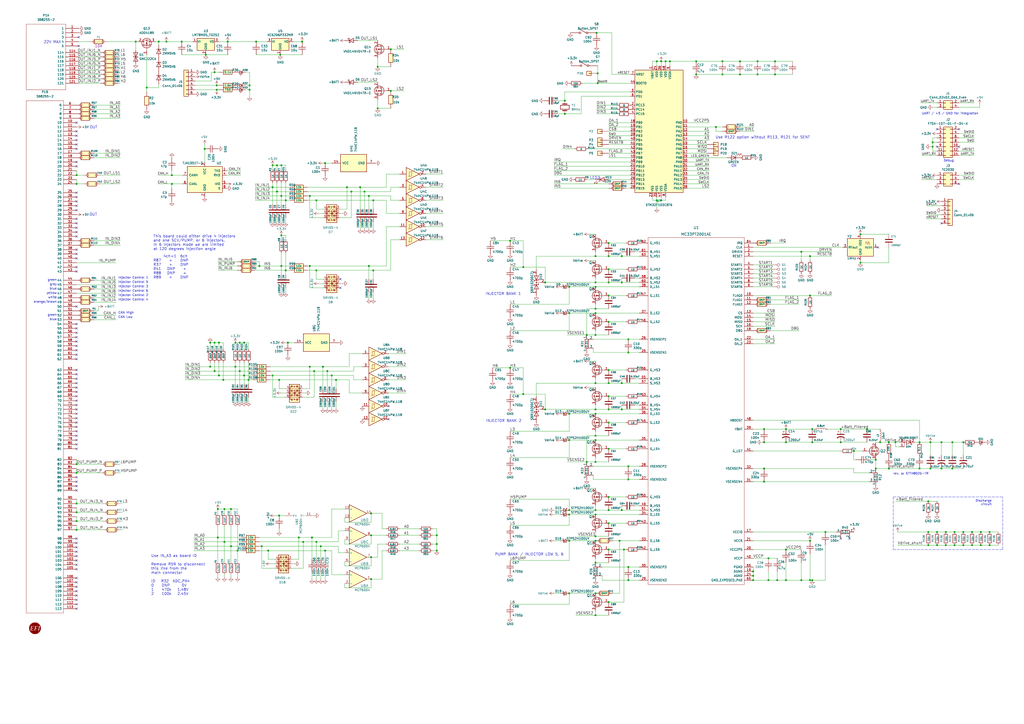
<source format=kicad_sch>
(kicad_sch (version 20230121) (generator eeschema)
  (paper "A2")
  (title_block (title "GDI 4ch") (date "2023-05-14") (rev "rev. d") (company "gerefi.com"))
  (junction (at 353.06 295.91))
  (junction (at 495.3 261.62))
  (junction (at 361.95 318.77))
  (junction (at 194.945 220.345))
  (junction (at 364.49 270.51))
  (junction (at 226.695 28.575))
  (junction (at 455.93 318.77))
  (junction (at 538.48 290.83))
  (junction (at 364.49 196.85))
  (junction (at 383.54 116.205))
  (junction (at 121.92 212.725))
  (junction (at 353.06 140.97))
  (junction (at 543.56 316.23))
  (junction (at 330.2 298.45))
  (junction (at 119.38 31.75))
  (junction (at 203.835 111.125))
  (junction (at 92.075 24.13))
  (junction (at 165.735 156.845))
  (junction (at 44.45 269.24))
  (junction (at 187.325 212.725))
  (junction (at 345.44 252.73))
  (junction (at 445.77 323.85))
  (junction (at 150.495 154.305))
  (junction (at 443.23 271.78))
  (junction (at 353.06 303.53))
  (junction (at 44.45 302.26))
  (junction (at 364.49 336.55))
  (junction (at 539.75 256.54))
  (junction (at 478.79 308.61))
  (junction (at 165.735 116.205))
  (junction (at 226.695 52.705))
  (junction (at 345.44 181.61))
  (junction (at 360.68 163.83))
  (junction (at 330.2 166.37))
  (junction (at 126.365 311.785))
  (junction (at 144.78 52.07))
  (junction (at 429.26 35.56))
  (junction (at 208.915 108.585))
  (junction (at 353.06 245.11))
  (junction (at 151.765 316.865))
  (junction (at 353.06 288.29))
  (junction (at 99.695 106.68))
  (junction (at 345.44 194.31))
  (junction (at 330.2 295.91))
  (junction (at 160.655 95.885))
  (junction (at 469.9 313.69))
  (junction (at 558.8 308.61))
  (junction (at 327.66 66.04))
  (junction (at 161.925 220.345))
  (junction (at 436.88 334.01))
  (junction (at 148.59 24.13))
  (junction (at 553.72 316.23))
  (junction (at 105.41 24.13))
  (junction (at 345.44 163.83))
  (junction (at 162.56 31.75))
  (junction (at 137.795 319.405))
  (junction (at 215.265 310.515))
  (junction (at 346.71 42.545))
  (junction (at 173.355 311.785))
  (junction (at 216.535 116.205))
  (junction (at 487.68 256.54))
  (junction (at 78.74 24.13))
  (junction (at 519.43 256.54))
  (junction (at 295.91 213.36))
  (junction (at 125.73 49.53))
  (junction (at 127 198.755))
  (junction (at 508 271.78))
  (junction (at 345.44 148.59))
  (junction (at 186.055 316.865))
  (junction (at 215.265 335.915))
  (junction (at 443.23 256.54))
  (junction (at 183.515 116.205))
  (junction (at 124.46 215.265))
  (junction (at 213.995 154.305))
  (junction (at 353.06 318.77))
  (junction (at 188.595 94.615))
  (junction (at 175.895 314.325))
  (junction (at 330.2 344.17))
  (junction (at 538.48 316.23))
  (junction (at 345.44 311.15))
  (junction (at 345.44 166.37))
  (junction (at 353.06 171.45))
  (junction (at 543.56 308.61))
  (junction (at 330.2 313.69))
  (junction (at 345.44 255.27))
  (junction (at 345.44 240.03))
  (junction (at 546.1 256.54))
  (junction (at 330.2 255.27))
  (junction (at 499.11 135.89))
  (junction (at 403.86 43.18))
  (junction (at 464.82 336.55))
  (junction (at 345.44 344.17))
  (junction (at 353.06 186.69))
  (junction (at 330.2 181.61))
  (junction (at 443.23 279.4))
  (junction (at 353.06 237.49))
  (junction (at 141.605 217.805))
  (junction (at 445.77 336.55))
  (junction (at 364.49 204.47))
  (junction (at 381 116.205))
  (junction (at 502.92 248.92))
  (junction (at 415.29 73.66))
  (junction (at 183.515 156.845))
  (junction (at 360.68 237.49))
  (junction (at 183.515 314.325))
  (junction (at 44.45 101.6))
  (junction (at 182.245 215.265))
  (junction (at 192.405 217.805))
  (junction (at 471.17 248.92))
  (junction (at 353.06 260.35))
  (junction (at 455.93 248.92))
  (junction (at 541.02 85.09))
  (junction (at 353.06 148.59))
  (junction (at 139.065 215.265))
  (junction (at 439.42 43.18))
  (junction (at 136.525 212.725))
  (junction (at 99.695 101.6))
  (junction (at 510.54 256.54))
  (junction (at 124.46 41.91))
  (junction (at 558.8 316.23))
  (junction (at 295.91 139.7))
  (junction (at 316.23 237.49))
  (junction (at 515.62 256.54))
  (junction (at 133.985 316.865))
  (junction (at 85.09 50.8))
  (junction (at 158.115 95.885))
  (junction (at 155.575 319.405))
  (junction (at 215.265 323.215))
  (junction (at 471.17 336.55))
  (junction (at 303.53 228.6))
  (junction (at 558.8 256.54))
  (junction (at 136.525 198.755))
  (junction (at 219.075 38.735))
  (junction (at 353.06 214.63))
  (junction (at 548.64 316.23))
  (junction (at 533.4 256.54))
  (junction (at 213.995 113.665))
  (junction (at 487.68 248.92))
  (junction (at 346.075 19.05))
  (junction (at 455.93 336.55))
  (junction (at 552.45 256.54))
  (junction (at 539.75 271.78))
  (junction (at 211.455 111.125))
  (junction (at 386.08 35.56))
  (junction (at 553.72 308.61))
  (junction (at 167.005 198.755))
  (junction (at 419.1 35.56))
  (junction (at 163.195 154.305))
  (junction (at 345.44 267.97))
  (junction (at 548.64 308.61))
  (junction (at 443.23 248.92))
  (junction (at 429.26 43.18))
  (junction (at 383.54 35.56))
  (junction (at 360.68 295.91))
  (junction (at 345.44 179.07))
  (junction (at 346.71 48.26))
  (junction (at 316.23 163.83))
  (junction (at 541.02 82.55))
  (junction (at 133.985 295.275))
  (junction (at 552.45 271.78))
  (junction (at 563.88 308.61))
  (junction (at 449.58 35.56))
  (junction (at 253.365 319.405))
  (junction (at 125.73 52.07))
  (junction (at 253.365 310.515))
  (junction (at 345.44 326.39))
  (junction (at 124.46 198.755))
  (junction (at 381 35.56))
  (junction (at 188.595 319.405))
  (junction (at 515.62 271.78))
  (junction (at 455.93 256.54))
  (junction (at 345.44 295.91))
  (junction (at 439.42 35.56))
  (junction (at 340.36 267.97))
  (junction (at 127 217.805))
  (junction (at 499.11 152.4))
  (junction (at 469.9 148.59))
  (junction (at 163.195 113.665))
  (junction (at 403.86 35.56))
  (junction (at 450.85 336.55))
  (junction (at 180.975 311.785))
  (junction (at 364.49 328.93))
  (junction (at 568.96 316.23))
  (junction (at 216.535 156.845))
  (junction (at 96.52 24.13))
  (junction (at 359.41 313.69))
  (junction (at 345.44 222.25))
  (junction (at 175.26 24.13))
  (junction (at 345.44 298.45))
  (junction (at 179.705 212.725))
  (junction (at 126.365 295.275))
  (junction (at 533.4 271.78))
  (junction (at 330.2 240.03))
  (junction (at 469.9 171.45))
  (junction (at 163.195 136.525))
  (junction (at 161.925 299.085))
  (junction (at 132.08 24.13))
  (junction (at 189.865 215.265))
  (junction (at 219.075 62.865))
  (junction (at 353.06 229.87))
  (junction (at 436.88 331.47))
  (junction (at 471.17 256.54))
  (junction (at 130.175 314.325))
  (junction (at 388.62 35.56))
  (junction (at 464.82 146.05))
  (junction (at 568.96 308.61))
  (junction (at 141.605 198.755))
  (junction (at 118.745 86.36))
  (junction (at 364.49 278.13))
  (junction (at 340.36 194.31))
  (junction (at 303.53 154.94))
  (junction (at 360.68 222.25))
  (junction (at 353.06 222.25))
  (junction (at 353.06 163.83))
  (junction (at 129.54 220.345))
  (junction (at 546.1 271.78))
  (junction (at 360.68 148.59))
  (junction (at 44.45 274.32))
  (junction (at 436.88 336.55))
  (junction (at 44.45 106.68))
  (junction (at 139.065 198.755))
  (junction (at 160.655 111.125))
  (junction (at 327.66 58.42))
  (junction (at 163.195 95.885))
  (junction (at 345.44 237.49))
  (junction (at 158.115 108.585))
  (junction (at 353.06 349.25))
  (junction (at 44.45 292.1))
  (junction (at 345.44 356.87))
  (junction (at 449.58 43.18))
  (junction (at 144.145 220.345))
  (junction (at 574.04 308.61))
  (junction (at 215.265 297.815))
  (junction (at 179.705 113.665))
  (junction (at 158.115 217.805))
  (junction (at 345.44 313.69))
  (junction (at 419.1 43.18))
  (junction (at 563.88 316.23))
  (junction (at 179.705 154.305))
  (junction (at 44.45 307.34))
  (junction (at 538.48 308.61))
  (junction (at 353.06 156.21))
  (junction (at 469.9 336.55))
  (junction (at 121.92 198.755))
  (junction (at 574.04 316.23))
  (junction (at 44.45 297.18))
  (junction (at 144.78 49.53))
  (junction (at 130.175 295.275))
  (junction (at 508 266.7))
  (junction (at 201.295 108.585))
  (junction (at 253.365 315.595))
  (no_connect (at 44.45 177.8))
  (no_connect (at 543.56 85.09))
  (no_connect (at 44.45 157.48))
  (no_connect (at 44.45 149.86))
  (no_connect (at 543.56 74.93))
  (no_connect (at 44.45 284.48))
  (no_connect (at 556.26 74.93))
  (no_connect (at 197.485 167.005))
  (no_connect (at 197.485 161.925))
  (no_connect (at 44.45 76.2))
  (no_connect (at 44.45 78.74))
  (no_connect (at 44.45 81.28))
  (no_connect (at 44.45 83.82))
  (no_connect (at 556.26 85.09))
  (no_connect (at 44.45 190.5))
  (no_connect (at 44.45 193.04))
  (no_connect (at 44.45 195.58))
  (no_connect (at 44.45 198.12))
  (no_connect (at 44.45 200.66))
  (no_connect (at 44.45 203.2))
  (no_connect (at 44.45 205.74))
  (no_connect (at 44.45 208.28))
  (no_connect (at 44.45 214.63))
  (no_connect (at 44.45 217.17))
  (no_connect (at 44.45 219.71))
  (no_connect (at 44.45 222.25))
  (no_connect (at 44.45 224.79))
  (no_connect (at 44.45 227.33))
  (no_connect (at 44.45 229.87))
  (no_connect (at 44.45 232.41))
  (no_connect (at 44.45 234.95))
  (no_connect (at 44.45 237.49))
  (no_connect (at 44.45 240.03))
  (no_connect (at 44.45 242.57))
  (no_connect (at 44.45 245.11))
  (no_connect (at 44.45 247.65))
  (no_connect (at 44.45 250.19))
  (no_connect (at 44.45 252.73))
  (no_connect (at 44.45 255.27))
  (no_connect (at 44.45 257.81))
  (no_connect (at 44.45 260.35))
  (no_connect (at 44.45 276.86))
  (no_connect (at 44.45 279.4))
  (no_connect (at 44.45 281.94))
  (no_connect (at 44.45 187.96))
  (no_connect (at 492.76 312.42))
  (no_connect (at 487.68 312.42))
  (no_connect (at 546.1 129.54))
  (no_connect (at 556.26 106.68))
  (no_connect (at 509.27 143.51))
  (no_connect (at 225.425 243.205))
  (no_connect (at 225.425 235.585))
  (no_connect (at 44.45 314.96))
  (no_connect (at 44.45 317.5))
  (no_connect (at 44.45 320.04))
  (no_connect (at 44.45 322.58))
  (no_connect (at 44.45 325.12))
  (no_connect (at 44.45 327.66))
  (no_connect (at 44.45 330.2))
  (no_connect (at 44.45 335.28))
  (no_connect (at 44.45 337.82))
  (no_connect (at 44.45 340.36))
  (no_connect (at 44.45 342.9))
  (no_connect (at 44.45 345.44))
  (no_connect (at 44.45 347.98))
  (no_connect (at 44.45 350.52))
  (no_connect (at 44.45 353.06))
  (no_connect (at 44.45 312.42))
  (no_connect (at 44.45 71.12))
  (no_connect (at 44.45 114.3))
  (no_connect (at 44.45 116.84))
  (no_connect (at 44.45 119.38))
  (no_connect (at 44.45 121.92))
  (no_connect (at 44.45 127))
  (no_connect (at 44.45 129.54))
  (no_connect (at 44.45 132.08))
  (no_connect (at 44.45 134.62))
  (no_connect (at 44.45 137.16))
  (no_connect (at 44.45 144.78))
  (no_connect (at 44.45 147.32))
  (no_connect (at 44.45 86.36))
  (no_connect (at 44.45 93.98))
  (no_connect (at 44.45 96.52))
  (no_connect (at 44.45 111.76))
  (no_connect (at 44.45 154.94))
  (no_connect (at 45.72 21.59))
  (no_connect (at 45.72 26.67))
  (wire (pts (xy 158.115 108.585) (xy 158.115 118.745)))
  (wire (pts (xy 548.64 316.23) (xy 553.72 316.23)))
  (wire (pts (xy 173.355 311.785) (xy 180.975 311.785)))
  (wire (pts (xy 165.735 146.685) (xy 165.735 156.845)))
  (wire (pts (xy 337.185 66.04) (xy 337.185 55.88)))
  (wire (pts (xy 216.535 156.845) (xy 226.695 156.845)))
  (wire (pts (xy 515.62 152.4) (xy 515.62 143.51)))
  (wire (pts (xy 150.495 151.765) (xy 150.495 154.305)))
  (wire (pts (xy 139.065 210.185) (xy 139.065 215.265)))
  (wire (pts (xy 54.61 91.44) (xy 69.85 91.44)))
  (wire (pts (xy 235.585 220.345) (xy 225.425 220.345)))
  (wire (pts (xy 346.71 48.26) (xy 365.76 48.26)))
  (wire (pts (xy 124.46 210.185) (xy 124.46 215.265)))
  (wire (pts (xy 398.78 81.28) (xy 411.48 81.28)))
  (wire (pts (xy 368.3 161.29) (xy 370.84 161.29)))
  (wire (pts (xy 179.705 167.005) (xy 179.705 154.305)))
  (wire (pts (xy 353.06 349.25) (xy 361.95 349.25)))
  (wire (pts (xy 478.79 308.61) (xy 485.14 308.61)))
  (wire (pts (xy 445.77 336.55) (xy 450.85 336.55)))
  (wire (pts (xy 192.405 319.405) (xy 192.405 333.375)))
  (wire (pts (xy 568.96 316.23) (xy 574.04 316.23)))
  (wire (pts (xy 330.2 313.69) (xy 330.2 325.12)))
  (wire (pts (xy 345.44 222.25) (xy 345.44 219.71)))
  (wire (pts (xy 345.44 293.37) (xy 345.44 295.91)))
  (wire (pts (xy 205.105 215.265) (xy 189.865 215.265)))
  (wire (pts (xy 147.955 111.125) (xy 160.655 111.125)))
  (wire (pts (xy 340.36 267.97) (xy 345.44 267.97)))
  (wire (pts (xy 175.895 314.325) (xy 183.515 314.325)))
  (wire (pts (xy 449.58 186.69) (xy 436.88 186.69)))
  (wire (pts (xy 216.535 128.905) (xy 216.535 132.715)))
  (wire (pts (xy 92.075 50.8) (xy 85.09 50.8)))
  (wire (pts (xy 344.17 275.59) (xy 344.17 278.13)))
  (wire (pts (xy 159.385 329.565) (xy 151.765 329.565)))
  (wire (pts (xy 398.78 71.12) (xy 411.48 71.12)))
  (wire (pts (xy 388.62 35.56) (xy 403.86 35.56)))
  (wire (pts (xy 183.515 156.845) (xy 216.535 156.845)))
  (wire (pts (xy 144.78 41.91) (xy 144.78 49.53)))
  (wire (pts (xy 136.525 210.185) (xy 136.525 212.725)))
  (wire (pts (xy 510.54 256.54) (xy 515.62 256.54)))
  (wire (pts (xy 340.995 86.36) (xy 365.76 86.36)))
  (wire (pts (xy 188.595 319.405) (xy 192.405 319.405)))
  (wire (pts (xy 449.58 184.15) (xy 436.88 184.15)))
  (wire (pts (xy 257.175 139.065) (xy 247.015 139.065)))
  (wire (pts (xy 370.84 222.25) (xy 360.68 222.25)))
  (wire (pts (xy 136.525 198.755) (xy 136.525 202.565)))
  (wire (pts (xy 205.105 212.725) (xy 205.105 215.265)))
  (wire (pts (xy 378.46 116.205) (xy 381 116.205)))
  (wire (pts (xy 196.215 320.675) (xy 200.025 320.675)))
  (wire (pts (xy 231.775 319.405) (xy 243.205 319.405)))
  (wire (pts (xy 447.04 173.99) (xy 463.55 173.99)))
  (wire (pts (xy 210.185 212.725) (xy 205.105 212.725)))
  (wire (pts (xy 330.2 181.61) (xy 345.44 181.61)))
  (wire (pts (xy 449.58 196.85) (xy 436.88 196.85)))
  (wire (pts (xy 69.85 269.24) (xy 68.58 269.24)))
  (wire (pts (xy 364.49 270.51) (xy 370.84 270.51)))
  (wire (pts (xy 235.585 227.965) (xy 225.425 227.965)))
  (wire (pts (xy 386.08 116.205) (xy 383.54 116.205)))
  (wire (pts (xy 330.2 344.17) (xy 345.44 344.17)))
  (wire (pts (xy 158.115 95.885) (xy 160.655 95.885)))
  (wire (pts (xy 345.44 191.77) (xy 345.44 194.31)))
  (wire (pts (xy 44.45 269.24) (xy 58.42 269.24)))
  (wire (pts (xy 368.3 219.71) (xy 370.84 219.71)))
  (wire (pts (xy 69.85 274.32) (xy 68.58 274.32)))
  (wire (pts (xy 54.61 167.64) (xy 67.31 167.64)))
  (wire (pts (xy 178.435 154.305) (xy 179.705 154.305)))
  (wire (pts (xy 202.565 220.345) (xy 194.945 220.345)))
  (wire (pts (xy 565.15 80.01) (xy 556.26 80.01)))
  (wire (pts (xy 200.025 295.275) (xy 192.405 295.275)))
  (wire (pts (xy 388.62 38.1) (xy 388.62 35.56)))
  (wire (pts (xy 303.53 213.36) (xy 303.53 228.6)))
  (wire (pts (xy 383.54 114.3) (xy 383.54 116.205)))
  (wire (pts (xy 44.45 99.06) (xy 44.45 101.6)))
  (wire (pts (xy 355.6 313.69) (xy 359.41 313.69)))
  (wire (pts (xy 436.88 279.4) (xy 443.23 279.4)))
  (wire (pts (xy 436.88 171.45) (xy 469.9 171.45)))
  (wire (pts (xy 353.06 83.82) (xy 365.76 83.82)))
  (wire (pts (xy 360.68 234.95) (xy 360.68 237.49)))
  (wire (pts (xy 231.775 116.205) (xy 226.695 116.205)))
  (wire (pts (xy 200.025 302.895) (xy 200.025 300.355)))
  (wire (pts (xy 436.88 336.55) (xy 445.77 336.55)))
  (wire (pts (xy 151.765 329.565) (xy 151.765 316.865)))
  (wire (pts (xy 208.915 108.585) (xy 208.915 121.285)))
  (wire (pts (xy 447.04 191.77) (xy 463.55 191.77)))
  (wire (pts (xy 340.36 194.31) (xy 340.36 179.07)))
  (wire (pts (xy 330.2 176.53) (xy 295.91 176.53)))
  (wire (pts (xy 165.735 156.845) (xy 168.275 156.845)))
  (wire (pts (xy 147.955 113.665) (xy 163.195 113.665)))
  (wire (pts (xy 85.09 31.75) (xy 85.09 50.8)))
  (wire (pts (xy 295.91 304.8) (xy 330.2 304.8)))
  (wire (pts (xy 165.735 198.755) (xy 167.005 198.755)))
  (wire (pts (xy 327.66 66.04) (xy 337.185 66.04)))
  (wire (pts (xy 136.525 198.755) (xy 139.065 198.755)))
  (wire (pts (xy 224.155 131.445) (xy 231.775 131.445)))
  (wire (pts (xy 345.44 163.83) (xy 353.06 163.83)))
  (wire (pts (xy 556.26 62.23) (xy 568.325 62.23)))
  (wire (pts (xy 361.95 349.25) (xy 361.95 318.77)))
  (wire (pts (xy 565.15 87.63) (xy 556.26 87.63)))
  (wire (pts (xy 398.78 96.52) (xy 411.48 96.52)))
  (wire (pts (xy 353.06 104.14) (xy 365.76 104.14)))
  (wire (pts (xy 345.44 194.31) (xy 353.06 194.31)))
  (wire (pts (xy 133.985 316.865) (xy 140.335 316.865)))
  (wire (pts (xy 136.525 233.045) (xy 136.525 230.505)))
  (wire (pts (xy 341.63 151.13) (xy 345.44 151.13)))
  (wire (pts (xy 150.495 154.305) (xy 163.195 154.305)))
  (wire (pts (xy 340.36 179.07) (xy 345.44 179.07)))
  (wire (pts (xy 436.88 323.85) (xy 445.77 323.85)))
  (wire (pts (xy 219.075 38.735) (xy 219.075 33.655)))
  (wire (pts (xy 147.955 151.765) (xy 150.495 151.765)))
  (wire (pts (xy 107.315 217.805) (xy 127 217.805)))
  (wire (pts (xy 448.31 156.21) (xy 436.88 156.21)))
  (wire (pts (xy 173.355 324.485) (xy 173.355 311.785)))
  (wire (pts (xy 130.175 333.375) (xy 130.175 334.645)))
  (wire (pts (xy 210.185 220.345) (xy 205.105 220.345)))
  (polyline (pts (xy 518.16 288.29) (xy 518.16 318.77)) (stroke (width 0) (type dash)))
  (wire (pts (xy 99.695 101.6) (xy 106.045 101.6)))
  (wire (pts (xy 556.26 101.6) (xy 565.15 101.6)))
  (polyline (pts (xy 128.905 316.865) (xy 128.905 316.865)))
  (wire (pts (xy 69.85 30.48) (xy 68.58 30.48)))
  (wire (pts (xy 448.31 153.67) (xy 436.88 153.67)))
  (wire (pts (xy 62.23 24.13) (xy 78.74 24.13)))
  (wire (pts (xy 226.695 111.125) (xy 211.455 111.125)))
  (wire (pts (xy 127 198.755) (xy 127 202.565)))
  (wire (pts (xy 344.17 204.47) (xy 364.49 204.47)))
  (wire (pts (xy 429.26 76.2) (xy 437.515 76.2)))
  (wire (pts (xy 231.775 123.825) (xy 224.155 123.825)))
  (wire (pts (xy 448.31 158.75) (xy 436.88 158.75)))
  (wire (pts (xy 219.075 62.865) (xy 226.695 62.865)))
  (wire (pts (xy 215.265 328.295) (xy 215.265 323.215)))
  (wire (pts (xy 439.42 43.18) (xy 449.58 43.18)))
  (wire (pts (xy 144.145 220.345) (xy 146.685 220.345)))
  (wire (pts (xy 45.72 24.13) (xy 52.07 24.13)))
  (wire (pts (xy 175.895 230.505) (xy 182.245 230.505)))
  (wire (pts (xy 113.03 46.99) (xy 122.555 46.99)))
  (wire (pts (xy 92.075 48.895) (xy 92.075 50.8)))
  (wire (pts (xy 216.535 169.545) (xy 216.535 173.355)))
  (wire (pts (xy 45.72 30.48) (xy 58.42 30.48)))
  (wire (pts (xy 141.605 233.045) (xy 141.605 230.505)))
  (wire (pts (xy 45.72 35.56) (xy 58.42 35.56)))
  (wire (pts (xy 344.17 196.85) (xy 364.49 196.85)))
  (wire (pts (xy 495.3 261.62) (xy 495.3 266.7)))
  (wire (pts (xy 179.705 212.725) (xy 187.325 212.725)))
  (wire (pts (xy 250.825 315.595) (xy 253.365 315.595)))
  (wire (pts (xy 54.61 66.04) (xy 69.85 66.04)))
  (wire (pts (xy 574.04 308.61) (xy 579.12 308.61)))
  (wire (pts (xy 455.93 326.39) (xy 455.93 336.55)))
  (wire (pts (xy 160.655 95.885) (xy 160.655 98.425)))
  (wire (pts (xy 353.06 148.59) (xy 360.68 148.59)))
  (wire (pts (xy 538.48 308.61) (xy 543.56 308.61)))
  (wire (pts (xy 345.44 252.73) (xy 353.06 252.73)))
  (wire (pts (xy 353.06 245.11) (xy 363.22 245.11)))
  (wire (pts (xy 383.54 35.56) (xy 386.08 35.56)))
  (wire (pts (xy 340.36 267.97) (xy 340.36 252.73)))
  (wire (pts (xy 316.23 163.83) (xy 345.44 163.83)))
  (wire (pts (xy 257.175 100.965) (xy 247.015 100.965)))
  (wire (pts (xy 44.45 304.8) (xy 44.45 307.34)))
  (wire (pts (xy 160.655 95.885) (xy 163.195 95.885)))
  (wire (pts (xy 410.21 86.36) (xy 398.78 86.36)))
  (wire (pts (xy 189.865 225.425) (xy 189.865 215.265)))
  (wire (pts (xy 163.195 113.665) (xy 163.195 118.745)))
  (wire (pts (xy 226.695 52.705) (xy 234.315 52.705)))
  (wire (pts (xy 353.06 267.97) (xy 345.44 267.97)))
  (wire (pts (xy 213.995 121.285) (xy 213.995 113.665)))
  (wire (pts (xy 330.2 166.37) (xy 330.2 176.53)))
  (wire (pts (xy 519.43 259.08) (xy 519.43 256.54)))
  (wire (pts (xy 398.78 101.6) (xy 411.48 101.6)))
  (wire (pts (xy 337.185 55.88) (xy 365.76 55.88)))
  (wire (pts (xy 107.315 212.725) (xy 121.92 212.725)))
  (wire (pts (xy 137.795 305.435) (xy 137.795 319.405)))
  (wire (pts (xy 345.44 222.25) (xy 353.06 222.25)))
  (wire (pts (xy 546.1 256.54) (xy 546.1 264.16)))
  (wire (pts (xy 360.68 295.91) (xy 370.84 295.91)))
  (wire (pts (xy 226.695 116.205) (xy 226.695 113.665)))
  (wire (pts (xy 419.1 76.2) (xy 415.29 76.2)))
  (wire (pts (xy 54.61 172.72) (xy 67.31 172.72)))
  (wire (pts (xy 192.405 333.375) (xy 200.025 333.375)))
  (wire (pts (xy 163.195 154.305) (xy 163.195 159.385)))
  (wire (pts (xy 353.06 71.12) (xy 365.76 71.12)))
  (wire (pts (xy 321.31 344.17) (xy 325.12 344.17)))
  (wire (pts (xy 449.58 43.18) (xy 459.74 43.18)))
  (wire (pts (xy 216.535 121.285) (xy 216.535 116.205)))
  (wire (pts (xy 150.495 311.785) (xy 173.355 311.785)))
  (wire (pts (xy 156.845 220.345) (xy 161.925 220.345)))
  (wire (pts (xy 546.1 271.78) (xy 552.45 271.78)))
  (wire (pts (xy 284.48 139.7) (xy 295.91 139.7)))
  (wire (pts (xy 344.17 270.51) (xy 364.49 270.51)))
  (wire (pts (xy 175.895 225.425) (xy 179.705 225.425)))
  (wire (pts (xy 541.02 87.63) (xy 541.02 85.09)))
  (wire (pts (xy 224.155 108.585) (xy 224.155 100.965)))
  (wire (pts (xy 175.895 227.965) (xy 177.165 227.965)))
  (wire (pts (xy 353.06 88.9) (xy 365.76 88.9)))
  (wire (pts (xy 124.46 215.265) (xy 139.065 215.265)))
  (wire (pts (xy 316.23 237.49) (xy 345.44 237.49)))
  (wire (pts (xy 543.56 90.17) (xy 534.67 90.17)))
  (wire (pts (xy 546.1 256.54) (xy 552.45 256.54)))
  (wire (pts (xy 216.535 161.925) (xy 216.535 156.845)))
  (wire (pts (xy 186.055 332.105) (xy 186.055 335.915)))
  (wire (pts (xy 449.58 199.39) (xy 436.88 199.39)))
  (wire (pts (xy 364.49 204.47) (xy 370.84 204.47)))
  (wire (pts (xy 345.44 298.45) (xy 370.84 298.45)))
  (wire (pts (xy 151.765 316.865) (xy 186.055 316.865)))
  (wire (pts (xy 335.28 311.15) (xy 345.44 311.15)))
  (wire (pts (xy 44.45 266.7) (xy 44.45 269.24)))
  (wire (pts (xy 303.53 154.94) (xy 303.53 139.7)))
  (wire (pts (xy 169.545 329.565) (xy 175.895 329.565)))
  (wire (pts (xy 45.72 43.18) (xy 58.42 43.18)))
  (wire (pts (xy 226.695 108.585) (xy 226.695 111.125)))
  (wire (pts (xy 328.93 194.31) (xy 340.36 194.31)))
  (wire (pts (xy 187.325 212.725) (xy 187.325 225.425)))
  (wire (pts (xy 179.705 113.665) (xy 213.995 113.665)))
  (wire (pts (xy 345.44 240.03) (xy 370.84 240.03)))
  (wire (pts (xy 126.365 295.275) (xy 130.175 295.275)))
  (polyline (pts (xy 128.905 314.325) (xy 128.905 314.325)))
  (wire (pts (xy 90.17 24.13) (xy 92.075 24.13)))
  (wire (pts (xy 189.865 233.045) (xy 189.865 236.855)))
  (wire (pts (xy 165.735 95.885) (xy 165.735 98.425)))
  (wire (pts (xy 340.36 194.31) (xy 345.44 194.31)))
  (wire (pts (xy 80.01 24.13) (xy 78.74 24.13)))
  (wire (pts (xy 54.61 60.96) (xy 69.85 60.96)))
  (wire (pts (xy 221.615 306.705) (xy 224.155 306.705)))
  (wire (pts (xy 257.175 123.825) (xy 247.015 123.825)))
  (wire (pts (xy 69.85 101.6) (xy 58.42 101.6)))
  (wire (pts (xy 471.17 248.92) (xy 472.44 248.92)))
  (wire (pts (xy 161.925 306.705) (xy 161.925 307.975)))
  (wire (pts (xy 165.735 116.205) (xy 168.275 116.205)))
  (wire (pts (xy 504.19 266.7) (xy 508 266.7)))
  (wire (pts (xy 69.85 33.02) (xy 68.58 33.02)))
  (wire (pts (xy 159.385 299.085) (xy 161.925 299.085)))
  (wire (pts (xy 92.075 24.13) (xy 96.52 24.13)))
  (wire (pts (xy 436.88 148.59) (xy 469.9 148.59)))
  (wire (pts (xy 196.215 307.975) (xy 196.215 314.325)))
  (wire (pts (xy 44.45 299.72) (xy 44.45 302.26)))
  (wire (pts (xy 341.63 209.55) (xy 345.44 209.55)))
  (wire (pts (xy 436.88 243.84) (xy 533.4 243.84)))
  (wire (pts (xy 386.08 114.3) (xy 386.08 116.205)))
  (wire (pts (xy 469.9 321.31) (xy 469.9 336.55)))
  (wire (pts (xy 150.495 314.325) (xy 175.895 314.325)))
  (wire (pts (xy 345.44 354.33) (xy 345.44 356.87)))
  (wire (pts (xy 126.365 305.435) (xy 126.365 311.785)))
  (wire (pts (xy 368.3 234.95) (xy 370.84 234.95)))
  (wire (pts (xy 398.78 91.44) (xy 421.64 91.44)))
  (wire (pts (xy 311.15 148.59) (xy 345.44 148.59)))
  (wire (pts (xy 129.54 210.185) (xy 129.54 220.345)))
  (wire (pts (xy 346.075 66.04) (xy 358.14 66.04)))
  (wire (pts (xy 450.85 336.55) (xy 455.93 336.55)))
  (wire (pts (xy 495.3 266.7) (xy 496.57 266.7)))
  (wire (pts (xy 160.655 106.045) (xy 160.655 111.125)))
  (wire (pts (xy 345.44 161.29) (xy 345.44 163.83)))
  (wire (pts (xy 344.17 201.93) (xy 344.17 204.47)))
  (wire (pts (xy 124.46 198.755) (xy 127 198.755)))
  (wire (pts (xy 538.48 290.83) (xy 519.43 290.83)))
  (wire (pts (xy 213.995 128.905) (xy 213.995 132.715)))
  (wire (pts (xy 121.92 210.185) (xy 121.92 212.725)))
  (wire (pts (xy 226.695 156.845) (xy 226.695 139.065)))
  (wire (pts (xy 450.85 331.47) (xy 450.85 336.55)))
  (wire (pts (xy 215.265 310.515) (xy 224.155 310.515)))
  (wire (pts (xy 221.615 297.815) (xy 221.615 306.705)))
  (wire (pts (xy 429.26 43.18) (xy 439.42 43.18)))
  (wire (pts (xy 54.61 88.9) (xy 69.85 88.9)))
  (wire (pts (xy 539.75 256.54) (xy 546.1 256.54)))
  (wire (pts (xy 133.985 333.375) (xy 133.985 334.645)))
  (wire (pts (xy 226.695 139.065) (xy 231.775 139.065)))
  (wire (pts (xy 165.735 225.425) (xy 161.925 225.425)))
  (wire (pts (xy 165.735 116.205) (xy 165.735 118.745)))
  (wire (pts (xy 445.77 323.85) (xy 450.85 323.85)))
  (wire (pts (xy 515.62 271.78) (xy 533.4 271.78)))
  (wire (pts (xy 349.25 328.93) (xy 364.49 328.93)))
  (wire (pts (xy 184.785 164.465) (xy 187.325 164.465)))
  (wire (pts (xy 410.21 88.9) (xy 398.78 88.9)))
  (wire (pts (xy 54.61 175.26) (xy 67.31 175.26)))
  (wire (pts (xy 360.68 293.37) (xy 360.68 295.91)))
  (wire (pts (xy 122.555 41.91) (xy 122.555 46.99)))
  (wire (pts (xy 44.45 307.34) (xy 59.69 307.34)))
  (wire (pts (xy 363.22 106.68) (xy 365.76 106.68)))
  (wire (pts (xy 69.85 35.56) (xy 68.58 35.56)))
  (wire (pts (xy 502.92 248.92) (xy 510.54 248.92)))
  (wire (pts (xy 541.02 82.55) (xy 541.02 80.01)))
  (wire (pts (xy 126.365 333.375) (xy 126.365 334.645)))
  (wire (pts (xy 197.485 164.465) (xy 198.755 164.465)))
  (wire (pts (xy 226.695 28.575) (xy 234.315 28.575)))
  (wire (pts (xy 543.56 308.61) (xy 548.64 308.61)))
  (wire (pts (xy 558.8 316.23) (xy 563.88 316.23)))
  (wire (pts (xy 327.66 58.42) (xy 327.66 53.34)))
  (wire (pts (xy 203.835 111.125) (xy 211.455 111.125)))
  (wire (pts (xy 201.295 108.585) (xy 208.915 108.585)))
  (wire (pts (xy 253.365 319.405) (xy 250.825 319.405)))
  (wire (pts (xy 345.44 323.85) (xy 345.44 326.39)))
  (wire (pts (xy 398.78 104.14) (xy 411.48 104.14)))
  (wire (pts (xy 321.31 298.45) (xy 325.12 298.45)))
  (wire (pts (xy 353.06 260.35) (xy 363.22 260.35)))
  (wire (pts (xy 353.06 81.28) (xy 365.76 81.28)))
  (wire (pts (xy 548.64 308.61) (xy 553.72 308.61)))
  (wire (pts (xy 368.3 293.37) (xy 370.84 293.37)))
  (wire (pts (xy 345.44 166.37) (xy 370.84 166.37)))
  (wire (pts (xy 203.835 126.365) (xy 203.835 111.125)))
  (wire (pts (xy 163.195 95.885) (xy 165.735 95.885)))
  (wire (pts (xy 537.21 124.46) (xy 546.1 124.46)))
  (wire (pts (xy 363.22 109.22) (xy 365.76 109.22)))
  (wire (pts (xy 345.44 326.39) (xy 353.06 326.39)))
  (wire (pts (xy 155.575 319.405) (xy 188.595 319.405)))
  (wire (pts (xy 45.72 33.02) (xy 58.42 33.02)))
  (wire (pts (xy 443.23 279.4) (xy 504.19 279.4)))
  (wire (pts (xy 118.745 83.82) (xy 118.745 86.36)))
  (wire (pts (xy 353.06 91.44) (xy 365.76 91.44)))
  (wire (pts (xy 127 198.755) (xy 129.54 198.755)))
  (wire (pts (xy 147.955 156.845) (xy 165.735 156.845)))
  (wire (pts (xy 78.74 24.13) (xy 78.74 29.21)))
  (wire (pts (xy 330.2 255.27) (xy 330.2 265.43)))
  (wire (pts (xy 224.155 123.825) (xy 224.155 116.205)))
  (wire (pts (xy 144.78 52.07) (xy 144.78 55.88)))
  (wire (pts (xy 165.735 106.045) (xy 165.735 116.205)))
  (wire (pts (xy 311.15 156.21) (xy 311.15 148.59)))
  (wire (pts (xy 161.925 220.345) (xy 194.945 220.345)))
  (wire (pts (xy 188.595 94.615) (xy 192.405 94.615)))
  (wire (pts (xy 130.175 314.325) (xy 130.175 325.755)))
  (wire (pts (xy 202.565 205.105) (xy 210.185 205.105)))
  (wire (pts (xy 556.26 77.47) (xy 565.15 77.47)))
  (wire (pts (xy 231.775 310.515) (xy 243.205 310.515)))
  (wire (pts (xy 436.88 313.69) (xy 469.9 313.69)))
  (wire (pts (xy 91.44 106.68) (xy 99.695 106.68)))
  (wire (pts (xy 197.485 123.825) (xy 198.755 123.825)))
  (wire (pts (xy 163.195 136.525) (xy 165.735 136.525)))
  (wire (pts (xy 142.24 41.91) (xy 144.78 41.91)))
  (wire (pts (xy 478.79 336.55) (xy 471.17 336.55)))
  (wire (pts (xy 205.105 220.345) (xy 205.105 217.805)))
  (wire (pts (xy 521.97 259.08) (xy 519.43 259.08)))
  (wire (pts (xy 360.68 146.05) (xy 360.68 148.59)))
  (polyline (pts (xy 581.66 318.77) (xy 581.66 288.29)) (stroke (width 0) (type dash)))
  (wire (pts (xy 112.395 314.325) (xy 130.175 314.325)))
  (wire (pts (xy 141.605 217.805) (xy 141.605 222.885)))
  (wire (pts (xy 487.68 256.54) (xy 502.92 256.54)))
  (wire (pts (xy 499.11 151.13) (xy 499.11 152.4)))
  (wire (pts (xy 44.45 302.26) (xy 59.69 302.26)))
  (wire (pts (xy 44.45 292.1) (xy 59.69 292.1)))
  (wire (pts (xy 160.655 111.125) (xy 160.655 118.745)))
  (wire (pts (xy 147.955 108.585) (xy 158.115 108.585)))
  (wire (pts (xy 388.62 35.56) (xy 386.08 35.56)))
  (wire (pts (xy 207.645 47.625) (xy 219.075 47.625)))
  (wire (pts (xy 354.965 19.05) (xy 354.965 43.18)))
  (wire (pts (xy 321.31 106.68) (xy 353.06 106.68)))
  (wire (pts (xy 99.695 99.06) (xy 99.695 101.6)))
  (wire (pts (xy 69.85 40.64) (xy 68.58 40.64)))
  (wire (pts (xy 156.845 327.025) (xy 159.385 327.025)))
  (wire (pts (xy 179.705 225.425) (xy 179.705 212.725)))
  (wire (pts (xy 353.06 318.77) (xy 361.95 318.77)))
  (wire (pts (xy 565.15 104.14) (xy 556.26 104.14)))
  (wire (pts (xy 155.575 324.485) (xy 155.575 319.405)))
  (wire (pts (xy 126.365 156.845) (xy 137.795 156.845)))
  (wire (pts (xy 295.91 250.19) (xy 330.2 250.19)))
  (wire (pts (xy 194.945 225.425) (xy 194.945 220.345)))
  (wire (pts (xy 163.195 113.665) (xy 168.275 113.665)))
  (wire (pts (xy 436.88 328.93) (xy 436.88 331.47)))
  (wire (pts (xy 436.88 146.05) (xy 464.82 146.05)))
  (wire (pts (xy 478.79 336.55) (xy 478.79 316.23)))
  (wire (pts (xy 150.495 319.405) (xy 155.575 319.405)))
  (wire (pts (xy 378.46 35.56) (xy 381 35.56)))
  (wire (pts (xy 530.86 256.54) (xy 533.4 256.54)))
  (wire (pts (xy 178.435 156.845) (xy 183.515 156.845)))
  (wire (pts (xy 345.44 255.27) (xy 370.84 255.27)))
  (wire (pts (xy 250.825 310.515) (xy 253.365 310.515)))
  (wire (pts (xy 419.1 35.56) (xy 429.26 35.56)))
  (wire (pts (xy 147.955 154.305) (xy 150.495 154.305)))
  (wire (pts (xy 448.31 163.83) (xy 436.88 163.83)))
  (wire (pts (xy 219.075 323.215) (xy 219.075 315.595)))
  (wire (pts (xy 139.065 215.265) (xy 139.065 222.885)))
  (wire (pts (xy 126.365 325.755) (xy 126.365 311.785)))
  (wire (pts (xy 165.735 136.525) (xy 165.735 139.065)))
  (wire (pts (xy 45.72 45.72) (xy 58.42 45.72)))
  (wire (pts (xy 200.025 307.975) (xy 196.215 307.975)))
  (wire (pts (xy 161.925 299.085) (xy 165.735 299.085)))
  (wire (pts (xy 538.48 316.23) (xy 543.56 316.23)))
  (wire (pts (xy 197.485 121.285) (xy 201.295 121.285)))
  (wire (pts (xy 127 210.185) (xy 127 217.805)))
  (wire (pts (xy 539.75 271.78) (xy 546.1 271.78)))
  (wire (pts (xy 398.78 99.06) (xy 411.48 99.06)))
  (wire (pts (xy 178.435 108.585) (xy 201.295 108.585)))
  (wire (pts (xy 568.325 62.23) (xy 568.325 60.325)))
  (wire (pts (xy 126.365 311.785) (xy 140.335 311.785)))
  (wire (pts (xy 44.45 297.18) (xy 59.69 297.18)))
  (wire (pts (xy 303.53 228.6) (xy 316.23 228.6)))
  (wire (pts (xy 364.49 278.13) (xy 370.84 278.13)))
  (wire (pts (xy 295.91 350.52) (xy 330.2 350.52)))
  (wire (pts (xy 182.245 230.505) (xy 182.245 215.265)))
  (wire (pts (xy 221.615 319.405) (xy 224.155 319.405)))
  (wire (pts (xy 349.25 336.55) (xy 364.49 336.55)))
  (wire (pts (xy 129.54 198.755) (xy 129.54 202.565)))
  (wire (pts (xy 558.8 256.54) (xy 558.8 264.16)))
  (wire (pts (xy 464.82 326.39) (xy 464.82 336.55)))
  (wire (pts (xy 105.41 31.75) (xy 119.38 31.75)))
  (wire (pts (xy 69.85 45.72) (xy 68.58 45.72)))
  (wire (pts (xy 411.48 93.98) (xy 398.78 93.98)))
  (wire (pts (xy 520.7 308.61) (xy 538.48 308.61)))
  (wire (pts (xy 398.78 73.66) (xy 415.29 73.66)))
  (wire (pts (xy 178.435 111.125) (xy 203.835 111.125)))
  (wire (pts (xy 321.31 96.52) (xy 365.76 96.52)))
  (wire (pts (xy 533.4 243.84) (xy 533.4 256.54)))
  (wire (pts (xy 353.06 163.83) (xy 360.68 163.83)))
  (wire (pts (xy 537.21 119.38) (xy 546.1 119.38)))
  (wire (pts (xy 368.3 146.05) (xy 370.84 146.05)))
  (wire (pts (xy 163.195 136.525) (xy 163.195 139.065)))
  (wire (pts (xy 448.31 161.29) (xy 436.88 161.29)))
  (wire (pts (xy 163.195 154.305) (xy 168.275 154.305)))
  (wire (pts (xy 213.995 154.305) (xy 224.155 154.305)))
  (wire (pts (xy 330.2 181.61) (xy 330.2 191.77)))
  (wire (pts (xy 321.31 295.91) (xy 325.12 295.91)))
  (wire (pts (xy 353.06 295.91) (xy 360.68 295.91)))
  (wire (pts (xy 341.63 224.79) (xy 345.44 224.79)))
  (polyline (pts (xy 147.955 314.325) (xy 147.955 314.325)))
  (wire (pts (xy 187.325 126.365) (xy 179.705 126.365)))
  (wire (pts (xy 187.325 94.615) (xy 188.595 94.615)))
  (wire (pts (xy 253.365 310.515) (xy 253.365 315.595)))
  (wire (pts (xy 156.845 212.725) (xy 179.705 212.725)))
  (wire (pts (xy 71.12 302.26) (xy 69.85 302.26)))
  (wire (pts (xy 144.145 233.045) (xy 144.145 230.505)))
  (wire (pts (xy 541.02 85.09) (xy 541.02 82.55)))
  (wire (pts (xy 144.78 49.53) (xy 144.78 52.07)))
  (wire (pts (xy 345.44 222.25) (xy 311.15 222.25)))
  (wire (pts (xy 386.08 38.1) (xy 386.08 35.56)))
  (wire (pts (xy 99.695 106.68) (xy 106.045 106.68)))
  (wire (pts (xy 364.49 336.55) (xy 370.84 336.55)))
  (wire (pts (xy 219.075 38.735) (xy 226.695 38.735)))
  (wire (pts (xy 113.03 49.53) (xy 125.73 49.53)))
  (wire (pts (xy 163.195 227.965) (xy 165.735 227.965)))
  (wire (pts (xy 353.06 303.53) (xy 363.22 303.53)))
  (wire (pts (xy 122.555 41.91) (xy 124.46 41.91)))
  (wire (pts (xy 200.025 328.295) (xy 215.265 328.295)))
  (wire (pts (xy 186.055 324.485) (xy 186.055 316.865)))
  (wire (pts (xy 44.45 165.1) (xy 67.31 165.1)))
  (wire (pts (xy 96.52 24.13) (xy 105.41 24.13)))
  (wire (pts (xy 449.58 181.61) (xy 436.88 181.61)))
  (wire (pts (xy 54.61 139.7) (xy 69.85 139.7)))
  (wire (pts (xy 330.2 350.52) (xy 330.2 344.17)))
  (polyline (pts (xy 518.16 318.77) (xy 581.66 318.77)) (stroke (width 0) (type dash)))
  (wire (pts (xy 137.795 295.275) (xy 137.795 297.815)))
  (wire (pts (xy 142.24 52.07) (xy 144.78 52.07)))
  (wire (pts (xy 321.31 99.06) (xy 365.76 99.06)))
  (wire (pts (xy 54.61 182.88) (xy 67.31 182.88)))
  (wire (pts (xy 471.17 256.54) (xy 487.68 256.54)))
  (wire (pts (xy 57.15 177.8) (xy 57.15 180.34)))
  (wire (pts (xy 499.11 135.89) (xy 515.62 135.89)))
  (wire (pts (xy 330.2 298.45) (xy 345.44 298.45)))
  (wire (pts (xy 330.2 295.91) (xy 330.2 289.56)))
  (wire (pts (xy 345.44 295.91) (xy 353.06 295.91)))
  (wire (pts (xy 565.15 59.69) (xy 556.26 59.69)))
  (wire (pts (xy 158.115 106.045) (xy 158.115 108.585)))
  (wire (pts (xy 163.195 169.545) (xy 163.195 167.005)))
  (wire (pts (xy 186.055 316.865) (xy 196.215 316.865)))
  (wire (pts (xy 349.25 336.55) (xy 349.25 334.01)))
  (wire (pts (xy 158.115 108.585) (xy 168.275 108.585)))
  (wire (pts (xy 183.515 161.925) (xy 183.515 156.845)))
  (wire (pts (xy 447.04 176.53) (xy 463.55 176.53)))
  (wire (pts (xy 429.26 73.66) (xy 437.515 73.66)))
  (wire (pts (xy 563.88 316.23) (xy 568.96 316.23)))
  (wire (pts (xy 330.2 313.69) (xy 345.44 313.69)))
  (wire (pts (xy 436.88 318.77) (xy 455.93 318.77)))
  (wire (pts (xy 449.58 35.56) (xy 459.74 35.56)))
  (wire (pts (xy 419.1 43.18) (xy 429.26 43.18)))
  (wire (pts (xy 321.31 101.6) (xy 365.76 101.6)))
  (wire (pts (xy 44.45 289.56) (xy 44.45 292.1)))
  (wire (pts (xy 196.215 316.865) (xy 196.215 320.675)))
  (wire (pts (xy 178.435 113.665) (xy 179.705 113.665)))
  (wire (pts (xy 552.45 271.78) (xy 558.8 271.78)))
  (wire (pts (xy 365.76 78.74) (xy 353.06 78.74)))
  (wire (pts (xy 346.075 63.5) (xy 358.14 63.5)))
  (wire (pts (xy 303.53 154.94) (xy 316.23 154.94)))
  (polyline (pts (xy 175.895 111.125) (xy 175.895 111.125)))
  (wire (pts (xy 165.735 156.845) (xy 165.735 159.385)))
  (wire (pts (xy 44.45 274.32) (xy 58.42 274.32)))
  (wire (pts (xy 224.155 116.205) (xy 216.535 116.205)))
  (wire (pts (xy 156.845 215.265) (xy 182.245 215.265)))
  (wire (pts (xy 543.56 62.23) (xy 541.02 62.23)))
  (wire (pts (xy 205.105 217.805) (xy 192.405 217.805)))
  (wire (pts (xy 179.705 126.365) (xy 179.705 113.665)))
  (wire (pts (xy 208.915 128.905) (xy 208.915 132.715)))
  (wire (pts (xy 141.605 210.185) (xy 141.605 217.805)))
  (wire (pts (xy 130.175 305.435) (xy 130.175 314.325)))
  (polyline (pts (xy 135.255 314.325) (xy 135.255 314.325)))
  (wire (pts (xy 163.195 95.885) (xy 163.195 98.425)))
  (wire (pts (xy 455.93 140.97) (xy 447.04 140.97)))
  (wire (pts (xy 121.92 212.725) (xy 136.525 212.725)))
  (wire (pts (xy 44.45 152.4) (xy 67.31 152.4)))
  (wire (pts (xy 378.46 114.3) (xy 378.46 116.205)))
  (wire (pts (xy 353.06 222.25) (xy 360.68 222.25)))
  (wire (pts (xy 346.71 48.26) (xy 346.71 42.545)))
  (wire (pts (xy 353.06 171.45) (xy 363.22 171.45)))
  (wire (pts (xy 44.45 170.18) (xy 67.31 170.18)))
  (wire (pts (xy 200.025 302.895) (xy 215.265 302.895)))
  (wire (pts (xy 340.36 252.73) (xy 345.44 252.73)))
  (wire (pts (xy 54.61 185.42) (xy 67.31 185.42)))
  (wire (pts (xy 215.265 297.815) (xy 221.615 297.815)))
  (wire (pts (xy 565.15 90.17) (xy 556.26 90.17)))
  (wire (pts (xy 552.45 256.54) (xy 552.45 264.16)))
  (wire (pts (xy 139.065 233.045) (xy 139.065 230.505)))
  (wire (pts (xy 449.58 189.23) (xy 436.88 189.23)))
  (wire (pts (xy 139.065 215.265) (xy 146.685 215.265)))
  (wire (pts (xy 124.46 41.91) (xy 127 41.91)))
  (wire (pts (xy 139.065 198.755) (xy 141.605 198.755)))
  (wire (pts (xy 487.68 248.92) (xy 502.92 248.92)))
  (wire (pts (xy 163.195 146.685) (xy 163.195 154.305)))
  (wire (pts (xy 211.455 128.905) (xy 211.455 132.715)))
  (wire (pts (xy 323.215 58.42) (xy 327.66 58.42)))
  (wire (pts (xy 311.15 222.25) (xy 311.15 229.87)))
  (wire (pts (xy 345.44 356.87) (xy 353.06 356.87)))
  (wire (pts (xy 469.9 148.59) (xy 482.6 148.59)))
  (wire (pts (xy 543.56 82.55) (xy 541.02 82.55)))
  (wire (pts (xy 321.31 93.98) (xy 365.76 93.98)))
  (wire (pts (xy 381 38.1) (xy 381 35.56)))
  (wire (pts (xy 415.29 76.2) (xy 415.29 73.66)))
  (wire (pts (xy 355.6 344.17) (xy 359.41 344.17)))
  (wire (pts (xy 436.88 248.92) (xy 443.23 248.92)))
  (wire (pts (xy 200.025 315.595) (xy 215.265 315.595)))
  (wire (pts (xy 330.2 191.77) (xy 295.91 191.77)))
  (wire (pts (xy 142.24 49.53) (xy 144.78 49.53)))
  (wire (pts (xy 345.44 308.61) (xy 345.44 311.15)))
  (wire (pts (xy 178.435 116.205) (xy 183.515 116.205)))
  (wire (pts (xy 85.09 50.8) (xy 85.09 53.34)))
  (wire (pts (xy 112.395 319.405) (xy 137.795 319.405)))
  (wire (pts (xy 353.06 156.21) (xy 363.22 156.21)))
  (wire (pts (xy 148.59 24.13) (xy 154.94 24.13)))
  (wire (pts (xy 219.075 62.865) (xy 219.075 57.785)))
  (wire (pts (xy 381 116.205) (xy 381 114.3)))
  (wire (pts (xy 202.565 227.965) (xy 202.565 220.345)))
  (wire (pts (xy 133.985 316.865) (xy 133.985 305.435)))
  (wire (pts (xy 45.72 48.26) (xy 58.42 48.26)))
  (wire (pts (xy 436.88 271.78) (xy 443.23 271.78)))
  (wire (pts (xy 207.645 23.495) (xy 219.075 23.495)))
  (wire (pts (xy 45.72 40.64) (xy 58.42 40.64)))
  (wire (pts (xy 137.795 333.375) (xy 137.795 334.645)))
  (wire (pts (xy 163.195 128.905) (xy 163.195 126.365)))
  (wire (pts (xy 499.11 152.4) (xy 515.62 152.4)))
  (wire (pts (xy 158.115 230.505) (xy 158.115 217.805)))
  (wire (pts (xy 563.88 308.61) (xy 568.96 308.61)))
  (wire (pts (xy 221.615 335.915) (xy 221.615 319.405)))
  (wire (pts (xy 141.605 198.755) (xy 144.145 198.755)))
  (wire (pts (xy 455.93 248.92) (xy 471.17 248.92)))
  (wire (pts (xy 231.775 108.585) (xy 226.695 108.585)))
  (wire (pts (xy 126.365 154.305) (xy 137.795 154.305)))
  (wire (pts (xy 183.515 314.325) (xy 196.215 314.325)))
  (wire (pts (xy 141.605 198.755) (xy 141.605 202.565)))
  (wire (pts (xy 445.77 331.47) (xy 445.77 336.55)))
  (wire (pts (xy 71.12 297.18) (xy 69.85 297.18)))
  (wire (pts (xy 180.975 311.785) (xy 192.405 311.785)))
  (wire (pts (xy 45.72 38.1) (xy 58.42 38.1)))
  (wire (pts (xy 543.56 87.63) (xy 541.02 87.63)))
  (wire (pts (xy 112.395 311.785) (xy 126.365 311.785)))
  (wire (pts (xy 398.78 106.68) (xy 411.48 106.68)))
  (wire (pts (xy 330.2 240.03) (xy 330.2 250.19)))
  (wire (pts (xy 316.23 237.49) (xy 316.23 228.6)))
  (wire (pts (xy 180.975 311.785) (xy 180.975 324.485)))
  (wire (pts (xy 353.06 214.63) (xy 363.22 214.63)))
  (wire (pts (xy 543.56 316.23) (xy 548.64 316.23)))
  (wire (pts (xy 495.3 261.62) (xy 500.38 261.62)))
  (wire (pts (xy 381 120.65) (xy 381 116.205)))
  (wire (pts (xy 182.245 215.265) (xy 189.865 215.265)))
  (wire (pts (xy 54.61 63.5) (xy 69.85 63.5)))
  (wire (pts (xy 341.63 135.89) (xy 345.44 135.89)))
  (wire (pts (xy 224.155 154.305) (xy 224.155 131.445)))
  (wire (pts (xy 340.36 104.14) (xy 345.44 104.14)))
  (wire (pts (xy 250.825 306.705) (xy 253.365 306.705)))
  (wire (pts (xy 187.325 167.005) (xy 179.705 167.005)))
  (wire (pts (xy 187.325 161.925) (xy 183.515 161.925)))
  (wire (pts (xy 360.68 148.59) (xy 370.84 148.59)))
  (wire (pts (xy 464.82 336.55) (xy 469.9 336.55)))
  (wire (pts (xy 215.265 315.595) (xy 215.265 310.515)))
  (wire (pts (xy 167.005 198.755) (xy 170.815 198.755)))
  (wire (pts (xy 455.93 336.55) (xy 464.82 336.55)))
  (wire (pts (xy 533.4 256.54) (xy 539.75 256.54)))
  (wire (pts (xy 150.495 316.865) (xy 151.765 316.865)))
  (wire (pts (xy 183.515 332.105) (xy 183.515 335.915)))
  (wire (pts (xy 383.54 116.205) (xy 381 116.205)))
  (wire (pts (xy 469.9 148.59) (xy 469.9 151.13)))
  (wire (pts (xy 504.19 274.32) (xy 495.3 274.32)))
  (wire (pts (xy 345.44 179.07) (xy 345.44 176.53)))
  (polyline (pts (xy 135.255 316.865) (xy 135.255 316.865)))
  (wire (pts (xy 520.7 316.23) (xy 538.48 316.23)))
  (wire (pts (xy 253.365 306.705) (xy 253.365 310.515)))
  (wire (pts (xy 443.23 248.92) (xy 455.93 248.92)))
  (wire (pts (xy 126.365 295.275) (xy 126.365 297.815)))
  (wire (pts (xy 125.73 52.07) (xy 127 52.07)))
  (wire (pts (xy 508 256.54) (xy 510.54 256.54)))
  (wire (pts (xy 144.145 198.755) (xy 144.145 202.565)))
  (wire (pts (xy 235.585 205.105) (xy 225.425 205.105)))
  (wire (pts (xy 130.175 295.275) (xy 133.985 295.275)))
  (wire (pts (xy 211.455 121.285) (xy 211.455 111.125)))
  (wire (pts (xy 219.075 315.595) (xy 224.155 315.595)))
  (wire (pts (xy 345.44 250.19) (xy 345.44 252.73)))
  (wire (pts (xy 359.41 313.69) (xy 370.84 313.69)))
  (wire (pts (xy 346.075 19.05) (xy 354.965 19.05)))
  (wire (pts (xy 556.26 82.55) (xy 565.15 82.55)))
  (wire (pts (xy 208.915 108.585) (xy 224.155 108.585)))
  (wire (pts (xy 353.06 229.87) (xy 363.22 229.87)))
  (wire (pts (xy 345.44 237.49) (xy 353.06 237.49)))
  (wire (pts (xy 107.315 220.345) (xy 129.54 220.345)))
  (wire (pts (xy 330.2 295.91) (xy 345.44 295.91)))
  (wire (pts (xy 303.53 139.7) (xy 295.91 139.7)))
  (wire (pts (xy 334.01 356.87) (xy 345.44 356.87)))
  (wire (pts (xy 139.065 198.755) (xy 139.065 202.565)))
  (wire (pts (xy 439.42 35.56) (xy 449.58 35.56)))
  (wire (pts (xy 436.88 261.62) (xy 487.68 261.62)))
  (wire (pts (xy 54.61 162.56) (xy 67.31 162.56)))
  (wire (pts (xy 436.88 166.37) (xy 448.31 166.37)))
  (wire (pts (xy 200.025 340.995) (xy 200.025 338.455)))
  (wire (pts (xy 130.175 295.275) (xy 130.175 297.815)))
  (wire (pts (xy 192.405 225.425) (xy 192.405 217.805)))
  (wire (pts (xy 69.85 38.1) (xy 68.58 38.1)))
  (wire (pts (xy 330.2 289.56) (xy 295.91 289.56)))
  (wire (pts (xy 381 35.56) (xy 383.54 35.56)))
  (polyline (pts (xy 518.16 288.29) (xy 581.66 288.29)) (stroke (width 0) (type dash)))
  (wire (pts (xy 215.265 302.895) (xy 215.265 297.815)))
  (wire (pts (xy 126.365 151.765) (xy 137.795 151.765)))
  (wire (pts (xy 316.23 163.83) (xy 316.23 154.94)))
  (wire (pts (xy 534.035 59.69) (xy 543.56 59.69)))
  (wire (pts (xy 364.49 196.85) (xy 370.84 196.85)))
  (wire (pts (xy 158.115 217.805) (xy 192.405 217.805)))
  (wire (pts (xy 253.365 315.595) (xy 253.365 319.405)))
  (wire (pts (xy 44.45 101.6) (xy 48.26 101.6)))
  (wire (pts (xy 323.215 66.04) (xy 327.66 66.04)))
  (wire (pts (xy 330.2 255.27) (xy 345.44 255.27)))
  (wire (pts (xy 443.23 256.54) (xy 455.93 256.54)))
  (wire (pts (xy 321.31 313.69) (xy 325.12 313.69)))
  (wire (pts (xy 361.95 318.77) (xy 363.22 318.77)))
  (wire (pts (xy 519.43 256.54) (xy 521.97 256.54)))
  (wire (pts (xy 533.4 271.78) (xy 539.75 271.78)))
  (wire (pts (xy 231.775 306.705) (xy 243.205 306.705)))
  (wire (pts (xy 213.995 169.545) (xy 213.995 173.355)))
  (wire (pts (xy 54.61 68.58) (xy 69.85 68.58)))
  (wire (pts (xy 213.995 161.925) (xy 213.995 154.305)))
  (wire (pts (xy 200.025 313.055) (xy 200.025 315.595)))
  (wire (pts (xy 295.91 265.43) (xy 330.2 265.43)))
  (wire (pts (xy 148.59 31.75) (xy 162.56 31.75)))
  (wire (pts (xy 188.595 324.485) (xy 188.595 319.405)))
  (wire (pts (xy 364.49 328.93) (xy 370.84 328.93)))
  (wire (pts (xy 147.955 116.205) (xy 165.735 116.205)))
  (wire (pts (xy 44.45 104.14) (xy 44.45 106.68)))
  (wire (pts (xy 210.185 227.965) (xy 202.565 227.965)))
  (wire (pts (xy 202.565 212.725) (xy 202.565 205.105)))
  (wire (pts (xy 127 217.805) (xy 141.605 217.805)))
  (wire (pts (xy 226.695 113.665) (xy 213.995 113.665)))
  (wire (pts (xy 539.75 85.09) (xy 541.02 85.09)))
  (wire (pts (xy 44.45 106.68) (xy 48.26 106.68)))
  (wire (pts (xy 345.44 179.07) (xy 353.06 179.07)))
  (wire (pts (xy 179.705 154.305) (xy 213.995 154.305)))
  (wire (pts (xy 184.785 123.825) (xy 187.325 123.825)))
  (wire (pts (xy 121.92 198.755) (xy 124.46 198.755)))
  (wire (pts (xy 360.68 237.49) (xy 370.84 237.49)))
  (wire (pts (xy 464.82 146.05) (xy 464.82 151.13)))
  (wire (pts (xy 175.895 329.565) (xy 175.895 314.325)))
  (wire (pts (xy 133.985 295.275) (xy 137.795 295.275)))
  (wire (pts (xy 295.91 213.36) (xy 303.53 213.36)))
  (wire (pts (xy 328.93 267.97) (xy 340.36 267.97)))
  (wire (pts (xy 398.78 78.74) (xy 411.48 78.74)))
  (wire (pts (xy 552.45 256.54) (xy 558.8 256.54)))
  (wire (pts (xy 192.405 295.275) (xy 192.405 311.785)))
  (wire (pts (xy 200.025 340.995) (xy 215.265 340.995)))
  (wire (pts (xy 215.265 335.915) (xy 221.615 335.915)))
  (wire (pts (xy 144.145 220.345) (xy 144.145 222.885)))
  (wire (pts (xy 359.41 344.17) (xy 359.41 313.69)))
  (wire (pts (xy 378.46 38.1) (xy 378.46 35.56)))
  (wire (pts (xy 337.82 48.26) (xy 346.71 48.26)))
  (wire (pts (xy 495.3 271.78) (xy 443.23 271.78)))
  (wire (pts (xy 215.265 340.995) (xy 215.265 335.915)))
  (wire (pts (xy 353.06 76.2) (xy 365.76 76.2)))
  (wire (pts (xy 345.44 181.61) (xy 370.84 181.61)))
  (wire (pts (xy 180.975 299.085) (xy 182.245 299.085)))
  (wire (pts (xy 130.175 314.325) (xy 140.335 314.325)))
  (wire (pts (xy 165.735 169.545) (xy 165.735 167.005)))
  (wire (pts (xy 201.295 121.285) (xy 201.295 108.585)))
  (wire (pts (xy 341.63 283.21) (xy 345.44 283.21)))
  (wire (pts (xy 188.595 332.105) (xy 188.595 335.915)))
  (wire (pts (xy 91.44 101.6) (xy 99.695 101.6)))
  (wire (pts (xy 158.115 128.905) (xy 158.115 126.365)))
  (wire (pts (xy 295.91 154.94) (xy 303.53 154.94)))
  (wire (pts (xy 436.88 331.47) (xy 436.88 334.01)))
  (wire (pts (xy 131.445 101.6) (xy 139.7 101.6)))
  (wire (pts (xy 353.06 73.66) (xy 365.76 73.66)))
  (wire (pts (xy 257.175 131.445) (xy 247.015 131.445)))
  (wire (pts (xy 321.31 109.22) (xy 353.06 109.22)))
  (wire (pts (xy 539.75 256.54) (xy 539.75 264.16)))
  (wire (pts (xy 538.48 290.83) (xy 543.56 290.83)))
  (wire (pts (xy 295.91 325.12) (xy 330.2 325.12)))
  (wire (pts (xy 144.145 210.185) (xy 144.145 220.345)))
  (wire (pts (xy 464.82 146.05) (xy 482.6 146.05)))
  (wire (pts (xy 344.17 278.13) (xy 364.49 278.13)))
  (wire (pts (xy 105.41 24.13) (xy 111.76 24.13)))
  (wire (pts (xy 160.655 111.125) (xy 168.275 111.125)))
  (wire (pts (xy 327.66 53.34) (xy 365.76 53.34)))
  (wire (pts (xy 295.91 228.6) (xy 303.53 228.6)))
  (wire (pts (xy 553.72 316.23) (xy 558.8 316.23)))
  (wire (pts (xy 183.515 116.205) (xy 216.535 116.205)))
  (wire (pts (xy 187.325 121.285) (xy 183.515 121.285)))
  (wire (pts (xy 124.46 198.755) (xy 124.46 202.565)))
  (wire (pts (xy 403.86 35.56) (xy 419.1 35.56)))
  (wire (pts (xy 365.76 43.18) (xy 354.965 43.18)))
  (wire (pts (xy 183.515 121.285) (xy 183.515 116.205)))
  (wire (pts (xy 326.39 86.36) (xy 333.375 86.36)))
  (wire (pts (xy 415.29 73.66) (xy 419.1 73.66)))
  (wire (pts (xy 360.68 219.71) (xy 360.68 222.25)))
  (wire (pts (xy 44.45 271.78) (xy 44.45 274.32)))
  (wire (pts (xy 169.545 324.485) (xy 173.355 324.485)))
  (wire (pts (xy 133.985 325.755) (xy 133.985 316.865)))
  (wire (pts (xy 194.945 233.045) (xy 194.945 236.855)))
  (wire (pts (xy 345.44 146.05) (xy 345.44 148.59)))
  (wire (pts (xy 441.96 256.54) (xy 443.23 256.54)))
  (wire (pts (xy 429.26 35.56) (xy 439.42 35.56)))
  (wire (pts (xy 537.21 127) (xy 546.1 127)))
  (wire (pts (xy 345.44 267.97) (xy 345.44 265.43)))
  (wire (pts (xy 469.9 336.55) (xy 471.17 336.55)))
  (wire (pts (xy 112.395 316.865) (xy 133.985 316.865)))
  (wire (pts (xy 345.44 311.15) (xy 353.06 311.15)))
  (wire (pts (xy 165.735 128.905) (xy 165.735 126.365)))
  (wire (pts (xy 257.175 116.205) (xy 247.015 116.205)))
  (wire (pts (xy 534.67 104.14) (xy 543.56 104.14)))
  (wire (pts (xy 113.03 52.07) (xy 125.73 52.07)))
  (wire (pts (xy 568.96 308.61) (xy 574.04 308.61)))
  (wire (pts (xy 163.195 106.045) (xy 163.195 113.665)))
  (wire (pts (xy 410.21 83.82) (xy 398.78 83.82)))
  (wire (pts (xy 99.695 106.68) (xy 99.695 109.22)))
  (wire (pts (xy 136.525 212.725) (xy 146.685 212.725)))
  (wire (pts (xy 346.71 38.1) (xy 346.71 42.545)))
  (wire (pts (xy 127 24.13) (xy 132.08 24.13)))
  (polyline (pts (xy 154.305 215.265) (xy 154.305 215.265)))
  (wire (pts (xy 508 271.78) (xy 515.62 271.78)))
  (wire (pts (xy 137.795 319.405) (xy 140.335 319.405)))
  (wire (pts (xy 180.975 332.105) (xy 180.975 335.915)))
  (wire (pts (xy 383.54 35.56) (xy 383.54 38.1)))
  (wire (pts (xy 170.18 24.13) (xy 175.26 24.13)))
  (wire (pts (xy 161.925 225.425) (xy 161.925 220.345)))
  (wire (pts (xy 136.525 212.725) (xy 136.525 222.885)))
  (wire (pts (xy 215.265 323.215) (xy 219.075 323.215)))
  (wire (pts (xy 411.48 109.22) (xy 398.78 109.22)))
  (wire (pts (xy 156.845 217.805) (xy 158.115 217.805)))
  (wire (pts (xy 455.93 256.54) (xy 471.17 256.54)))
  (wire (pts (xy 330.2 240.03) (xy 345.44 240.03)))
  (wire (pts (xy 57.15 180.34) (xy 54.61 180.34)))
  (wire (pts (xy 54.61 142.24) (xy 69.85 142.24)))
  (wire (pts (xy 69.85 43.18) (xy 68.58 43.18)))
  (wire (pts (xy 69.85 48.26) (xy 68.58 48.26)))
  (wire (pts (xy 187.325 233.045) (xy 187.325 236.855)))
  (wire (pts (xy 353.06 237.49) (xy 360.68 237.49)))
  (wire (pts (xy 360.68 161.29) (xy 360.68 163.83)))
  (wire (pts (xy 118.745 86.36) (xy 118.745 93.98)))
  (wire (pts (xy 107.315 215.265) (xy 124.46 215.265)))
  (wire (pts (xy 235.585 212.725) (xy 225.425 212.725)))
  (wire (pts (xy 558.8 308.61) (xy 563.88 308.61)))
  (wire (pts (xy 353.06 288.29) (xy 363.22 288.29)))
  (wire (pts (xy 403.86 43.18) (xy 419.1 43.18)))
  (wire (pts (xy 69.85 106.68) (xy 58.42 106.68)))
  (wire (pts (xy 330.2 166.37) (xy 345.44 166.37)))
  (wire (pts (xy 169.545 327.025) (xy 170.815 327.025)))
  (wire (pts (xy 398.78 76.2) (xy 411.48 76.2)))
  (wire (pts (xy 92.075 26.035) (xy 92.075 24.13)))
  (wire (pts (xy 129.54 220.345) (xy 144.145 220.345)))
  (wire (pts (xy 160.655 128.905) (xy 160.655 126.365)))
  (wire (pts (xy 345.44 234.95) (xy 345.44 237.49)))
  (wire (pts (xy 257.175 108.585) (xy 247.015 108.585)))
  (wire (pts (xy 187.325 212.725) (xy 202.565 212.725)))
  (wire (pts (xy 158.115 95.885) (xy 158.115 98.425)))
  (wire (pts (xy 71.12 292.1) (xy 69.85 292.1)))
  (wire (pts (xy 200.025 328.295) (xy 200.025 325.755)))
  (wire (pts (xy 436.88 143.51) (xy 488.95 143.51)))
  (wire (pts (xy 132.08 24.13) (xy 148.59 24.13)))
  (wire (pts (xy 541.02 80.01) (xy 543.56 80.01)))
  (wire (pts (xy 480.06 248.92) (xy 487.68 248.92)))
  (wire (pts (xy 495.3 274.32) (xy 495.3 271.78)))
  (wire (pts (xy 330.2 298.45) (xy 330.2 304.8)))
  (wire (pts (xy 224.155 100.965) (xy 231.775 100.965)))
  (wire (pts (xy 231.775 315.595) (xy 243.205 315.595)))
  (wire (pts (xy 345.44 148.59) (xy 353.06 148.59)))
  (wire (pts (xy 165.735 230.505) (xy 158.115 230.505)))
  (wire (pts (xy 353.06 186.69) (xy 363.22 186.69)))
  (wire (pts (xy 137.795 325.755) (xy 137.795 319.405)))
  (wire (pts (xy 71.12 307.34) (xy 69.85 307.34)))
  (wire (pts (xy 125.73 49.53) (xy 127 49.53)))
  (wire (pts (xy 346.075 60.96) (xy 358.14 60.96)))
  (wire (pts (xy 436.88 334.01) (xy 436.88 336.55)))
  (wire (pts (xy 133.985 295.275) (xy 133.985 297.815)))
  (wire (pts (xy 469.9 171.45) (xy 482.6 171.45)))
  (wire (pts (xy 436.88 308.61) (xy 478.79 308.61)))
  (wire (pts (xy 353.06 140.97) (xy 363.22 140.97)))
  (wire (pts (xy 119.38 31.75) (xy 132.08 31.75)))
  (wire (pts (xy 285.75 213.36) (xy 295.91 213.36)))
  (wire (pts (xy 360.68 163.83) (xy 370.84 163.83)))
  (wire (pts (xy 159.385 324.485) (xy 155.575 324.485)))
  (wire (pts (xy 121.92 198.755) (xy 121.92 202.565)))
  (wire (pts (xy 508 266.7) (xy 508 271.78)))
  (wire (pts (xy 455.93 318.77) (xy 464.82 318.77)))
  (wire (pts (xy 197.485 126.365) (xy 203.835 126.365)))
  (wire (pts (xy 574.04 316.23) (xy 579.12 316.23)))
  (wire (pts (xy 139.7 99.06) (xy 131.445 99.06)))
  (wire (pts (xy 183.515 324.485) (xy 183.515 314.325)))
  (wire (pts (xy 553.72 308.61) (xy 558.8 308.61)))
  (wire (pts (xy 141.605 217.805) (xy 146.685 217.805)))
  (wire (pts (xy 162.56 31.75) (xy 175.26 31.75)))
  (wire (pts (xy 44.45 294.64) (xy 44.45 297.18)))
  (wire (pts (xy 192.405 233.045) (xy 192.405 236.855)))
  (wire (pts (xy 515.62 256.54) (xy 519.43 256.54)))
  (text "INJECTOR BANK 1\n" (at 302.26 171.45 0) (effects (font (size 1.524 1.524)) (justify right bottom)))
  (text "white" (at 33.02 173.355 0) (effects (font (size 1.27 1.27)) (justify right bottom)))
  (text "Use R122 option without R113, R121 for SENT" (at 469.9 80.645 0) (effects (font (size 1.524 1.524)) (justify right bottom)))
  (text "yellow" (at 33.02 170.815 0) (effects (font (size 1.27 1.27)) (justify right bottom)))
  (text "rev. a: STTH802G-TR" (at 518.16 275.59 0) (effects (font (size 1.27 1.27)) (justify left bottom)))
  (text "LED2" (at 342.265 104.14 0) (effects (font (size 1.524 1.524)) (justify left bottom)))
  (text "Injector Control 3" (at 68.58 167.005 0) (effects (font (size 1.27 1.27)) (justify left bottom)))
  (text "     4ch+1  6ch\nR87    +    DNP\nR37    +    DNP\nR41   DNP    +\nR88   DNP    +\nR89    +    DNP" (at 88.9 161.925 0) (effects (font (size 1.524 1.524)) (justify left bottom)))
  (text "orange/brown" (at 33.02 175.895 0) (effects (font (size 1.27 1.27)) (justify right bottom)))
  (text "Injector Control 5" (at 68.58 164.465 0) (effects (font (size 1.27 1.27)) (justify left bottom)))
  (text "22V MAX\n" (at 25.4 25.4 0) (effects (font (size 1.524 1.524)) (justify left bottom)))
  (text "Injector Control 4" (at 68.58 174.625 0) (effects (font (size 1.27 1.27)) (justify left bottom)))
  (text "PUMP BANK / INJECTOR LOW 5, 6" (at 287.02 322.58 0) (effects (font (size 1.524 1.524)) (justify left bottom)))
  (text "grey" (at 33.02 165.735 0) (effects (font (size 1.27 1.27)) (justify right bottom)))
  (text "CAN Low" (at 68.58 184.785 0) (effects (font (size 1.27 1.27)) (justify left bottom)))
  (text "OUT\n" (at 52.0045 74.7659 0) (effects (font (size 1.524 1.524)) (justify left bottom)))
  (text "Debug" (at 547.37 93.98 0) (effects (font (size 1.27 1.27)) (justify left bottom)))
  (text "OK" (at 424.18 97.155 0) (effects (font (size 1.524 1.524)) (justify left bottom)))
  (text "blue" (at 33.02 168.275 0) (effects (font (size 1.27 1.27)) (justify right bottom)))
  (text "green" (at 33.02 183.515 0) (effects (font (size 1.27 1.27)) (justify right bottom)))
  (text "Discharge\ncircuit" (at 575.31 293.37 0) (effects (font (size 1.27 1.27)) (justify right bottom)))
  (text "OUT\n" (at 51.8257 125.4248 0) (effects (font (size 1.524 1.524)) (justify left bottom)))
  (text "This board could either drive 4 injectors \nand one SCV/PUMP, or 6 injectors. \nIn 6 injectors mode we are limited \nat 120 degrees injection angle" (at 88.9 145.415 0) (effects (font (size 1.524 1.524)) (justify left bottom)))
  (text "INJECTOR BANK 2\n" (at 281.94 245.11 0) (effects (font (size 1.524 1.524)) (justify left bottom)))
  (text "Use IN_A3 as board ID\n\nRemove R59 to disconnect\nthis line from the \nmain connector\n\nID   R32  ADC_PA4\n0    DNP      0V\n1    470k   1.48V \n2    100k   2.45V\n\n" (at 87.63 347.98 0) (effects (font (size 1.524 1.524)) (justify left bottom)))
  (text "Injector Control 2" (at 68.58 172.085 0) (effects (font (size 1.27 1.27)) (justify left bottom)))
  (text "UART / +5 / GND for integration" (at 534.67 66.675 0) (effects (font (size 1.27 1.27)) (justify left bottom)))
  (text "Injector Control 1" (at 68.58 161.925 0) (effects (font (size 1.27 1.27)) (justify left bottom)))
  (text "Injector Control 6" (at 68.58 169.545 0) (effects (font (size 1.27 1.27)) (justify left bottom)))
  (text "green" (at 33.02 163.195 0) (effects (font (size 1.27 1.27)) (justify right bottom)))
  (text "blue" (at 33.02 186.055 0) (effects (font (size 1.27 1.27)) (justify right bottom)))
  (text "CAN High" (at 68.58 182.245 0) (effects (font (size 1.27 1.27)) (justify left bottom)))
  (label "OUT_INJ2_N" (at 58.42 43.18 180) (effects (font (size 1.524 1.524))))
  (label "L3" (at 71.12 292.1 0) (effects (font (size 1.524 1.524))))
  (label "IN_INJ3" (at 67.31 167.64 180) (effects (font (size 1.524 1.524))))
  (label "IN6" (at 321.31 106.68 0) (effects (font (size 1.524 1.524))))
  (label "IN6" (at 153.035 156.845 0) (effects (font (size 1.524 1.524))))
  (label "MISO" (at 449.58 186.69 180) (effects (font (size 1.524 1.524))))
  (label "DIN3" (at 346.075 66.04 0) (effects (font (size 1.524 1.524))))
  (label "OUT_LS2" (at 69.85 106.68 180) (effects (font (size 1.524 1.524))))
  (label "A0" (at 234.315 306.705 0) (effects (font (size 1.524 1.524))))
  (label "IN_DIN2" (at 107.315 215.265 0) (effects (font (size 1.524 1.524))))
  (label "SWCLK" (at 411.48 106.68 180))
  (label "CAN_H" (at 67.31 182.88 180) (effects (font (size 1.524 1.524))))
  (label "L5" (at 295.91 304.8 0) (effects (font (size 1.524 1.524))))
  (label "UART_TX" (at 565.15 90.17 180))
  (label "FLAG_0" (at 482.6 171.45 180) (effects (font (size 1.524 1.524))))
  (label "START1" (at 257.175 100.965 180) (effects (font (size 1.524 1.524))))
  (label "IRQ" (at 321.31 93.98 0) (effects (font (size 1.524 1.524))))
  (label "A2" (at 411.48 78.74 180) (effects (font (size 1.524 1.524))))
  (label "START4" (at 448.31 161.29 180) (effects (font (size 1.524 1.524))))
  (label "DIN1" (at 235.585 205.105 180) (effects (font (size 1.524 1.524))))
  (label "SWDIO" (at 537.21 124.46 0))
  (label "OUT_INJ3_P" (at 59.69 302.26 180) (effects (font (size 1.524 1.524))))
  (label "CAN_RX" (at 139.7 101.6 180))
  (label "FLAG_0" (at 353.06 88.9 0) (effects (font (size 1.524 1.524))))
  (label "IN_DIN4" (at 69.85 142.24 180) (effects (font (size 1.524 1.524))))
  (label "L4" (at 71.12 297.18 0) (effects (font (size 1.524 1.524))))
  (label "IN_A3" (at 69.85 68.58 180) (effects (font (size 1.524 1.524))))
  (label "L2" (at 295.91 191.77 0) (effects (font (size 1.524 1.524))))
  (label "L3" (at 295.91 250.19 0) (effects (font (size 1.524 1.524))))
  (label "OUT_INJ4_P" (at 59.69 307.34 180) (effects (font (size 1.524 1.524))))
  (label "DBG" (at 321.31 101.6 0) (effects (font (size 1.524 1.524))))
  (label "H1" (at 295.91 139.7 0) (effects (font (size 1.524 1.524))))
  (label "H3" (at 71.12 302.26 0) (effects (font (size 1.524 1.524))))
  (label "IN_A3" (at 112.395 319.405 0) (effects (font (size 1.524 1.524))))
  (label "A3" (at 234.315 319.405 0) (effects (font (size 1.524 1.524))))
  (label "L1" (at 69.85 30.48 0) (effects (font (size 1.524 1.524))))
  (label "L2" (at 69.85 43.18 0) (effects (font (size 1.524 1.524))))
  (label "START5" (at 448.31 163.83 180) (effects (font (size 1.524 1.524))))
  (label "nRESET" (at 358.14 43.18 0))
  (label "IN_INJ6" (at 67.31 170.18 180) (effects (font (size 1.524 1.524))))
  (label "Boot0" (at 346.71 48.26 0))
  (label "OUT_INJ1_P" (at 58.42 40.64 180) (effects (font (size 1.524 1.524))))
  (label "VSENSE2" (at 328.93 267.97 0) (effects (font (size 1.524 1.524))))
  (label "UART_RX" (at 411.48 96.52 180))
  (label "L6" (at 295.91 350.52 0) (effects (font (size 1.524 1.524))))
  (label "OUT_PUMP_N" (at 44.45 269.24 0) (effects (font (size 1.524 1.524))))
  (label "H2" (at 295.91 154.94 0) (effects (font (size 1.524 1.524))))
  (label "OUT_INJ4_N" (at 59.69 297.18 180) (effects (font (size 1.524 1.524))))
  (label "IN_DIN2" (at 69.85 91.44 180) (effects (font (size 1.524 1.524))))
  (label "IN_INJ4" (at 67.31 175.26 180) (effects (font (size 1.524 1.524))))
  (label "DRVEN" (at 353.06 81.28 0) (effects (font (size 1.524 1.524))))
  (label "FLAG_1" (at 463.55 173.99 180) (effects (font (size 1.524 1.524))))
  (label "SWCLK" (at 565.15 104.14 180))
  (label "Vdrive_coil" (at 513.08 256.54 0) (effects (font (size 1.524 1.524))))
  (label "IN_INJ2" (at 67.31 172.72 180) (effects (font (size 1.524 1.524))))
  (label "DIN2" (at 235.585 212.725 180) (effects (font (size 1.524 1.524))))
  (label "VSENSE1" (at 328.93 194.31 0) (effects (font (size 1.524 1.524))))
  (label "L6PUMP" (at 295.91 325.12 0) (effects (font (size 1.524 1.524))))
  (label "IRQ" (at 455.93 140.97 180) (effects (font (size 1.524 1.524))))
  (label "UART_TX" (at 534.035 59.69 0))
  (label "VCCP" (at 436.88 323.85 0) (effects (font (size 1.524 1.524))))
  (label "DIN3" (at 235.585 220.345 180) (effects (font (size 1.524 1.524))))
  (label "START2" (at 448.31 156.21 180) (effects (font (size 1.524 1.524))))
  (label "SCLK" (at 410.21 83.82 180) (effects (font (size 1.524 1.524))))
  (label "IN_A2" (at 69.85 66.04 180) (effects (font (size 1.524 1.524))))
  (label "LED_GREEN" (at 411.48 91.44 180))
  (label "IN_INJ5" (at 67.31 165.1 180) (effects (font (size 1.524 1.524))))
  (label "IN_INJ1" (at 147.955 108.585 0) (effects (font (size 1.524 1.524))))
  (label "RESETB" (at 482.6 148.59 180) (effects (font (size 1.524 1.524))))
  (label "H3" (at 295.91 213.36 0) (effects (font (size 1.524 1.524))))
  (label "A0" (at 437.515 73.66 180) (effects (font (size 1.524 1.524))))
  (label "IN_INJ2" (at 147.955 111.125 0) (effects (font (size 1.524 1.524))))
  (label "LS1" (at 234.315 28.575 180) (effects (font (size 1.524 1.524))))
  (label "CSB" (at 353.06 76.2 0) (effects (font (size 1.524 1.524))))
  (label "L1" (at 295.91 176.53 0) (effects (font (size 1.524 1.524))))
  (label "SWDIO" (at 411.48 104.14 180))
  (label "MISO" (at 410.21 86.36 180) (effects (font (size 1.524 1.524))))
  (label "IN_DIN4" (at 107.315 220.345 0) (effects (font (size 1.524 1.524))))
  (label "H2" (at 69.85 48.26 0) (effects (font (size 1.524 1.524))))
  (label "+Batt_filtered" (at 487.68 248.92 0) (effects (font (size 1.524 1.524))))
  (label "DIN4" (at 326.39 86.36 0) (effects (font (size 1.524 1.524))))
  (label "START4" (at 257.175 123.825 180) (effects (font (size 1.524 1.524))))
  (label "START3" (at 257.175 116.205 180) (effects (font (size 1.524 1.524))))
  (label "H4" (at 71.12 307.34 0) (effects (font (size 1.524 1.524))))
  (label "OUT_LS1" (at 219.075 23.495 180) (effects (font (size 1.524 1.524))))
  (label "START6" (at 448.31 166.37 180) (effects (font (size 1.524 1.524))))
  (label "UART_RX" (at 534.67 90.17 0))
  (label "UART_TX" (at 411.48 93.98 180))
  (label "H1" (at 69.85 40.64 0) (effects (font (size 1.524 1.524))))
  (label "IN_DIN1" (at 69.85 88.9 180) (effects (font (size 1.524 1.524))))
  (label "nRESET" (at 534.67 104.14 0))
  (label "CAN_TX" (at 411.48 101.6 180))
  (label "IN_DIN1" (at 107.315 212.725 0) (effects (font (size 1.524 1.524))))
  (label "CAN_H" (at 91.44 101.6 0))
  (label "VSENSE2" (at 334.01 356.87 0) (effects (font (size 1.524 1.524))))
  (label "L6PUMP" (at 69.85 269.24 0) (effects (font (size 1.524 1.524))))
  (label "OA_1" (at 449.58 196.85 180) (effects (font (size 1.524 1.524))))
  (label "OUT_INJ1_N" (at 58.42 30.48 180) (effects (font (size 1.524 1.524))))
  (label "VSENSE1" (at 335.28 311.15 0) (effects (font (size 1.524 1.524))))
  (label "FLAG_2" (at 321.31 99.06 0) (effects (font (size 1.524 1.524))))
  (label "H5PUMP" (at 69.85 274.32 0) (effects (font (size 1.524 1.524))))
  (label "START5" (at 257.175 131.445 180) (effects (font (size 1.524 1.524))))
  (label "RESETB" (at 353.06 83.82 0) (effects (font (size 1.524 1.524))))
  (label "START6" (at 257.175 139.065 180) (effects (font (size 1.524 1.524))))
  (label "DRVEN" (at 482.6 146.05 180) (effects (font (size 1.524 1.524))))
  (label "L5" (at 69.85 38.1 0) (effects (font (size 1.524 1.524))))
  (label "Vdrive_shunt" (at 520.7 316.23 0) (effects (font (size 1.524 1.524))))
  (label "CAN_RX" (at 411.48 99.06 180))
  (label "SWO" (at 353.06 78.74 0))
  (label "DIN1" (at 437.515 76.2 180) (effects (font (size 1.524 1.524))))
  (label "L4" (at 295.91 265.43 0) (effects (font (size 1.524 1.524))))
  (label "DIN4" (at 235.585 227.965 180) (effects (font (size 1.524 1.524))))
  (label "DIN1" (at 346.075 60.96 0) (effects (font (size 1.524 1.524))))
  (label "OUT_LS1" (at 69.85 101.6 180) (effects (font (size 1.524 1.524))))
  (label "OUT_INJ6_P" (at 58.42 45.72 180) (effects (font (size 1.524 1.524))))
  (label "IN5" (at 153.035 154.305 0) (effects (font (size 1.524 1.524))))
  (label "nRESET" (at 565.15 87.63 180))
  (label "VCC2P5" (at 455.93 318.77 0) (effects (font (size 1.524 1.524))))
  (label "A2" (at 234.315 315.595 0) (effects (font (size 1.524 1.524))))
  (label "LS2" (at 411.48 109.22 180) (effects (font (size 1.524 1.524))))
  (label "A3" (at 411.48 81.28 180) (effects (font (size 1.524 1.524))))
  (label "IN_A1" (at 112.395 314.325 0) (effects (font (size 1.524 1.524))))
  (label "H4" (at 295.91 228.6 0) (effects (font (size 1.524 1.524))))
  (label "IN_INJ5" (at 126.365 151.765 0) (effects (font (size 1.524 1.524))))
  (label "START3" (at 448.31 158.75 180) (effects (font (size 1.524 1.524))))
  (label "IN_DIN3" (at 107.315 217.805 0) (effects (font (size 1.524 1.524))))
  (label "OA_2" (at 353.06 73.66 0) (effects (font (size 1.524 1.524))))
  (label "H6" (at 69.85 45.72 0) (effects (font (size 1.524 1.524))))
  (label "IN_A0" (at 112.395 311.785 0) (effects (font (size 1.524 1.524))))
  (label "IN_INJ6" (at 126.365 156.845 0) (effects (font (size 1.524 1.524))))
  (label "DIN2" (at 346.075 63.5 0) (effects (font (size 1.524 1.524))))
  (label "SWDIO" (at 565.15 77.47 180))
  (label "LS1" (at 353.06 91.44 0) (effects (font (size 1.524 1.524))))
  (label "L6" (at 69.85 33.02 0) (effects (font (size 1.524 1.524))))
  (label "IN_PUMP" (at 126.365 154.305 0) (effects (font (size 1.524 1.524))))
  (label "IN_A1" (at 69.85 63.5 180) (effects (font (size 1.524 1.524))))
  (label "SWO" (at 565.15 82.55 180))
  (label "nRESET" (at 537.21 127 0))
  (label "SWCLK" (at 565.15 80.01 180))
  (label "LS2" (at 234.315 52.705 180) (effects (font (size 1.524 1.524))))
  (label "FLAG_1" (at 321.31 96.52 0) (effects (font (size 1.524 1.524))))
  (label "SCLK" (at 449.58 189.23 180) (effects (font (size 1.524 1.524))))
  (label "H5" (at 69.85 35.56 0) (effects (font (size 1.524 1.524))))
  (label "OUT_INJ3_N" (at 59.69 292.1 180) (effects (font (size 1.524 1.524))))
  (label "OUT_INJ5_N" (at 58.42 38.1 180) (effects (font (size 1.524 1.524))))
  (label "OUT_INJ5_P" (at 58.42 35.56 180) (effects (font (size 1.524 1.524))))
  (label "H6" (at 285.75 213.36 0) (effects (font (size 1.524 1.524))))
  (label "SWDIO" (at 565.15 101.6 180))
  (label "OUT_PUMP_P" (at 44.45 274.32 0) (effects (font (size 1.524 1.524))))
  (label "IN_INJ1" (at 67.31 162.56 180) (effects (font (size 1.524 1.524))))
  (label "IN5" (at 321.31 109.22 0) (effects (font (size 1.524 1.524))))
  (label "DBG" (at 463.55 191.77 180) (effects (font (size 1.524 1.524))))
  (label "MOSI" (at 449.58 184.15 180) (effects (font (size 1.524 1.524))))
  (label "IN_INJ4" (at 147.955 116.205 0) (effects (font (size 1.524 1.524))))
  (label "IN_DIN3" (at 69.85 139.7 180) (effects (font (size 1.524 1.524))))
  (label "A1" (at 234.315 310.515 0) (effects (font (size 1.524 1.524))))
  (label "START2" (at 257.175 108.585 180) (effects (font (size 1.524 1.524))))
  (label "FLAG_2" (at 463.55 176.53 180) (effects (font (size 1.524 1.524))))
  (label "START1" (at 448.31 153.67 180) (effects (font (size 1.524 1.524))))
  (label "H5" (at 284.48 139.7 0) (effects (font (size 1.524 1.524))))
  (label "OA_2" (at 449.58 199.39 180) (effects (font (size 1.524 1.524))))
  (label "MOSI" (at 410.21 88.9 180) (effects (font (size 1.524 1.524))))
  (label "IN_INJ3" (at 147.955 113.665 0) (effects (font (size 1.524 1.524))))
  (label "IN_PUMP" (at 67.31 152.4 180) (effects (font (size 1.524 1.524))))
  (label "OUT_LS2" (at 219.075 47.625 180) (effects (font (size 1.524 1.524))))
  (label "IN_A0" (at 69.85 60.96 180) (effects (font (size 1.524 1.524))))
  (label "A1" (at 411.48 76.2 180) (effects (font (size 1.524 1.524))))
  (label "CAN_L" (at 91.44 106.68 0))
  (label "IN_A2" (at 112.395 316.865 0) (effects (font (size 1.524 1.524))))
  (label "CLK" (at 487.045 143.51 180) (effects (font (size 1.524 1.524))))
  (label "CAN_TX" (at 139.7 99.06 180))
  (label "H5PUMP" (at 295.91 289.56 0) (effects (font (size 1.524 1.524))))
  (label "UART_RX" (at 565.15 59.69 180))
  (label "+Batt_filtered" (at 519.43 290.83 0) (effects (font (size 1.524 1.524))))
  (label "VCC2P5" (at 411.48 71.12 180) (effects (font (size 1.524 1.524))))
  (label "CAN_L" (at 67.31 185.42 180) (effects (font (size 1.524 1.524))))
  (label "SWCLK" (at 537.21 119.38 0))
  (label "OUT_INJ2_P" (at 58.42 48.26 180) (effects (font (size 1.524 1.524))))
  (label "Vdrive_shunt" (at 515.62 271.78 0) (effects (font (size 1.524 1.524))))
  (label "OUT_INJ6_N" (at 58.42 33.02 180) (effects (font (size 1.524 1.524))))
  (label "CSB" (at 449.58 181.61 180) (effects (font (size 1.524 1.524))))
  (label "OA_1" (at 353.06 71.12 0) (effects (font (size 1.524 1.524))))
  (symbol (lib_id "Device:Q_NMOS_GDS") (at 347.98 229.87 0) (mirror y) (unit 1)
    (property "Reference" "Q6" (at 341.63 226.06 0) (effects (font (size 1.524 1.524)) (justify right)))
    (property "Value" "BUK9230-100B" (effects hide))
    (property "Footprint" "Package_TO_SOT_SMD:TO-252-2" (effects hide))
    (property "MFG,MFG#" "Nexperia,BUK9230-100B" (effects hide))
    (property "VEND1,VEND1#" "DIGI,1727-4708-1-ND" (effects hide))
    (property "VEND2,VEND2#" "," (effects hide))
    (property "LCSC" "C89735" (effects hide))
  )
  (symbol (lib_id "Device:Q_NMOS_GDS") (at 347.98 214.63 0) (mirror y) (unit 1)
    (property "Reference" "Q5" (at 341.63 210.82 0) (effects (font (size 1.524 1.524)) (justify right)))
    (property "Value" "BUK9230-100B" (effects hide))
    (property "Footprint" "Package_TO_SOT_SMD:TO-252-2" (effects hide))
    (property "MFG,MFG#" "Nexperia,BUK9230-100B" (effects hide))
    (property "VEND1,VEND1#" "DIGI,1727-4708-1-ND" (effects hide))
    (property "VEND2,VEND2#" "," (effects hide))
    (property "LCSC" "C89735" (effects hide))
  )
  (symbol (lib_id "Device:Q_NMOS_GDS") (at 347.98 245.11 0) (mirror y) (unit 1)
    (property "Reference" "Q9" (at 341.63 241.3 0) (effects (font (size 1.524 1.524)) (justify right)))
    (property "Value" "BUK9230-100B" (effects hide))
    (property "Footprint" "Package_TO_SOT_SMD:TO-252-2" (effects hide))
    (property "MFG,MFG#" "Nexperia,BUK9230-100B" (effects hide))
    (property "VEND1,VEND1#" "DIGI,1727-4708-1-ND" (effects hide))
    (property "VEND2,VEND2#" "," (effects hide))
    (property "LCSC" "C89735" (effects hide))
  )
  (symbol (lib_id "Device:Q_NMOS_GDS") (at 347.98 260.35 0) (mirror y) (unit 1)
    (property "Reference" "Q10" (at 340.36 256.54 0) (effects (font (size 1.524 1.524)) (justify right)))
    (property "Value" "BUK9230-100B" (effects hide))
    (property "Footprint" "Package_TO_SOT_SMD:TO-252-2" (effects hide))
    (property "MFG,MFG#" "Nexperia,BUK9230-100B" (effects hide))
    (property "VEND1,VEND1#" "DIGI,1727-4708-1-ND" (effects hide))
    (property "VEND2,VEND2#" "," (effects hide))
    (property "LCSC" "C89735" (effects hide))
  )
  (symbol (lib_id "Device:L") (at 510.54 252.73 0) (unit 1)
    (property "Reference" "L2" (at 509.27 252.73 90) (effects (font (size 1.016 1.016))))
    (property "Value" "10uH" (at 512.445 252.73 90) (effects (font (size 1.016 1.016))))
    (property "Footprint" "Inductor_SMD:L_Vishay_IHLP-6767" (effects hide))
    (property "LCSC" "C237980" (effects hide))
  )
  (symbol (lib_id "Device:Q_NMOS_GDS") (at 347.98 288.29 0) (mirror y) (unit 1)
    (property "Reference" "Q11" (at 340.36 284.48 0) (effects (font (size 1.524 1.524)) (justify right)))
    (property "Value" "BUK9230-100B" (effects hide))
    (property "Footprint" "Package_TO_SOT_SMD:TO-252-2" (effects hide))
    (property "MFG,MFG#" "Nexperia,BUK9230-100B" (effects hide))
    (property "VEND1,VEND1#" "DIGI,1727-4708-1-ND" (effects hide))
    (property "VEND2,VEND2#" "," (effects hide))
    (property "LCSC" "C89735" (effects hide))
  )
  (symbol (lib_id "Device:Q_NMOS_GDS") (at 505.46 261.62 0) (unit 1)
    (property "Reference" "Q2" (at 510.54 261.62 0) (effects (font (size 1.524 1.524)) (justify left)))
    (property "Value" "BUK9230-100B" (effects hide))
    (property "Footprint" "Package_TO_SOT_SMD:TO-252-2" (effects hide))
    (property "MFG,MFG#" "Nexperia,BUK9230-100B" (effects hide))
    (property "VEND1,VEND1#" "DIGI,1727-4708-1-ND" (effects hide))
    (property "VEND2,VEND2#" "," (effects hide))
    (property "LCSC" "C89735" (effects hide))
  )
  (symbol (lib_id "Device:L") (at 476.25 248.92 90) (unit 1)
    (property "Reference" "L1" (at 476.25 250.19 90) (effects (font (size 1.016 1.016))))
    (property "Value" "6.8uH" (at 476.25 247.015 90) (effects (font (size 1.016 1.016))))
    (property "Footprint" "Inductor_SMD:L_Wuerth_HCI-1350" (effects hide))
    (property "LCSC" "C380073" (effects hide))
  )
  (symbol (lib_id "Device:Q_NMOS_GDS") (at 347.98 318.77 0) (mirror y) (unit 1)
    (property "Reference" "Q12" (at 340.36 314.96 0) (effects (font (size 1.524 1.524)) (justify right)))
    (property "Value" "BUK9230-100B" (effects hide))
    (property "Footprint" "Package_TO_SOT_SMD:TO-252-2" (effects hide))
    (property "MFG,MFG#" "Nexperia,BUK9230-100B" (effects hide))
    (property "VEND1,VEND1#" "DIGI,1727-4708-1-ND" (effects hide))
    (property "VEND2,VEND2#" "," (effects hide))
    (property "LCSC" "C89735" (effects hide))
  )
  (symbol (lib_id "Device:Q_NMOS_GDS") (at 347.98 156.21 0) (mirror y) (unit 1)
    (property "Reference" "Q4" (at 341.63 152.4 0) (effects (font (size 1.524 1.524)) (justify right)))
    (property "Value" "BUK9230-100B" (effects hide))
    (property "Footprint" "Package_TO_SOT_SMD:TO-252-2" (effects hide))
    (property "MFG,MFG#" "Nexperia,BUK9230-100B" (effects hide))
    (property "VEND1,VEND1#" "DIGI,1727-4708-1-ND" (effects hide))
    (property "VEND2,VEND2#" "," (effects hide))
    (property "LCSC" "C89735" (effects hide))
  )
  (symbol (lib_id "Device:Q_NMOS_GDS") (at 347.98 140.97 0) (mirror y) (unit 1)
    (property "Reference" "Q3" (at 341.63 137.16 0) (effects (font (size 1.524 1.524)) (justify right)))
    (property "Value" "BUK9230-100B" (effects hide))
    (property "Footprint" "Package_TO_SOT_SMD:TO-252-2" (effects hide))
    (property "MFG,MFG#" "Nexperia,BUK9230-100B" (effects hide))
    (property "VEND1,VEND1#" "DIGI,1727-4708-1-ND" (effects hide))
    (property "VEND2,VEND2#" "," (effects hide))
    (property "LCSC" "C89735" (effects hide))
  )
  (symbol (lib_id "Device:Q_NMOS_GDS") (at 347.98 171.45 0) (mirror y) (unit 1)
    (property "Reference" "Q8" (at 341.63 167.64 0) (effects (font (size 1.524 1.524)) (justify right)))
    (property "Value" "BUK9230-100B" (effects hide))
    (property "Footprint" "Package_TO_SOT_SMD:TO-252-2" (effects hide))
    (property "MFG,MFG#" "Nexperia,BUK9230-100B" (effects hide))
    (property "VEND1,VEND1#" "DIGI,1727-4708-1-ND" (effects hide))
    (property "VEND2,VEND2#" "," (effects hide))
    (property "LCSC" "C89735" (effects hide))
  )
  (symbol (lib_id "Device:Q_NMOS_GDS") (at 347.98 186.69 0) (mirror y) (unit 1)
    (property "Reference" "Q7" (at 341.63 182.88 0) (effects (font (size 1.524 1.524)) (justify right)))
    (property "Value" "BUK9230-100B" (effects hide))
    (property "Footprint" "Package_TO_SOT_SMD:TO-252-2" (effects hide))
    (property "MFG,MFG#" "Nexperia,BUK9230-100B" (effects hide))
    (property "VEND1,VEND1#" "DIGI,1727-4708-1-ND" (effects hide))
    (property "VEND2,VEND2#" "," (effects hide))
    (property "LCSC" "C89735" (effects hide))
  )
  (symbol (lib_id "Device:C") (at 364.49 146.05 270) (mirror x) (unit 1)
    (property "Reference" "C39" (at 359.41 144.78 90) (effects (font (size 1.016 1.016)) (justify left)))
    (property "Value" "0.33uF" (at 365.76 144.78 90) (effects (font (size 1.016 1.016)) (justify left)))
    (property "Footprint" "Capacitor_SMD:C_0603_1608Metric" (effects hide))
    (property "LCSC" "C1615" (effects hide))
  )
  (symbol (lib_id "Device:D_Schottky_AKA") (at 527.05 256.54 180) (unit 1)
    (property "Reference" "D34" (at 527.05 259.08 0) (effects (font (size 1.016 1.016))))
    (property "Value" "SDURB1020CT" (at 527.05 254 0) (effects (font (size 1.016 1.016))))
    (property "Footprint" "Package_TO_SOT_SMD:TO-263-2" (effects hide))
    (property "LCSC" "C260365" (effects hide))
  )
  (symbol (lib_id "Device:LED_Small") (at 139.7 49.53 180) (unit 1)
    (property "Reference" "D32" (at 142.24 48.26 0) (effects (font (size 1.016 1.016))))
    (property "Value" "LED_Small" (effects hide))
    (property "Footprint" "LED_SMD:LED_0805_2012Metric" (effects hide))
    (property "LCSC" "C2296" (effects hide))
  )
  (symbol (lib_id "Device:LED_Small") (at 139.7 41.91 180) (unit 1)
    (property "Reference" "D28" (at 142.24 40.64 0) (effects (font (size 1.016 1.016))))
    (property "Value" "LED_Small" (effects hide))
    (property "Footprint" "LED_SMD:LED_0805_2012Metric" (effects hide))
    (property "LCSC" "C2296" (effects hide))
  )
  (symbol (lib_id "power:GND") (at 144.78 55.88 0) (unit 1)
    (property "Reference" "#PWR034" (effects hide))
    (property "Value" "GND" (effects hide))
  )
  (symbol (lib_id "Device:LED_Small") (at 139.7 52.07 180) (unit 1)
    (property "Reference" "D33" (at 142.24 50.8 0) (effects (font (size 1.016 1.016))))
    (property "Value" "LED_Small" (effects hide))
    (property "Footprint" "LED_SMD:LED_0805_2012Metric" (effects hide))
    (property "LCSC" "C2296" (effects hide))
  )
  (symbol (lib_id "Oscillator:ABLNO") (at 499.11 143.51 0) (mirror y) (unit 1)
    (property "Reference" "Y2" (at 492.76 137.16 0))
    (property "Value" "1MHz" (at 494.03 149.86 0))
    (property "Footprint" "Oscillator:Oscillator_SMD_Diodes_FN-4Pin_7.0x5.0mm" (effects hide))
    (property "LCSC" "C2901463" (effects hide))
  )
  (symbol (lib_id "Device:LED_Small") (at 568.96 256.54 180) (unit 1)
    (property "Reference" "D31" (at 568.96 254.635 0) (effects (font (size 1.016 1.016))))
    (property "Value" "LED_Small" (effects hide))
    (property "Footprint" "LED_SMD:LED_0805_2012Metric" (effects hide))
    (property "LCSC" "C2296" (effects hide))
  )
  (symbol (lib_id "hellen-one-common:Cap") (at 295.91 217.17 90) (unit 1)
    (property "Reference" "C47" (at 297.18 214.63 90) (effects (justify right)))
    (property "Value" "4700p" (at 297.18 219.71 90) (effects (justify right)))
    (property "Footprint" "hellen-one-common:C0603" (effects hide))
    (property "LCSC" "C342899" (effects hide))
  )
  (symbol (lib_id "power:GND") (at 219.075 38.735 0) (unit 1)
    (property "Reference" "#PWR032" (effects hide))
    (property "Value" "GND" (at 219.1258 42.6784 0))
  )
  (symbol (lib_id "hellen-one-common:Jumper-Pad-Pad") (at 49.53 63.5 0) (unit 1)
    (property "Reference" "R67" (at 54.61 62.23 0) (effects (font (size 1.016 1.016))))
    (property "Value" "Jumper-Pad-Pad" (effects hide))
    (property "Footprint" "hellen-one-common:PAD-0805-PAD" (effects hide))
    (property "LCSC" "C17477" (effects hide))
  )
  (symbol (lib_id "power:+3.3V") (at 543.56 101.6 90) (unit 1)
    (property "Reference" "#PWR0136" (effects hide))
    (property "Value" "+3.3V" (at 537.21 101.6 90))
  )
  (symbol (lib_id "Device:C") (at 353.06 233.68 0) (mirror x) (unit 1)
    (property "Reference" "C57" (at 354.33 231.14 0) (effects (font (size 1.016 1.016)) (justify left)))
    (property "Value" "1000pF" (at 354.33 236.22 0) (effects (font (size 1.016 1.016)) (justify left)))
    (property "Footprint" "Capacitor_SMD:C_0603_1608Metric" (effects hide))
    (property "LCSC" "C106247" (effects hide))
  )
  (symbol (lib_id "power:GND") (at 216.535 132.715 0) (unit 1)
    (property "Reference" "#PWR050" (effects hide))
    (property "Value" "GND" (effects hide))
  )
  (symbol (lib_id "hellen-one-common:Pad") (at 347.98 88.9 180) (unit 1)
    (property "Reference" "P5" (at 342.9 88.9 0))
    (property "Value" "Pad" (effects hide))
    (property "Footprint" "hellen-one-common:PAD-TH" (effects hide))
  )
  (symbol (lib_id "power:+3.3V") (at 331.47 38.1 0) (unit 1)
    (property "Reference" "#PWR079" (effects hide))
    (property "Value" "+3.3V" (at 331.851 33.7058 0))
  )
  (symbol (lib_id "Connector_Generic:Conn_01x06") (at 551.18 121.92 0) (unit 1)
    (property "Reference" "J4" (at 553.2121 122.4291 0) (effects (justify left)))
    (property "Value" "Conn_01x06" (at 553.2121 124.7278 0) (effects (justify left)))
    (property "Footprint" "Connector_PinHeader_2.54mm:PinHeader_1x06_P2.54mm_Vertical" (effects hide))
    (property "LCSC" "C37208" (effects hide))
  )
  (symbol (lib_id "Device:R") (at 464.82 154.94 0) (unit 1)
    (property "Reference" "R123" (at 462.28 154.94 90) (effects (font (size 1.016 1.016))))
    (property "Value" "1K" (at 464.9978 154.9146 90) (effects (font (size 1.016 1.016))))
    (property "Footprint" "Resistor_SMD:R_0603_1608Metric" (effects hide))
    (property "LCSC" "C21190" (effects hide))
  )
  (symbol (lib_id "Amplifier_Operational:MCP6004") (at 173.355 301.625 90) (mirror x) (unit 5)
    (property "Reference" "U6" (at 172.1866 300.5582 0) (effects (justify left)))
    (property "Value" "MCP6004" (at 174.498 300.5582 0) (effects (justify left)))
    (property "Footprint" "Package_SO:TSSOP-14_4.4x5mm_P0.65mm" (effects hide))
    (property "Datasheet" "http://ww1.microchip.com/downloads/en/DeviceDoc/21733j.pdf" (effects hide))
    (property "Part #" "MCP6004T-I/ST" (effects hide))
    (property "VEND#" "MCP6004T-I/STCT-ND" (effects hide))
    (property "VEND" "DIGI" (effects hide))
    (property "Manufacturer" "MicroChip" (effects hide))
    (property "LCSC" "C248577" (effects hide))
  )
  (symbol (lib_id "hellen-one-common:Res") (at 156.845 212.725 0) (mirror y) (unit 1)
    (property "Reference" "R105" (at 146.685 211.455 0))
    (property "Value" "10k" (at 151.765 212.725 0))
    (property "Footprint" "hellen-one-common:R0603" (effects hide))
    (property "LCSC" "C25804" (effects hide))
  )
  (symbol (lib_id "hellen-one-common:Cap") (at 469.9 317.5 90) (unit 1)
    (property "Reference" "C34" (at 472.6941 316.3506 90) (effects (justify right)))
    (property "Value" "100n" (at 472.6941 318.6493 90) (effects (justify right)))
    (property "Footprint" "hellen-one-common:C0603" (effects hide))
    (property "LCSC" "C14663" (effects hide))
  )
  (symbol (lib_id "Device:R") (at 129.54 206.375 0) (unit 1)
    (property "Reference" "R120" (at 128.27 202.565 90) (effects (font (size 1.016 1.016))))
    (property "Value" "DNP" (at 129.7178 206.3496 90) (effects (font (size 1.016 1.016))))
    (property "Footprint" "Resistor_SMD:R_0603_1608Metric" (effects hide))
  )
  (symbol (lib_id "Device:C") (at 353.06 353.06 0) (mirror x) (unit 1)
    (property "Reference" "C89" (at 354.33 350.52 0) (effects (font (size 1.016 1.016)) (justify left)))
    (property "Value" "1000pF" (at 354.33 355.6 0) (effects (font (size 1.016 1.016)) (justify left)))
    (property "Footprint" "Capacitor_SMD:C_0603_1608Metric" (effects hide))
    (property "LCSC" "C106247" (effects hide))
  )
  (symbol (lib_id "power:GND") (at 160.655 128.905 0) (unit 1)
    (property "Reference" "#PWR013" (effects hide))
    (property "Value" "GND" (effects hide))
  )
  (symbol (lib_id "power:+BATT") (at 200.025 23.495 90) (unit 1)
    (property "Reference" "#PWR09" (effects hide))
    (property "Value" "+BATT" (at 193.675 23.495 90))
  )
  (symbol (lib_id "hellen-one-common:Res") (at 156.845 215.265 0) (mirror y) (unit 1)
    (property "Reference" "R106" (at 146.685 213.995 0))
    (property "Value" "10k" (at 151.765 215.265 0))
    (property "Footprint" "hellen-one-common:R0603" (effects hide))
    (property "LCSC" "C25804" (effects hide))
  )
  (symbol (lib_id "hellen-one-common:Jumper-Pad-Pad") (at 350.52 313.69 0) (unit 1)
    (property "Reference" "R37" (at 354.33 312.42 0) (effects (font (size 1.016 1.016))))
    (property "Value" "Jumper-Pad-Pad" (effects hide))
    (property "Footprint" "hellen-one-common:PAD-0805-PAD" (effects hide))
    (property "LCSC" "C17477" (effects hide))
  )
  (symbol (lib_id "hellen-one-common:Cap") (at 295.91 232.41 90) (unit 1)
    (property "Reference" "C48" (at 297.18 229.87 90) (effects (justify right)))
    (property "Value" "4700p" (at 297.18 234.95 90) (effects (justify right)))
    (property "Footprint" "hellen-one-common:C0603" (effects hide))
    (property "LCSC" "C342899" (effects hide))
  )
  (symbol (lib_id "hellen-one-common:Cap") (at 295.91 254 90) (unit 1)
    (property "Reference" "C49" (at 297.18 251.46 90) (effects (justify right)))
    (property "Value" "4700p" (at 297.18 256.54 90) (effects (justify right)))
    (property "Footprint" "hellen-one-common:C0603" (effects hide))
    (property "LCSC" "C342899" (effects hide))
  )
  (symbol (lib_id "power:GND") (at 216.535 173.355 0) (unit 1)
    (property "Reference" "#PWR051" (effects hide))
    (property "Value" "GND" (effects hide))
  )
  (symbol (lib_id "power:GND") (at 126.365 334.645 0) (unit 1)
    (property "Reference" "#PWR017" (effects hide))
    (property "Value" "GND" (effects hide))
  )
  (symbol (lib_id "74xx:74HC14") (at 239.395 139.065 0) (unit 6)
    (property "Reference" "U4" (at 245.745 133.985 0))
    (property "Value" "74HC14PW,118" (at 247.015 136.525 0))
    (property "Footprint" "Package_SO:TSSOP-14_4.4x5mm_P0.65mm" (effects hide))
    (property "Datasheet" "http://www.ti.com/lit/gpn/sn74HC14" (effects hide))
    (property "LCSC" "C5606" (effects hide))
  )
  (symbol (lib_id "hellen-one-common:Cap") (at 533.4 267.97 270) (mirror x) (unit 1)
    (property "Reference" "C73" (at 530.6059 266.8206 90) (effects (justify right)))
    (property "Value" "330p" (at 530.6059 269.1193 90) (effects (justify right)))
    (property "Footprint" "hellen-one-common:C0603" (effects hide))
    (property "LCSC" "C576850" (effects hide))
  )
  (symbol (lib_id "hellen-one-common:Cap") (at 295.91 308.61 90) (unit 1)
    (property "Reference" "C86" (at 297.18 306.07 90) (effects (justify right)))
    (property "Value" "4700p" (at 297.18 311.15 90) (effects (justify right)))
    (property "Footprint" "hellen-one-common:C0603" (effects hide))
    (property "LCSC" "C342899" (effects hide))
  )
  (symbol (lib_id "hellen-one-common:Jumper-Pad-Pad") (at 49.53 91.44 0) (unit 1)
    (property "Reference" "R110" (at 54.61 90.17 0) (effects (font (size 1.016 1.016))))
    (property "Value" "Jumper-Pad-Pad" (effects hide))
    (property "Footprint" "hellen-one-common:PAD-0805-PAD" (effects hide))
    (property "LCSC" "C17477" (effects hide))
  )
  (symbol (lib_id "74xx:74HC14") (at 217.805 243.205 0) (unit 6)
    (property "Reference" "U8" (at 224.155 238.125 0))
    (property "Value" "74HC14PW,118" (at 226.06 240.665 0))
    (property "Footprint" "Package_SO:TSSOP-14_4.4x5mm_P0.65mm" (effects hide))
    (property "Datasheet" "http://www.ti.com/lit/gpn/sn74HC14" (effects hide))
  )
  (symbol (lib_id "power:GND") (at 45.72 19.05 90) (unit 1)
    (property "Reference" "#PWR02" (effects hide))
    (property "Value" "GND" (at 50.8 19.05 90))
  )
  (symbol (lib_id "power:GND") (at 137.795 334.645 0) (unit 1)
    (property "Reference" "#PWR028" (effects hide))
    (property "Value" "GND" (effects hide))
  )
  (symbol (lib_id "Device:R") (at 121.92 206.375 0) (unit 1)
    (property "Reference" "R117" (at 120.65 202.565 90) (effects (font (size 1.016 1.016))))
    (property "Value" "DNP" (at 122.0978 206.3496 90) (effects (font (size 1.016 1.016))))
    (property "Footprint" "Resistor_SMD:R_0603_1608Metric" (effects hide))
  )
  (symbol (lib_id "hellen-one-common:Jumper-Pad-Pad") (at 63.5 48.26 0) (unit 1)
    (property "Reference" "R86" (at 67.945 46.99 0) (effects (font (size 1.016 1.016))))
    (property "Value" "Jumper-Pad-Pad" (effects hide))
    (property "Footprint" "hellen-one-common:PAD-0805-PAD" (effects hide))
    (property "LCSC" "C17477" (effects hide))
  )
  (symbol (lib_id "power:+BATT") (at 321.31 313.69 90) (unit 1)
    (property "Reference" "#PWR0120" (effects hide))
    (property "Value" "+BATT" (at 314.96 313.69 90))
  )
  (symbol (lib_id "Device:R") (at 361.95 63.5 270) (unit 1)
    (property "Reference" "R114" (at 356.235 62.865 90) (effects (font (size 1.016 1.016))))
    (property "Value" "0" (at 361.9754 63.6778 90) (effects (font (size 1.016 1.016))))
    (property "Footprint" "Resistor_SMD:R_0603_1608Metric" (effects hide))
    (property "LCSC" "C21189" (effects hide))
  )
  (symbol (lib_id "Device:C_Polarized_US") (at 558.8 267.97 0) (unit 1)
    (property "Reference" "C21" (at 560.07 265.43 0) (effects (justify left)))
    (property "Value" "470uF" (at 558.8 270.51 0) (effects (justify left)))
    (property "Footprint" "Capacitor_THT:C_Radial_D16.0mm_H25.0mm_P7.50mm" (effects hide))
    (property "LCSC" "C5110766" (effects hide))
  )
  (symbol (lib_id "Device:C") (at 165.735 122.555 0) (mirror x) (unit 1)
    (property "Reference" "C19" (at 164.465 118.745 90) (effects (font (size 1.016 1.016)) (justify left)))
    (property "Value" "1000pF" (at 164.465 123.825 90) (effects (font (size 1.016 1.016)) (justify left)))
    (property "Footprint" "Capacitor_SMD:C_0603_1608Metric" (effects hide))
    (property "LCSC" "C106247" (effects hide))
  )
  (symbol (lib_id "Amplifier_Operational:MCP6004") (at 207.645 335.915 0) (unit 1)
    (property "Reference" "U6" (at 211.455 339.725 0) (effects (font (size 1.524 1.524))))
    (property "Value" "MCP6004" (at 210.185 342.265 0))
    (property "Footprint" "Package_SO:TSSOP-14_4.4x5mm_P0.65mm" (effects hide))
    (property "Part #" "MCP6004T-I/ST" (effects hide))
    (property "VEND#" "MCP6004T-I/STCT-ND" (effects hide))
    (property "VEND" "DIGI" (effects hide))
    (property "Manufacturer" "MicroChip" (effects hide))
    (property "LCSC" "C248577" (effects hide))
  )
  (symbol (lib_id "power:GND") (at 158.115 128.905 0) (unit 1)
    (property "Reference" "#PWR012" (effects hide))
    (property "Value" "GND" (effects hide))
  )
  (symbol (lib_id "power:+BATT") (at 455.93 248.92 0) (unit 1)
    (property "Reference" "#PWR0114" (effects hide))
    (property "Value" "+BATT" (at 455.93 245.11 0))
  )
  (symbol (lib_id "Device:D_Zener") (at 92.075 45.085 270) (unit 1)
    (property "Reference" "D4" (at 94.107 43.9166 90) (effects (justify left)))
    (property "Value" "ZMM5V6" (at 94.107 46.228 90) (effects (justify left)))
    (property "Footprint" "Diode_SMD:D_MiniMELF" (effects hide))
    (property "Datasheet" "https://datasheet.lcsc.com/szlcsc/Semtech-ZMM5V6_C8062.pdf" (effects hide))
    (property "LCSC" "C8062" (effects hide))
  )
  (symbol (lib_id "hellen-one-common:Cap") (at 439.42 39.37 270) (mirror x) (unit 1)
    (property "Reference" "C77" (at 436.6259 38.2206 90) (effects (justify right)))
    (property "Value" "100n" (at 436.6259 40.5193 90) (effects (justify right)))
    (property "Footprint" "hellen-one-common:C0603" (effects hide))
    (property "LCSC" "C14663" (effects hide))
  )
  (symbol (lib_id "Device:C") (at 216.535 165.735 0) (mirror x) (unit 1)
    (property "Reference" "C51" (at 215.265 161.925 90) (effects (font (size 1.016 1.016)) (justify left)))
    (property "Value" "1000pF" (at 215.265 167.005 90) (effects (font (size 1.016 1.016)) (justify left)))
    (property "Footprint" "Capacitor_SMD:C_0603_1608Metric" (effects hide))
    (property "LCSC" "C106247" (effects hide))
  )
  (symbol (lib_id "hellen-one-common:Jumper-Pad-Pad") (at 49.53 185.42 0) (unit 1)
    (property "Reference" "R66" (at 54.61 184.15 0) (effects (font (size 1.016 1.016))))
    (property "Value" "Jumper-Pad-Pad" (effects hide))
    (property "Footprint" "hellen-one-common:PAD-0805-PAD" (effects hide))
    (property "LCSC" "C17477" (effects hide))
  )
  (symbol (lib_id "Device:C") (at 319.405 66.04 270) (mirror x) (unit 1)
    (property "Reference" "C91" (at 320.675 64.77 90) (effects (font (size 1.016 1.016)) (justify left)))
    (property "Value" "18pF" (at 320.675 67.31 90) (effects (font (size 1.016 1.016)) (justify left)))
    (property "Footprint" "Capacitor_SMD:C_0603_1608Metric" (effects hide))
    (property "LCSC" "C1647" (effects hide))
  )
  (symbol (lib_id "Device:R") (at 130.175 301.625 0) (unit 1)
    (property "Reference" "R28" (at 128.905 297.815 90) (effects (font (size 1.016 1.016))))
    (property "Value" "DNP" (at 130.3528 301.5996 90) (effects (font (size 1.016 1.016))))
    (property "Footprint" "Resistor_SMD:R_0603_1608Metric" (effects hide))
  )
  (symbol (lib_id "Regulator_Linear:XC6206PxxxMR") (at 162.56 24.13 0) (unit 1)
    (property "Reference" "U5" (at 162.56 17.9832 0))
    (property "Value" "XC6206P332MR" (at 162.56 20.2946 0))
    (property "Footprint" "Package_TO_SOT_SMD:SOT-23-3" (effects hide))
    (property "Datasheet" "https://www.torexsemi.com/file/xc6206/XC6206.pdf" (effects hide))
    (property "LCSC" "C5446" (effects hide))
  )
  (symbol (lib_id "Device:C") (at 515.62 139.7 0) (mirror x) (unit 1)
    (property "Reference" "C71" (at 516.89 137.16 0) (effects (font (size 1.016 1.016)) (justify left)))
    (property "Value" "1000pF" (at 516.89 142.24 0) (effects (font (size 1.016 1.016)) (justify left)))
    (property "Footprint" "Capacitor_SMD:C_0603_1608Metric" (effects hide))
    (property "LCSC" "C106247" (effects hide))
  )
  (symbol (lib_id "hellen-one-common:Jumper-Pad-Pad") (at 63.5 38.1 0) (unit 1)
    (property "Reference" "R73" (at 67.945 36.83 0) (effects (font (size 1.016 1.016))))
    (property "Value" "Jumper-Pad-Pad" (effects hide))
    (property "Footprint" "hellen-one-common:PAD-0805-PAD" (effects hide))
    (property "LCSC" "C17477" (effects hide))
  )
  (symbol (lib_id "Device:R_Shunt") (at 340.36 199.39 0) (unit 1)
    (property "Reference" "R21" (at 337.82 199.39 90))
    (property "Value" "0.01" (at 340.36 199.39 90))
    (property "Footprint" "kicad6-libraries:Shunt_1206" (effects hide))
    (property "LCSC" "C309628" (effects hide))
  )
  (symbol (lib_id "hellen-one-common:Jumper-Pad-Pad") (at 49.53 162.56 0) (unit 1)
    (property "Reference" "R61" (at 54.61 161.29 0) (effects (font (size 1.016 1.016))))
    (property "Value" "Jumper-Pad-Pad" (effects hide))
    (property "Footprint" "hellen-one-common:PAD-0805-PAD" (effects hide))
    (property "LCSC" "C17477" (effects hide))
  )
  (symbol (lib_id "74xx:74HC14") (at 217.805 227.965 0) (unit 4)
    (property "Reference" "U8" (at 224.155 222.885 0))
    (property "Value" "74HC14PW,118" (at 226.06 225.425 0))
    (property "Footprint" "Package_SO:TSSOP-14_4.4x5mm_P0.65mm" (effects hide))
    (property "Datasheet" "http://www.ti.com/lit/gpn/sn74HC14" (effects hide))
  )
  (symbol (lib_id "power:GND") (at 295.91 236.22 0) (unit 1)
    (property "Reference" "#PWR0106" (effects hide))
    (property "Value" "GND" (at 295.91 240.03 0))
  )
  (symbol (lib_id "power:GND") (at 345.44 336.55 0) (unit 1)
    (property "Reference" "#PWR0119" (effects hide))
    (property "Value" "GND" (at 345.44 340.36 0))
  )
  (symbol (lib_id "hellen-one-common:Res") (at 178.435 116.205 0) (mirror y) (unit 1)
    (property "Reference" "R93" (at 169.545 114.935 0))
    (property "Value" "10k" (at 173.355 116.205 0))
    (property "Footprint" "hellen-one-common:R0603" (effects hide))
    (property "LCSC" "C25804" (effects hide))
  )
  (symbol (lib_id "Device:R") (at 548.64 312.42 0) (unit 1)
    (property "Reference" "R130" (at 546.1 312.42 90) (effects (font (size 1.016 1.016))))
    (property "Value" "56k" (at 548.8178 312.3946 90) (effects (font (size 1.016 1.016))))
    (property "Footprint" "Resistor_SMD:R_0805_2012Metric" (effects hide))
    (property "LCSC" "C17756" (effects hide))
  )
  (symbol (lib_id "power:GND") (at 126.365 86.36 90) (mirror x) (unit 1)
    (property "Reference" "#PWR026" (effects hide))
    (property "Value" "GND" (at 130.7592 86.487 0))
  )
  (symbol (lib_id "Device:D_Schottky_Small") (at 327.66 344.17 0) (unit 1)
    (property "Reference" "D19" (at 323.85 342.9 0))
    (property "Value" "STPS2H100UY" (at 337.82 342.9 0))
    (property "Footprint" "Diode_SMD:D_SMB" (effects hide))
    (property "LCSC" "C163541" (effects hide))
  )
  (symbol (lib_id "power:GND") (at 196.215 198.755 90) (unit 1)
    (property "Reference" "#PWR095" (effects hide))
    (property "Value" "GND" (effects hide))
  )
  (symbol (lib_id "hellen-one-common:Jumper-Pad-Pad") (at 441.96 173.99 0) (unit 1)
    (property "Reference" "R81" (at 445.77 172.72 0) (effects (font (size 1.016 1.016))))
    (property "Value" "DNP" (at 441.96 173.99 0) (effects (font (size 1.016 1.016))))
    (property "Footprint" "hellen-one-common:PAD-0805-PAD" (effects hide))
  )
  (symbol (lib_id "hellen-one-common:Jumper-Pad-Pad") (at 53.34 101.6 0) (unit 1)
    (property "Reference" "R68" (at 57.785 100.33 0) (effects (font (size 1.016 1.016))))
    (property "Value" "Jumper-Pad-Pad" (effects hide))
    (property "Footprint" "hellen-one-common:PAD-0805-PAD" (effects hide))
    (property "LCSC" "C17477" (effects hide))
  )
  (symbol (lib_id "power:GND") (at 321.31 295.91 270) (unit 1)
    (property "Reference" "#PWR0121" (effects hide))
    (property "Value" "GND" (at 316.23 295.91 90))
  )
  (symbol (lib_id "semiconductors:VND14NV04TR-E") (at 221.615 52.705 0) (mirror y) (unit 1)
    (property "Reference" "Q15" (at 215.265 51.4349 0) (effects (justify left)))
    (property "Value" "VND14NV04TR-E" (at 215.265 53.9749 0) (effects (justify left)))
    (property "Footprint" "Package_TO_SOT_SMD:TO-252-2" (effects hide))
    (property "LCSC" "C2649436" (effects hide))
  )
  (symbol (lib_id "power:+3.3V") (at 163.195 227.965 90) (unit 1)
    (property "Reference" "#PWR087" (effects hide))
    (property "Value" "+3.3V" (at 159.385 227.965 0))
  )
  (symbol (lib_id "Device:R") (at 124.46 206.375 0) (unit 1)
    (property "Reference" "R118" (at 123.19 202.565 90) (effects (font (size 1.016 1.016))))
    (property "Value" "DNP" (at 124.6378 206.3496 90) (effects (font (size 1.016 1.016))))
    (property "Footprint" "Resistor_SMD:R_0603_1608Metric" (effects hide))
  )
  (symbol (lib_id "power:+3.3V") (at 187.325 94.615 90) (unit 1)
    (property "Reference" "#PWR037" (effects hide))
    (property "Value" "+3.3V" (at 180.975 94.615 90))
  )
  (symbol (lib_id "hellen-one-common:Pad") (at 415.29 88.9 0) (unit 1)
    (property "Reference" "P20" (at 417.83 88.8999 0) (effects (justify left)))
    (property "Value" "Pad" (effects hide))
    (property "Footprint" "hellen-one-common:PAD-TH" (effects hide))
  )
  (symbol (lib_id "power:GND") (at 441.96 256.54 270) (unit 1)
    (property "Reference" "#PWR0115" (effects hide))
    (property "Value" "GND" (at 436.88 256.54 90))
  )
  (symbol (lib_id "Connector:TestPoint") (at 448.31 156.21 270) (unit 1)
    (property "Reference" "S2" (at 453.39 156.21 90) (effects (justify left)))
    (property "Value" "TestPoint" (effects hide))
    (property "Footprint" "TestPoint:TestPoint_Pad_D1.5mm" (effects hide))
  )
  (symbol (lib_id "hellen-one-common:Cap") (at 515.62 267.97 90) (unit 1)
    (property "Reference" "C60" (at 518.4141 266.8206 90) (effects (justify right)))
    (property "Value" "330p" (at 518.4141 269.1193 90) (effects (justify right)))
    (property "Footprint" "hellen-one-common:C0603" (effects hide))
    (property "LCSC" "C576850" (effects hide))
  )
  (symbol (lib_id "hellen-one-common:Jumper-Pad-Pad") (at 49.53 180.34 0) (unit 1)
    (property "Reference" "R1" (at 54.61 179.07 0) (effects (font (size 1.016 1.016))))
    (property "Value" "DNP" (at 49.53 180.34 0) (effects (font (size 1.016 1.016))))
    (property "Footprint" "hellen-one-common:PAD-0805-PAD" (effects hide))
  )
  (symbol (lib_id "Device:R") (at 136.525 206.375 0) (unit 1)
    (property "Reference" "R101" (at 135.255 201.295 90) (effects (font (size 1.016 1.016))))
    (property "Value" "1K" (at 136.7028 206.3496 90) (effects (font (size 1.016 1.016))))
    (property "Footprint" "Resistor_SMD:R_0603_1608Metric" (effects hide))
    (property "LCSC" "C21190" (effects hide))
  )
  (symbol (lib_id "hellen-one-common:Res") (at 226.695 62.865 270) (mirror x) (unit 1)
    (property "Reference" "R35" (at 229.4268 56.273 90))
    (property "Value" "10k" (at 229.9316 59.3121 90))
    (property "Footprint" "hellen-one-common:R0603" (effects hide))
    (property "LCSC" "C25804" (effects hide))
  )
  (symbol (lib_id "Device:R") (at 137.795 301.625 0) (unit 1)
    (property "Reference" "R32" (at 136.525 297.815 90) (effects (font (size 1.016 1.016))))
    (property "Value" "DNP" (at 137.9728 301.5996 90) (effects (font (size 1.016 1.016))))
    (property "Footprint" "Resistor_SMD:R_0603_1608Metric" (effects hide))
  )
  (symbol (lib_id "TE_368255-2:368255-2") (at 25.4 212.09 0) (mirror y) (unit 2)
    (property "Reference" "P1" (at 26.035 53.34 0))
    (property "Value" "368255-2" (at 26.035 55.88 0))
    (property "Footprint" "kicad6-libraries:TE_368255-2" (effects hide))
    (property "LCSC" "C392284" (effects hide))
  )
  (symbol (lib_id "power:GND") (at 131.445 109.22 90) (mirror x) (unit 1)
    (property "Reference" "#PWR030" (effects hide))
    (property "Value" "GND" (at 134.6962 109.347 90) (effects (justify right)))
  )
  (symbol (lib_id "hellen-one-common:Cap") (at 99.695 113.03 270) (mirror x) (unit 1)
    (property "Reference" "C3" (at 96.9009 111.8806 90) (effects (justify right)))
    (property "Value" "47p" (at 96.9009 114.1793 90) (effects (justify right)))
    (property "Footprint" "hellen-one-common:C0603" (effects hide))
    (property "LCSC" "C1671" (effects hide))
  )
  (symbol (lib_id "power:Vdrive") (at 325.12 166.37 90) (unit 1)
    (property "Reference" "#PWR0131" (effects hide))
    (property "Value" "Vdrive" (at 318.77 166.37 90))
  )
  (symbol (lib_id "gerefi_logo:gerefi_LOGO") (at 20.32 364.49 0) (unit 1)
    (property "Reference" "G1" (effects hide))
    (property "Value" "gerefi_LOGO" (effects hide))
    (property "Footprint" "kicad6-libraries:gerefi_logo" (effects hide))
  )
  (symbol (lib_id "power:GND") (at 381 120.65 0) (unit 1)
    (property "Reference" "#PWR063" (effects hide))
    (property "Value" "GND" (effects hide))
  )
  (symbol (lib_id "Device:C") (at 194.945 229.235 0) (mirror x) (unit 1)
    (property "Reference" "C101" (at 193.675 224.155 90) (effects (font (size 1.016 1.016)) (justify left)))
    (property "Value" "1000pF" (at 193.675 230.505 90) (effects (font (size 1.016 1.016)) (justify left)))
    (property "Footprint" "Capacitor_SMD:C_0603_1608Metric" (effects hide))
    (property "LCSC" "C106247" (effects hide))
  )
  (symbol (lib_id "Power_Protection:NUP4202") (at 192.405 123.825 90) (unit 1)
    (property "Reference" "D7" (at 191.77 134.62 90))
    (property "Value" "SRV05-4" (at 191.77 132.08 90))
    (property "Footprint" "Package_TO_SOT_SMD:SOT-23-6" (effects hide))
    (property "LCSC" "C85364" (effects hide))
  )
  (symbol (lib_id "Device:R") (at 163.195 102.235 0) (unit 1)
    (property "Reference" "R7" (at 161.925 98.425 90) (effects (font (size 1.016 1.016))))
    (property "Value" "1K" (at 163.3728 102.2096 90) (effects (font (size 1.016 1.016))))
    (property "Footprint" "Resistor_SMD:R_0603_1608Metric" (effects hide))
    (property "LCSC" "C21190" (effects hide))
  )
  (symbol (lib_id "hellen-one-common:Cap") (at 364.49 332.74 90) (unit 1)
    (property "Reference" "C13" (at 367.2841 331.5906 90) (effects (justify right)))
    (property "Value" "330p" (at 367.2841 333.8893 90) (effects (justify right)))
    (property "Footprint" "hellen-one-common:C0603" (effects hide))
    (property "LCSC" "C576850" (effects hide))
  )
  (symbol (lib_id "74xx:74HC14") (at 239.395 108.585 0) (unit 2)
    (property "Reference" "U4" (at 245.745 103.505 0))
    (property "Value" "74HC14PW,118" (at 247.015 106.045 0))
    (property "Footprint" "Package_SO:TSSOP-14_4.4x5mm_P0.65mm" (effects hide))
    (property "Datasheet" "http://www.ti.com/lit/gpn/sn74HC14" (effects hide))
    (property "LCSC" "C5606" (effects hide))
  )
  (symbol (lib_id "power:GND") (at 182.245 299.085 90) (mirror x) (unit 1)
    (property "Reference" "#PWR054" (effects hide))
    (property "Value" "GND" (effects hide))
  )
  (symbol (lib_id "hellen-one-common:Jumper-Pad-Pad") (at 63.5 269.24 0) (unit 1)
    (property "Reference" "R87" (at 67.945 267.97 0) (effects (font (size 1.016 1.016))))
    (property "Value" "Jumper-Pad-Pad" (effects hide))
    (property "Footprint" "hellen-one-common:PAD-0805-PAD" (effects hide))
    (property "LCSC" "C17477" (effects hide))
  )
  (symbol (lib_id "power:GND") (at 311.15 245.11 0) (unit 1)
    (property "Reference" "#PWR0109" (effects hide))
    (property "Value" "GND" (at 311.15 248.92 0))
  )
  (symbol (lib_id "hellen-one-common:Jumper-Pad-Pad") (at 49.53 68.58 0) (unit 1)
    (property "Reference" "R59" (at 54.61 67.31 0) (effects (font (size 1.016 1.016))))
    (property "Value" "Jumper-Pad-Pad" (effects hide))
    (property "Footprint" "hellen-one-common:PAD-0805-PAD" (effects hide))
    (property "LCSC" "C17477" (effects hide))
  )
  (symbol (lib_id "power:GND") (at 436.88 91.44 90) (unit 1)
    (property "Reference" "#PWR066" (effects hide))
    (property "Value" "GND" (at 441.2742 91.313 0))
  )
  (symbol (lib_id "power:GND") (at 188.595 102.235 0) (unit 1)
    (property "Reference" "#PWR038" (effects hide))
    (property "Value" "GND" (effects hide))
  )
  (symbol (lib_id "power:GND") (at 189.865 236.855 0) (unit 1)
    (property "Reference" "#PWR092" (effects hide))
    (property "Value" "GND" (effects hide))
  )
  (symbol (lib_id "power:GND") (at 161.925 307.975 0) (mirror y) (unit 1)
    (property "Reference" "#PWR041" (effects hide))
    (property "Value" "GND" (effects hide))
  )
  (symbol (lib_id "power:+3.3V") (at 163.195 136.525 0) (unit 1)
    (property "Reference" "#PWR020" (effects hide))
    (property "Value" "+3.3V" (at 163.195 132.715 0))
  )
  (symbol (lib_id "Device:R") (at 141.605 206.375 0) (unit 1)
    (property "Reference" "R103" (at 140.335 201.295 90) (effects (font (size 1.016 1.016))))
    (property "Value" "1K" (at 141.7828 206.3496 90) (effects (font (size 1.016 1.016))))
    (property "Footprint" "Resistor_SMD:R_0603_1608Metric" (effects hide))
    (property "LCSC" "C21190" (effects hide))
  )
  (symbol (lib_id "Device:C") (at 211.455 125.095 0) (mirror x) (unit 1)
    (property "Reference" "C35" (at 210.185 121.285 90) (effects (font (size 1.016 1.016)) (justify left)))
    (property "Value" "1000pF" (at 210.185 126.365 90) (effects (font (size 1.016 1.016)) (justify left)))
    (property "Footprint" "Capacitor_SMD:C_0603_1608Metric" (effects hide))
    (property "LCSC" "C106247" (effects hide))
  )
  (symbol (lib_id "Connector:TestPoint") (at 448.31 153.67 270) (unit 1)
    (property "Reference" "S1" (at 453.39 153.67 90) (effects (justify left)))
    (property "Value" "TestPoint" (effects hide))
    (property "Footprint" "TestPoint:TestPoint_Pad_D1.5mm" (effects hide))
  )
  (symbol (lib_id "hellen-one-common:Cap") (at 478.79 312.42 90) (unit 1)
    (property "Reference" "C59" (at 481.5841 311.2706 90) (effects (justify right)))
    (property "Value" "100n" (at 481.5841 313.5693 90) (effects (justify right)))
    (property "Footprint" "hellen-one-common:C0603" (effects hide))
    (property "LCSC" "C14663" (effects hide))
  )
  (symbol (lib_id "Device:C") (at 189.865 229.235 0) (mirror x) (unit 1)
    (property "Reference" "C99" (at 188.595 224.155 90) (effects (font (size 1.016 1.016)) (justify left)))
    (property "Value" "1000pF" (at 188.595 230.505 90) (effects (font (size 1.016 1.016)) (justify left)))
    (property "Footprint" "Capacitor_SMD:C_0603_1608Metric" (effects hide))
    (property "LCSC" "C106247" (effects hide))
  )
  (symbol (lib_id "hellen-one-common:Jumper-Pad-Pad") (at 424.18 73.66 0) (unit 1)
    (property "Reference" "R121" (at 429.26 72.39 0) (effects (font (size 1.016 1.016))))
    (property "Value" "Jumper-Pad-Pad" (effects hide))
    (property "Footprint" "hellen-one-common:PAD-0805-PAD" (effects hide))
    (property "LCSC" "C17477" (effects hide))
  )
  (symbol (lib_id "power:GND") (at 469.9 179.07 0) (unit 1)
    (property "Reference" "#PWR0146" (effects hide))
    (property "Value" "GND" (at 469.9 182.88 0))
  )
  (symbol (lib_id "power:GND") (at 198.755 123.825 90) (unit 1)
    (property "Reference" "#PWR042" (effects hide))
    (property "Value" "GND" (effects hide))
  )
  (symbol (lib_id "power:GND") (at 121.92 198.755 180) (unit 1)
    (property "Reference" "#PWR098" (effects hide))
    (property "Value" "GND" (effects hide))
  )
  (symbol (lib_id "power:+5V") (at 118.745 83.82 0) (mirror y) (unit 1)
    (property "Reference" "#PWR014" (effects hide))
    (property "Value" "+5V" (at 118.364 79.4258 0))
  )
  (symbol (lib_id "74xx:74HC14") (at 217.805 212.725 0) (unit 2)
    (property "Reference" "U8" (at 224.155 207.645 0))
    (property "Value" "74HC14PW,118" (at 226.06 210.185 0))
    (property "Footprint" "Package_SO:TSSOP-14_4.4x5mm_P0.65mm" (effects hide))
    (property "Datasheet" "http://www.ti.com/lit/gpn/sn74HC14" (effects hide))
  )
  (symbol (lib_id "Device:D_Schottky_Small") (at 327.66 313.69 0) (unit 1)
    (property "Reference" "D16" (at 323.85 312.42 0))
    (property "Value" "STPS2H100UY" (at 335.28 312.42 0))
    (property "Footprint" "Diode_SMD:D_SMB" (effects hide))
    (property "LCSC" "C163541" (effects hide))
  )
  (symbol (lib_id "hellen-one-common:Cap") (at 443.23 275.59 270) (mirror x) (unit 1)
    (property "Reference" "C24" (at 440.4359 274.4406 90) (effects (justify right)))
    (property "Value" "330p" (at 440.4359 276.7393 90) (effects (justify right)))
    (property "Footprint" "hellen-one-common:C0603" (effects hide))
    (property "LCSC" "C576850" (effects hide))
  )
  (symbol (lib_id "power:Vdrive") (at 539.75 256.54 0) (unit 1)
    (property "Reference" "#PWR0126" (effects hide))
    (property "Value" "Vdrive" (at 539.75 252.73 0))
  )
  (symbol (lib_id "power:GND") (at 217.805 94.615 90) (unit 1)
    (property "Reference" "#PWR053" (effects hide))
    (property "Value" "GND" (effects hide))
  )
  (symbol (lib_id "hellen-one-common:Pad") (at 347.98 76.2 180) (unit 1)
    (property "Reference" "P2" (at 342.9 76.2 0))
    (property "Value" "Pad" (effects hide))
    (property "Footprint" "hellen-one-common:PAD-TH" (effects hide))
  )
  (symbol (lib_id "power:GND") (at 499.11 152.4 0) (unit 1)
    (property "Reference" "#PWR0118" (effects hide))
    (property "Value" "GND" (at 499.11 156.21 0))
  )
  (symbol (lib_id "power:GND") (at 183.515 335.915 0) (unit 1)
    (property "Reference" "#PWR056" (effects hide))
    (property "Value" "GND" (effects hide))
  )
  (symbol (lib_id "Device:R") (at 139.065 206.375 0) (unit 1)
    (property "Reference" "R102" (at 137.795 201.295 90) (effects (font (size 1.016 1.016))))
    (property "Value" "1K" (at 139.2428 206.3496 90) (effects (font (size 1.016 1.016))))
    (property "Footprint" "Resistor_SMD:R_0603_1608Metric" (effects hide))
    (property "LCSC" "C21190" (effects hide))
  )
  (symbol (lib_id "power:GND") (at 295.91 273.05 0) (unit 1)
    (property "Reference" "#PWR0113" (effects hide))
    (property "Value" "GND" (at 295.91 276.86 0))
  )
  (symbol (lib_id "hellen-one-common:Pad") (at 347.98 83.82 180) (unit 1)
    (property "Reference" "P4" (at 342.9 83.82 0))
    (property "Value" "Pad" (effects hide))
    (property "Footprint" "hellen-one-common:PAD-TH" (effects hide))
  )
  (symbol (lib_id "hellen-one-common:Cap") (at 295.91 180.34 90) (unit 1)
    (property "Reference" "C45" (at 297.18 177.8 90) (effects (justify right)))
    (property "Value" "4700p" (at 297.18 182.88 90) (effects (justify right)))
    (property "Footprint" "hellen-one-common:C0603" (effects hide))
    (property "LCSC" "C342899" (effects hide))
  )
  (symbol (lib_id "power:GND") (at 213.995 132.715 0) (unit 1)
    (property "Reference" "#PWR048" (effects hide))
    (property "Value" "GND" (effects hide))
  )
  (symbol (lib_id "Device:C") (at 141.605 226.695 0) (mirror x) (unit 1)
    (property "Reference" "C95" (at 140.335 222.885 90) (effects (font (size 1.016 1.016)) (justify left)))
    (property "Value" "1000pF" (at 140.335 227.965 90) (effects (font (size 1.016 1.016)) (justify left)))
    (property "Footprint" "Capacitor_SMD:C_0603_1608Metric" (effects hide))
    (property "LCSC" "C106247" (effects hide))
  )
  (symbol (lib_id "hellen-one-common:Jumper-Pad-Pad") (at 49.53 60.96 0) (unit 1)
    (property "Reference" "R57" (at 54.61 59.69 0) (effects (font (size 1.016 1.016))))
    (property "Value" "Jumper-Pad-Pad" (effects hide))
    (property "Footprint" "hellen-one-common:PAD-0805-PAD" (effects hide))
    (property "LCSC" "C17477" (effects hide))
  )
  (symbol (lib_id "Connector:TestPoint") (at 448.31 161.29 270) (unit 1)
    (property "Reference" "S4" (at 453.39 161.29 90) (effects (justify left)))
    (property "Value" "TestPoint" (effects hide))
    (property "Footprint" "TestPoint:TestPoint_Pad_D1.5mm" (effects hide))
  )
  (symbol (lib_id "hellen-one-common:Cap") (at 295.91 269.24 90) (unit 1)
    (property "Reference" "C50" (at 297.18 266.7 90) (effects (justify right)))
    (property "Value" "4700p" (at 297.18 271.78 90) (effects (justify right)))
    (property "Footprint" "hellen-one-common:C0603" (effects hide))
    (property "LCSC" "C342899" (effects hide))
  )
  (symbol (lib_id "power:+3.3V") (at 499.11 135.89 0) (unit 1)
    (property "Reference" "#PWR0143" (effects hide))
    (property "Value" "+3.3V" (at 499.11 132.08 0))
  )
  (symbol (lib_id "hellen-one-common:Jumper-Pad-Pad") (at 64.77 292.1 0) (unit 1)
    (property "Reference" "R76" (at 69.215 290.83 0) (effects (font (size 1.016 1.016))))
    (property "Value" "Jumper-Pad-Pad" (effects hide))
    (property "Footprint" "hellen-one-common:PAD-0805-PAD" (effects hide))
    (property "LCSC" "C17477" (effects hide))
  )
  (symbol (lib_id "power:+3.3V") (at 495.3 308.61 0) (unit 1)
    (property "Reference" "#PWR067" (effects hide))
    (property "Value" "+3.3V" (at 495.681 304.2158 0))
  )
  (symbol (lib_id "hellen-one-common:Cap") (at 188.595 98.425 270) (mirror x) (unit 1)
    (property "Reference" "C1" (at 185.8009 97.2756 90) (effects (justify right)))
    (property "Value" "100n" (at 185.8009 99.5743 90) (effects (justify right)))
    (property "Footprint" "hellen-one-common:C0603" (effects hide))
    (property "LCSC" "C14663" (effects hide))
  )
  (symbol (lib_id "hellen-one-common:Jumper-Pad-Pad") (at 49.53 88.9 0) (unit 1)
    (property "Reference" "R109" (at 54.61 87.63 0) (effects (font (size 1.016 1.016))))
    (property "Value" "Jumper-Pad-Pad" (effects hide))
    (property "Footprint" "hellen-one-common:PAD-0805-PAD" (effects hide))
    (property "LCSC" "C17477" (effects hide))
  )
  (symbol (lib_id "power:GND") (at 295.91 257.81 0) (unit 1)
    (property "Reference" "#PWR0112" (effects hide))
    (property "Value" "GND" (at 295.91 261.62 0))
  )
  (symbol (lib_id "hellen-one-common:Res") (at 150.495 311.785 0) (mirror y) (unit 1)
    (property "Reference" "R97" (at 140.3153 310.6397 0))
    (property "Value" "10k" (at 145.415 311.785 0))
    (property "Footprint" "hellen-one-common:R0603" (effects hide))
    (property "LCSC" "C25804" (effects hide))
  )
  (symbol (lib_id "hellen-one-common:Fuse-Pad-Pad") (at 57.15 24.13 0) (unit 1)
    (property "Reference" "F1" (at 57.15 21.59 0) (effects (font (size 1.016 1.016))))
    (property "Value" "Fuse-Pad-Pad" (effects hide))
    (property "Footprint" "hellen-one-common:PAD-1206-PAD" (effects hide))
    (property "LCSC" "C310989" (effects hide))
    (property "MyComment" "10A" (at 57.15 26.67 0) (effects (font (size 1.524 1.524))))
  )
  (symbol (lib_id "power:+5V") (at 159.385 299.085 90) (mirror x) (unit 1)
    (property "Reference" "#PWR040" (effects hide))
    (property "Value" "+5V" (at 155.575 299.085 0))
  )
  (symbol (lib_id "hellen-one-common:Cap") (at 403.86 39.37 90) (unit 1)
    (property "Reference" "C12" (at 404.2892 37.6353 90) (effects (justify right)))
    (property "Value" "4.7u" (at 404.1665 41.2531 90) (effects (justify right)))
    (property "Footprint" "hellen-one-common:C0603" (effects hide))
    (property "LCSC" "C19666" (effects hide))
  )
  (symbol (lib_id "power:Vdrive") (at 321.31 298.45 90) (unit 1)
    (property "Reference" "#PWR074" (effects hide))
    (property "Value" "Vdrive" (at 314.96 298.45 90))
  )
  (symbol (lib_id "TE_368255-2:368255-2") (at 26.67 29.21 0) (mirror y) (unit 1)
    (property "Reference" "P1" (at 26.67 8.89 0))
    (property "Value" "368255-2" (at 26.67 11.43 0))
    (property "Footprint" "kicad6-libraries:TE_368255-2" (effects hide))
    (property "LCSC" "C392284" (effects hide))
  )
  (symbol (lib_id "Device:D_Schottky_Small") (at 327.66 240.03 0) (unit 1)
    (property "Reference" "D13" (at 323.85 238.76 0))
    (property "Value" "STPS2H100UY" (at 335.28 238.76 0))
    (property "Footprint" "Diode_SMD:D_SMB" (effects hide))
    (property "LCSC" "C163541" (effects hide))
  )
  (symbol (lib_id "hellen-one-common:Cap") (at 346.075 22.86 270) (mirror x) (unit 1)
    (property "Reference" "C92" (at 343.2809 21.7106 90) (effects (justify right)))
    (property "Value" "100n" (at 343.2809 24.0093 90) (effects (justify right)))
    (property "Footprint" "hellen-one-common:C0603" (effects hide))
    (property "LCSC" "C14663" (effects hide))
  )
  (symbol (lib_id "power:+5V") (at 568.325 60.325 0) (unit 1)
    (property "Reference" "#PWR075" (effects hide))
    (property "Value" "+5V" (at 568.325 56.515 0))
  )
  (symbol (lib_id "hellen-one-common:Cap") (at 148.59 27.94 90) (unit 1)
    (property "Reference" "C33" (at 151.3841 26.7906 90) (effects (justify right)))
    (property "Value" "10u" (at 151.3841 29.0893 90) (effects (justify right)))
    (property "Footprint" "Capacitor_SMD:C_0805_2012Metric" (effects hide))
    (property "LCSC" "C15850" (effects hide))
  )
  (symbol (lib_id "Connector_Generic:Conn_02x03_Odd_Even") (at 548.64 104.14 0) (unit 1) (in_bom no)
    (property "Reference" "J3" (at 549.91 96.1198 0))
    (property "Value" "TC2030" (at 549.91 98.4185 0))
    (property "Footprint" "Connector:Tag-Connect_TC2030-IDC-NL_2x03_P1.27mm_Vertical" (effects hide))
  )
  (symbol (lib_id "hellen-one-common:Cap") (at 295.91 195.58 90) (unit 1)
    (property "Reference" "C46" (at 297.18 193.04 90) (effects (justify right)))
    (property "Value" "4700p" (at 297.18 198.12 90) (effects (justify right)))
    (property "Footprint" "hellen-one-common:C0603" (effects hide))
    (property "LCSC" "C342899" (effects hide))
  )
  (symbol (lib_id "hellen-one-common:Res") (at 178.435 111.125 0) (mirror y) (unit 1)
    (property "Reference" "R60" (at 169.545 109.855 0))
    (property "Value" "10k" (at 173.355 111.125 0))
    (property "Footprint" "hellen-one-common:R0603" (effects hide))
    (property "LCSC" "C25804" (effects hide))
  )
  (symbol (lib_id "power:GND") (at 295.91 297.18 0) (unit 1)
    (property "Reference" "#PWR0125" (effects hide))
    (property "Value" "GND" (at 295.91 300.99 0))
  )
  (symbol (lib_id "power:Vdrive") (at 520.7 308.61 0) (unit 1)
    (property "Reference" "#PWR0149" (effects hide))
    (property "Value" "Vdrive" (at 520.7 304.8 0))
  )
  (symbol (lib_id "power:+3.3V") (at 184.785 123.825 90) (unit 1)
    (property "Reference" "#PWR035" (effects hide))
    (property "Value" "+3.3V" (at 180.975 123.825 0))
  )
  (symbol (lib_id "power:GND") (at 162.56 31.75 0) (unit 1)
    (property "Reference" "#PWR044" (effects hide))
    (property "Value" "GND" (at 162.687 36.1442 0))
  )
  (symbol (lib_id "hellen-one-common:Res") (at 137.16 49.53 180) (unit 1)
    (property "Reference" "R39" (at 136.525 48.6602 0))
    (property "Value" "1.6k" (at 132.08 49.53 0))
    (property "Footprint" "hellen-one-common:R0603" (effects hide))
    (property "LCSC" "C22847" (effects hide))
  )
  (symbol (lib_id "power:GND") (at 538.48 298.45 0) (unit 1)
    (property "Reference" "#PWR0147" (effects hide))
    (property "Value" "GND" (at 538.48 302.26 0))
  )
  (symbol (lib_id "hellen-one-common:Cap") (at 464.82 322.58 90) (unit 1)
    (property "Reference" "C9" (at 465.2492 320.8453 90) (effects (justify right)))
    (property "Value" "1u" (at 465.1265 324.4631 90) (effects (justify right)))
    (property "Footprint" "hellen-one-common:C0603" (effects hide))
    (property "LCSC" "C15849" (effects hide))
  )
  (symbol (lib_id "power:GND") (at 165.735 169.545 0) (unit 1)
    (property "Reference" "#PWR023" (effects hide))
    (property "Value" "GND" (effects hide))
  )
  (symbol (lib_id "Device:R") (at 568.96 312.42 0) (unit 1)
    (property "Reference" "R134" (at 566.42 312.42 90) (effects (font (size 1.016 1.016))))
    (property "Value" "56k" (at 569.1378 312.3946 90) (effects (font (size 1.016 1.016))))
    (property "Footprint" "Resistor_SMD:R_0805_2012Metric" (effects hide))
    (property "LCSC" "C17756" (effects hide))
  )
  (symbol (lib_id "hellen-one-common:Cap") (at 175.26 27.94 270) (mirror x) (unit 1)
    (property "Reference" "C68" (at 172.4659 26.7906 90) (effects (justify right)))
    (property "Value" "10u" (at 172.4659 29.0893 90) (effects (justify right)))
    (property "Footprint" "Capacitor_SMD:C_0805_2012Metric" (effects hide))
    (property "LCSC" "C15850" (effects hide))
  )
  (symbol (lib_id "power:Vdrive") (at 321.31 344.17 90) (unit 1)
    (property "Reference" "#PWR073" (effects hide))
    (property "Value" "Vdrive" (at 314.96 344.17 90))
  )
  (symbol (lib_id "hellen-one-common:Button_SPST") (at 340.995 16.51 0) (mirror y) (unit 1)
    (property "Reference" "S8" (at 346.075 13.97 0))
    (property "Value" "Button_SPST" (at 340.995 16.51 0))
    (property "Footprint" "hellen-one-common:SMD-2_2.9x3.9x1.7" (effects hide))
    (property "LCSC" "C455280" (effects hide))
  )
  (symbol (lib_id "power:+3.3V") (at 136.525 198.755 0) (unit 1)
    (property "Reference" "#PWR082" (effects hide))
    (property "Value" "+3.3V" (at 136.525 194.945 0))
  )
  (symbol (lib_id "Device:R") (at 367.03 186.69 270) (unit 1)
    (property "Reference" "R14" (at 370.84 185.42 90) (effects (font (size 1.016 1.016))))
    (property "Value" "10" (at 367.0554 186.8678 90) (effects (font (size 1.016 1.016))))
    (property "Footprint" "Resistor_SMD:R_0603_1608Metric" (effects hide))
    (property "LCSC" "C22859" (effects hide))
  )
  (symbol (lib_id "Connector_Generic:Conn_02x07_Odd_Even") (at 548.64 82.55 0) (unit 1)
    (property "Reference" "J2" (at 549.91 69.4182 0))
    (property "Value" "FTSH-107-01-F-DV-K" (at 549.91 71.7296 0))
    (property "Footprint" "Connector_PinHeader_1.27mm:PinHeader_2x07_P1.27mm_Vertical_SMD" (effects hide))
  )
  (symbol (lib_id "Device:C") (at 163.195 122.555 0) (mirror x) (unit 1)
    (property "Reference" "C7" (at 161.925 118.745 90) (effects (font (size 1.016 1.016)) (justify left)))
    (property "Value" "1000pF" (at 161.925 123.825 90) (effects (font (size 1.016 1.016)) (justify left)))
    (property "Footprint" "Capacitor_SMD:C_0603_1608Metric" (effects hide))
    (property "LCSC" "C106247" (effects hide))
  )
  (symbol (lib_id "Device:R") (at 538.48 312.42 0) (unit 1)
    (property "Reference" "R128" (at 535.94 312.42 90) (effects (font (size 1.016 1.016))))
    (property "Value" "56k" (at 538.6578 312.3946 90) (effects (font (size 1.016 1.016))))
    (property "Footprint" "Resistor_SMD:R_0805_2012Metric" (effects hide))
    (property "LCSC" "C17756" (effects hide))
  )
  (symbol (lib_id "Device:C") (at 502.92 252.73 0) (mirror y) (unit 1)
    (property "Reference" "C80" (at 505.46 250.19 0) (effects (font (size 1.016 1.016)) (justify left)))
    (property "Value" "0.22uF" (at 509.27 255.27 0) (effects (font (size 1.016 1.016)) (justify left)))
    (property "Footprint" "Capacitor_SMD:C_0805_2012Metric" (effects hide))
    (property "LCSC" "C342873" (effects hide))
  )
  (symbol (lib_id "Device:R") (at 127 206.375 0) (unit 1)
    (property "Reference" "R119" (at 125.73 202.565 90) (effects (font (size 1.016 1.016))))
    (property "Value" "DNP" (at 127.1778 206.3496 90) (effects (font (size 1.016 1.016))))
    (property "Footprint" "Resistor_SMD:R_0603_1608Metric" (effects hide))
  )
  (symbol (lib_id "Device:C") (at 353.06 307.34 0) (mirror x) (unit 1)
    (property "Reference" "C87" (at 354.33 304.8 0) (effects (font (size 1.016 1.016)) (justify left)))
    (property "Value" "1000pF" (at 354.33 309.88 0) (effects (font (size 1.016 1.016)) (justify left)))
    (property "Footprint" "Capacitor_SMD:C_0603_1608Metric" (effects hide))
    (property "LCSC" "C106247" (effects hide))
  )
  (symbol (lib_id "hellen-one-common:Cap") (at 295.91 143.51 90) (unit 1)
    (property "Reference" "C43" (at 297.18 140.97 90) (effects (justify right)))
    (property "Value" "4700p" (at 297.18 146.05 90) (effects (justify right)))
    (property "Footprint" "hellen-one-common:C0603" (effects hide))
    (property "LCSC" "C342899" (effects hide))
  )
  (symbol (lib_id "power:GND") (at 198.755 164.465 90) (unit 1)
    (property "Reference" "#PWR043" (effects hide))
    (property "Value" "GND" (effects hide))
  )
  (symbol (lib_id "hellen-one-common:Res") (at 85.09 63.5 270) (mirror x) (unit 1)
    (property "Reference" "R2" (at 87.8218 56.908 90))
    (property "Value" "10k" (at 88.3266 59.9471 90))
    (property "Footprint" "hellen-one-common:R0603" (effects hide))
    (property "LCSC" "C25804" (effects hide))
  )
  (symbol (lib_id "hellen-one-common:Res") (at 178.435 108.585 0) (mirror y) (unit 1)
    (property "Reference" "R56" (at 169.545 107.315 0))
    (property "Value" "10k" (at 173.355 108.585 0))
    (property "Footprint" "hellen-one-common:R0603" (effects hide))
    (property "LCSC" "C25804" (effects hide))
  )
  (symbol (lib_id "Device:C") (at 353.06 175.26 0) (mirror x) (unit 1)
    (property "Reference" "C54" (at 354.33 172.72 0) (effects (font (size 1.016 1.016)) (justify left)))
    (property "Value" "1000pF" (at 354.33 177.8 0) (effects (font (size 1.016 1.016)) (justify left)))
    (property "Footprint" "Capacitor_SMD:C_0603_1608Metric" (effects hide))
    (property "LCSC" "C106247" (effects hide))
  )
  (symbol (lib_id "Device:R") (at 367.03 156.21 270) (unit 1)
    (property "Reference" "R11" (at 370.84 154.94 90) (effects (font (size 1.016 1.016))))
    (property "Value" "10" (at 367.0554 156.3878 90) (effects (font (size 1.016 1.016))))
    (property "Footprint" "Resistor_SMD:R_0603_1608Metric" (effects hide))
    (property "LCSC" "C22859" (effects hide))
  )
  (symbol (lib_id "power:GND") (at 194.945 236.855 0) (unit 1)
    (property "Reference" "#PWR094" (effects hide))
    (property "Value" "GND" (effects hide))
  )
  (symbol (lib_id "power:GND") (at 163.195 169.545 0) (unit 1)
    (property "Reference" "#PWR021" (effects hide))
    (property "Value" "GND" (effects hide))
  )
  (symbol (lib_id "hellen-one-common:Jumper-Pad-Pad") (at 358.14 106.68 0) (unit 1)
    (property "Reference" "R44" (at 361.95 105.41 0) (effects (font (size 1.016 1.016))))
    (property "Value" "DNP" (at 358.14 106.68 0) (effects (font (size 1.016 1.016))))
    (property "Footprint" "hellen-one-common:PAD-0805-PAD" (effects hide))
  )
  (symbol (lib_id "hellen-one-common:Jumper-Pad-Pad") (at 49.53 66.04 0) (unit 1)
    (property "Reference" "R58" (at 54.61 64.77 0) (effects (font (size 1.016 1.016))))
    (property "Value" "Jumper-Pad-Pad" (effects hide))
    (property "Footprint" "hellen-one-common:PAD-0805-PAD" (effects hide))
    (property "LCSC" "C17477" (effects hide))
  )
  (symbol (lib_id "power:Vdrive") (at 325.12 240.03 90) (unit 1)
    (property "Reference" "#PWR0107" (effects hide))
    (property "Value" "Vdrive" (at 318.77 240.03 90))
  )
  (symbol (lib_id "hellen-one-common:Jumper-Pad-Pad") (at 63.5 30.48 0) (unit 1)
    (property "Reference" "R70" (at 67.945 29.21 0) (effects (font (size 1.016 1.016))))
    (property "Value" "Jumper-Pad-Pad" (effects hide))
    (property "Footprint" "hellen-one-common:PAD-0805-PAD" (effects hide))
    (property "LCSC" "C17477" (effects hide))
  )
  (symbol (lib_id "hellen-one-common:Cap") (at 99.695 95.25 270) (mirror x) (unit 1)
    (property "Reference" "C2" (at 96.9009 94.1006 90) (effects (justify right)))
    (property "Value" "47p" (at 96.9009 96.3993 90) (effects (justify right)))
    (property "Footprint" "hellen-one-common:C0603" (effects hide))
    (property "LCSC" "C1671" (effects hide))
  )
  (symbol (lib_id "power:+5V") (at 469.9 313.69 0) (unit 1)
    (property "Reference" "#PWR0116" (effects hide))
    (property "Value" "+5V" (at 469.9 309.88 0))
  )
  (symbol (lib_id "power:GND") (at 508 281.94 0) (unit 1)
    (property "Reference" "#PWR0127" (effects hide))
    (property "Value" "GND" (at 508 285.75 0))
  )
  (symbol (lib_id "power:GND") (at 403.86 43.18 0) (unit 1)
    (property "Reference" "#PWR065" (effects hide))
    (property "Value" "GND" (effects hide))
  )
  (symbol (lib_id "hellen-one-common:Jumper-Pad-Pad") (at 441.96 140.97 0) (unit 1)
    (property "Reference" "R80" (at 445.77 139.7 0) (effects (font (size 1.016 1.016))))
    (property "Value" "DNP" (at 441.96 140.97 0) (effects (font (size 1.016 1.016))))
    (property "Footprint" "hellen-one-common:PAD-0805-PAD" (effects hide))
  )
  (symbol (lib_id "power:Vdrive") (at 325.12 181.61 90) (unit 1)
    (property "Reference" "#PWR0102" (effects hide))
    (property "Value" "Vdrive" (at 318.77 181.61 90))
  )
  (symbol (lib_id "power:+BATT") (at 341.63 135.89 90) (unit 1)
    (property "Reference" "#PWR0128" (effects hide))
    (property "Value" "+BATT" (at 335.28 135.89 90))
  )
  (symbol (lib_id "power:GND") (at 167.005 206.375 0) (unit 1)
    (property "Reference" "#PWR089" (effects hide))
    (property "Value" "GND" (effects hide))
  )
  (symbol (lib_id "hellen-one-common:Cap") (at 450.85 327.66 90) (unit 1)
    (property "Reference" "C26" (at 451.2792 325.9253 90) (effects (justify right)))
    (property "Value" "4.7u" (at 451.1565 329.5431 90) (effects (justify right)))
    (property "Footprint" "hellen-one-common:C0603" (effects hide))
    (property "LCSC" "C19666" (effects hide))
  )
  (symbol (lib_id "74xx:74HC14") (at 183.515 198.755 90) (unit 7)
    (property "Reference" "U8" (at 182.2449 192.405 0) (effects (justify left)))
    (property "Value" "74HC14PW,118" (at 184.7849 192.405 0) (effects (justify left)))
    (property "Footprint" "Package_SO:TSSOP-14_4.4x5mm_P0.65mm" (effects hide))
    (property "Datasheet" "http://www.ti.com/lit/gpn/sn74HC14" (effects hide))
  )
  (symbol (lib_id "Device:R") (at 367.03 140.97 270) (unit 1)
    (property "Reference" "R10" (at 370.84 139.7 90) (effects (font (size 1.016 1.016))))
    (property "Value" "10" (at 367.0554 141.1478 90) (effects (font (size 1.016 1.016))))
    (property "Footprint" "Resistor_SMD:R_0603_1608Metric" (effects hide))
    (property "LCSC" "C22859" (effects hide))
  )
  (symbol (lib_id "power:Vdrive") (at 341.63 224.79 90) (unit 1)
    (property "Reference" "#PWR0105" (effects hide))
    (property "Value" "Vdrive" (at 335.28 224.79 90))
  )
  (symbol (lib_id "Device:LED") (at 349.25 104.14 0) (unit 1)
    (property "Reference" "D20" (at 354.5187 105.2128 0) (effects (justify right)))
    (property "Value" "RED" (at 354.965 102.87 0) (effects (justify right)))
    (property "Footprint" "LED_SMD:LED_0603_1608Metric" (effects hide))
    (property "LCSC" "C2286" (effects hide))
  )
  (symbol (lib_id "power:+5V") (at 132.08 24.13 0) (unit 1)
    (property "Reference" "#PWR031" (effects hide))
    (property "Value" "+5V" (at 132.08 20.32 0))
  )
  (symbol (lib_id "Power_Protection:NUP4202") (at 170.815 227.965 90) (unit 1)
    (property "Reference" "D22" (at 170.18 238.76 90))
    (property "Value" "SRV05-4" (at 170.18 236.22 90))
    (property "Footprint" "Package_TO_SOT_SMD:SOT-23-6" (effects hide))
    (property "LCSC" "C85364" (effects hide))
  )
  (symbol (lib_id "Device:R_Shunt") (at 508 276.86 0) (mirror y) (unit 1)
    (property "Reference" "R12" (at 510.54 276.86 90))
    (property "Value" "0.01" (at 508 276.86 90))
    (property "Footprint" "kicad6-libraries:Shunt_1206" (effects hide))
    (property "LCSC" "C309628" (effects hide))
  )
  (symbol (lib_id "hellen-one-common:Cap") (at 122.555 86.36 0) (mirror y) (unit 1)
    (property "Reference" "C20" (at 121.4056 89.1541 90) (effects (justify right)))
    (property "Value" "100n" (at 123.7043 89.1541 90) (effects (justify right)))
    (property "Footprint" "hellen-one-common:C0603" (effects hide))
    (property "LCSC" "C14663" (effects hide))
  )
  (symbol (lib_id "hellen-one-common:Cap") (at 295.91 293.37 90) (unit 1)
    (property "Reference" "C65" (at 297.18 290.83 90) (effects (justify right)))
    (property "Value" "4700p" (at 297.18 295.91 90) (effects (justify right)))
    (property "Footprint" "hellen-one-common:C0603" (effects hide))
    (property "LCSC" "C342899" (effects hide))
  )
  (symbol (lib_id "Device:C") (at 353.06 144.78 0) (mirror x) (unit 1)
    (property "Reference" "C52" (at 354.33 142.24 0) (effects (font (size 1.016 1.016)) (justify left)))
    (property "Value" "1000pF" (at 354.33 147.32 0) (effects (font (size 1.016 1.016)) (justify left)))
    (property "Footprint" "Capacitor_SMD:C_0603_1608Metric" (effects hide))
    (property "LCSC" "C106247" (effects hide))
  )
  (symbol (lib_id "power:+3.3V") (at 543.56 77.47 90) (unit 1)
    (property "Reference" "#PWR070" (effects hide))
    (property "Value" "+3.3V" (at 537.21 77.47 90))
  )
  (symbol (lib_id "power:GND") (at 113.03 41.91 90) (unit 1)
    (property "Reference" "#PWR0150" (effects hide))
    (property "Value" "GND" (at 118.11 41.91 90))
  )
  (symbol (lib_id "Device:R") (at 361.95 66.04 270) (unit 1)
    (property "Reference" "R115" (at 356.235 65.405 90) (effects (font (size 1.016 1.016))))
    (property "Value" "0" (at 361.9754 66.2178 90) (effects (font (size 1.016 1.016))))
    (property "Footprint" "Resistor_SMD:R_0603_1608Metric" (effects hide))
    (property "LCSC" "C21189" (effects hide))
  )
  (symbol (lib_id "Device:C") (at 364.49 293.37 270) (mirror x) (unit 1)
    (property "Reference" "C64" (at 359.41 292.1 90) (effects (font (size 1.016 1.016)) (justify left)))
    (property "Value" "0.33uF" (at 365.76 292.1 90) (effects (font (size 1.016 1.016)) (justify left)))
    (property "Footprint" "Capacitor_SMD:C_0603_1608Metric" (effects hide))
    (property "LCSC" "C1615" (effects hide))
  )
  (symbol (lib_id "74xx:74HC14") (at 217.805 220.345 0) (unit 3)
    (property "Reference" "U8" (at 224.155 215.265 0))
    (property "Value" "74HC14PW,118" (at 226.06 217.805 0))
    (property "Footprint" "Package_SO:TSSOP-14_4.4x5mm_P0.65mm" (effects hide))
    (property "Datasheet" "http://www.ti.com/lit/gpn/sn74HC14" (effects hide))
  )
  (symbol (lib_id "Device:R") (at 130.175 329.565 0) (unit 1)
    (property "Reference" "R29" (at 128.905 325.755 90) (effects (font (size 1.016 1.016))))
    (property "Value" "470K" (at 130.3528 329.5396 90) (effects (font (size 1.016 1.016))))
    (property "Footprint" "Resistor_SMD:R_0603_1608Metric" (effects hide))
    (property "LCSC" "C23178" (effects hide))
  )
  (symbol (lib_id "chips:MC33816") (at 403.86 212.09 0) (unit 1)
    (property "Reference" "U1" (at 403.86 132.08 0) (effects (font (size 1.524 1.524))))
    (property "Value" "MC33PT2001AE" (at 403.86 135.89 0) (effects (font (size 1.524 1.524))))
    (property "Footprint" "kicad6-libraries:LQFP-64-1EP_10x10mm_P0.5mm_EP5x5mm_ThermalVias" (effects hide))
    (property "LCSC" "C729087" (effects hide))
  )
  (symbol (lib_id "74xx:74HC14") (at 239.395 116.205 0) (unit 3)
    (property "Reference" "U4" (at 245.745 111.125 0))
    (property "Value" "74HC14PW,118" (at 247.015 113.665 0))
    (property "Footprint" "Package_SO:TSSOP-14_4.4x5mm_P0.65mm" (effects hide))
    (property "Datasheet" "http://www.ti.com/lit/gpn/sn74HC14" (effects hide))
    (property "LCSC" "C5606" (effects hide))
  )
  (symbol (lib_id "hellen-one-common:Pad") (at 415.29 86.36 0) (unit 1)
    (property "Reference" "P19" (at 417.83 86.3599 0) (effects (justify left)))
    (property "Value" "Pad" (effects hide))
    (property "Footprint" "hellen-one-common:PAD-TH" (effects hide))
  )
  (symbol (lib_id "power:+3.3V") (at 546.1 116.84 90) (unit 1)
    (property "Reference" "#PWR0137" (effects hide))
    (property "Value" "+3.3V" (at 539.75 116.84 90))
  )
  (symbol (lib_id "Device:R") (at 163.195 142.875 0) (unit 1)
    (property "Reference" "R8" (at 161.925 139.065 90) (effects (font (size 1.016 1.016))))
    (property "Value" "1K" (at 163.3728 142.8496 90) (effects (font (size 1.016 1.016))))
    (property "Footprint" "Resistor_SMD:R_0603_1608Metric" (effects hide))
    (property "LCSC" "C21190" (effects hide))
  )
  (symbol (lib_id "hellen-one-common:Res") (at 156.845 220.345 0) (mirror y) (unit 1)
    (property "Reference" "R108" (at 146.685 219.075 0))
    (property "Value" "10k" (at 151.765 220.345 0))
    (property "Footprint" "hellen-one-common:R0603" (effects hide))
    (property "LCSC" "C25804" (effects hide))
  )
  (symbol (lib_id "Device:R") (at 433.07 91.44 270) (unit 1)
    (property "Reference" "R23" (at 436.88 90.17 90) (effects (font (size 1.016 1.016))))
    (property "Value" "1K" (at 433.0954 91.6178 90) (effects (font (size 1.016 1.016))))
    (property "Footprint" "Resistor_SMD:R_0603_1608Metric" (effects hide))
    (property "LCSC" "C21190" (effects hide))
  )
  (symbol (lib_id "Device:D_Schottky_Small") (at 327.66 295.91 0) (mirror y) (unit 1)
    (property "Reference" "D15" (at 323.85 294.64 0))
    (property "Value" "STPS2H100UY" (at 337.82 294.64 0))
    (property "Footprint" "Diode_SMD:D_SMB" (effects hide))
    (property "LCSC" "C163541" (effects hide))
  )
  (symbol (lib_id "Device:C_Polarized_US") (at 546.1 267.97 0) (unit 1)
    (property "Reference" "C16" (at 547.37 265.43 0) (effects (justify left)))
    (property "Value" "470uF" (at 546.1 270.51 0) (effects (justify left)))
    (property "Footprint" "Capacitor_THT:C_Radial_D16.0mm_H25.0mm_P7.50mm" (effects hide))
    (property "LCSC" "C5110766" (effects hide))
  )
  (symbol (lib_id "Device:R") (at 367.03 288.29 270) (unit 1)
    (property "Reference" "R19" (at 370.84 287.02 90) (effects (font (size 1.016 1.016))))
    (property "Value" "10" (at 367.0554 288.4678 90) (effects (font (size 1.016 1.016))))
    (property "Footprint" "Resistor_SMD:R_0603_1608Metric" (effects hide))
    (property "LCSC" "C22859" (effects hide))
  )
  (symbol (lib_id "hellen-one-common:Cap") (at 459.74 39.37 270) (mirror x) (unit 1)
    (property "Reference" "C79" (at 456.9459 38.2206 90) (effects (justify right)))
    (property "Value" "100n" (at 456.9459 40.5193 90) (effects (justify right)))
    (property "Footprint" "hellen-one-common:C0603" (effects hide))
    (property "LCSC" "C14663" (effects hide))
  )
  (symbol (lib_id "Device:R") (at 538.48 294.64 0) (unit 1)
    (property "Reference" "R126" (at 535.94 294.64 90) (effects (font (size 1.016 1.016))))
    (property "Value" "2K" (at 538.6578 294.6146 90) (effects (font (size 1.016 1.016))))
    (property "Footprint" "Resistor_SMD:R_1206_3216Metric" (effects hide))
    (property "LCSC" "C17944" (effects hide))
  )
  (symbol (lib_id "Device:R_Shunt") (at 490.22 308.61 270) (unit 1)
    (property "Reference" "R45" (at 490.22 306.07 90))
    (property "Value" "0.01" (at 490.22 308.61 90))
    (property "Footprint" "kicad6-libraries:Shunt_1206" (effects hide))
    (property "LCSC" "C309628" (effects hide))
  )
  (symbol (lib_id "Device:R") (at 227.965 306.705 270) (unit 1)
    (property "Reference" "R46" (at 227.965 308.737 90) (effects (font (size 1.016 1.016))))
    (property "Value" "6.8K" (at 227.9904 306.8828 90) (effects (font (size 1.016 1.016))))
    (property "Footprint" "Resistor_SMD:R_0603_1608Metric" (effects hide))
    (property "LCSC" "C23212" (effects hide))
  )
  (symbol (lib_id "hellen-one-common:Cap") (at 183.515 328.295 270) (mirror x) (unit 1)
    (property "Reference" "C69" (at 184.785 323.215 0) (effects (justify right)))
    (property "Value" "100n" (at 184.6807 329.4097 0) (effects (justify right)))
    (property "Footprint" "hellen-one-common:C0603" (effects hide))
    (property "LCSC" "C14663" (effects hide))
  )
  (symbol (lib_id "Transistor_FET:QM6015D") (at 85.09 26.67 90) (unit 1)
    (property "Reference" "Q13" (at 85.09 16.51 90))
    (property "Value" "AOD4185" (at 85.09 19.05 90))
    (property "Footprint" "Package_TO_SOT_SMD:TO-252-2" (effects hide))
    (property "LCSC" "C400894" (effects hide))
  )
  (symbol (lib_id "Device:C") (at 471.17 252.73 0) (mirror y) (unit 1)
    (property "Reference" "C17" (at 474.98 250.19 0) (effects (font (size 1.016 1.016)) (justify left)))
    (property "Value" "0.22uF" (at 477.52 255.27 0) (effects (font (size 1.016 1.016)) (justify left)))
    (property "Footprint" "Capacitor_SMD:C_0805_2012Metric" (effects hide))
    (property "LCSC" "C342873" (effects hide))
  )
  (symbol (lib_id "power:GND") (at 210.185 243.205 0) (unit 1)
    (property "Reference" "#PWR097" (effects hide))
    (property "Value" "GND" (effects hide))
  )
  (symbol (lib_id "power:Vdrive") (at 341.63 151.13 90) (unit 1)
    (property "Reference" "#PWR0130" (effects hide))
    (property "Value" "Vdrive" (at 335.28 151.13 90))
  )
  (symbol (lib_id "power:GND") (at 208.915 132.715 0) (unit 1)
    (property "Reference" "#PWR046" (effects hide))
    (property "Value" "GND" (effects hide))
  )
  (symbol (lib_id "74xx:74HC14") (at 205.105 94.615 90) (unit 7)
    (property "Reference" "U4" (at 203.8349 88.265 0) (effects (justify left)))
    (property "Value" "74HC14PW,118" (at 206.3749 88.265 0) (effects (justify left)))
    (property "Footprint" "Package_SO:TSSOP-14_4.4x5mm_P0.65mm" (effects hide))
    (property "Datasheet" "http://www.ti.com/lit/gpn/sn74HC14" (effects hide))
    (property "LCSC" "C5606" (effects hide))
  )
  (symbol (lib_id "power:GND") (at 177.165 227.965 90) (unit 1)
    (property "Reference" "#PWR090" (effects hide))
    (property "Value" "GND" (effects hide))
  )
  (symbol (lib_id "Device:R") (at 137.795 329.565 0) (unit 1)
    (property "Reference" "R33" (at 136.525 325.755 90) (effects (font (size 1.016 1.016))))
    (property "Value" "470K" (at 137.9728 329.5396 90) (effects (font (size 1.016 1.016))))
    (property "Footprint" "Resistor_SMD:R_0603_1608Metric" (effects hide))
    (property "LCSC" "C23178" (effects hide))
  )
  (symbol (lib_id "Device:R") (at 543.56 312.42 0) (unit 1)
    (property "Reference" "R129" (at 541.02 312.42 90) (effects (font (size 1.016 1.016))))
    (property "Value" "56k" (at 543.7378 312.3946 90) (effects (font (size 1.016 1.016))))
    (property "Footprint" "Resistor_SMD:R_0805_2012Metric" (effects hide))
    (property "LCSC" "C17756" (effects hide))
  )
  (symbol (lib_id "Device:C") (at 158.115 122.555 0) (mirror x) (unit 1)
    (property "Reference" "C5" (at 156.845 118.745 90) (effects (font (size 1.016 1.016)) (justify left)))
    (property "Value" "1000pF" (at 156.845 123.825 90) (effects (font (size 1.016 1.016)) (justify left)))
    (property "Footprint" "Capacitor_SMD:C_0603_1608Metric" (effects hide))
    (property "LCSC" "C106247" (effects hide))
  )
  (symbol (lib_id "power:GND") (at 219.075 62.865 0) (unit 1)
    (property "Reference" "#PWR033" (effects hide))
    (property "Value" "GND" (at 219.1258 66.8084 0))
  )
  (symbol (lib_id "74xx:74HC14") (at 217.805 205.105 0) (unit 1)
    (property "Reference" "U8" (at 224.155 200.025 0))
    (property "Value" "74HC14PW,118" (at 226.06 202.565 0))
    (property "Footprint" "Package_SO:TSSOP-14_4.4x5mm_P0.65mm" (effects hide))
    (property "Datasheet" "http://www.ti.com/lit/gpn/sn74HC14" (effects hide))
  )
  (symbol (lib_id "power:GND") (at 130.175 334.645 0) (unit 1)
    (property "Reference" "#PWR025" (effects hide))
    (property "Value" "GND" (effects hide))
  )
  (symbol (lib_id "hellen-one-common:Cap") (at 284.48 143.51 90) (unit 1)
    (property "Reference" "C84" (at 285.75 140.97 90) (effects (justify right)))
    (property "Value" "4700p" (at 285.75 146.05 90) (effects (justify right)))
    (property "Footprint" "hellen-one-common:C0603" (effects hide))
    (property "LCSC" "C342899" (effects hide))
  )
  (symbol (lib_id "Device:R_Shunt") (at 340.36 273.05 0) (unit 1)
    (property "Reference" "R22" (at 337.82 273.05 90))
    (property "Value" "0.01" (at 340.36 273.05 90))
    (property "Footprint" "kicad6-libraries:Shunt_1206" (effects hide))
    (property "LCSC" "C309628" (effects hide))
  )
  (symbol (lib_id "Device:C") (at 144.145 226.695 0) (mirror x) (unit 1)
    (property "Reference" "C96" (at 142.875 222.885 90) (effects (font (size 1.016 1.016)) (justify left)))
    (property "Value" "1000pF" (at 142.875 227.965 90) (effects (font (size 1.016 1.016)) (justify left)))
    (property "Footprint" "Capacitor_SMD:C_0603_1608Metric" (effects hide))
    (property "LCSC" "C106247" (effects hide))
  )
  (symbol (lib_id "Device:D_Schottky_Small") (at 327.66 181.61 0) (unit 1)
    (property "Reference" "D12" (at 323.85 180.34 0))
    (property "Value" "STPS2H100UY" (at 335.28 180.34 0))
    (property "Footprint" "Diode_SMD:D_SMB" (effects hide))
    (property "LCSC" "C163541" (effects hide))
  )
  (symbol (lib_id "Device:R") (at 133.985 329.565 0) (unit 1)
    (property "Reference" "R31" (at 132.715 325.755 90) (effects (font (size 1.016 1.016))))
    (property "Value" "470K" (at 134.1628 329.5396 90) (effects (font (size 1.016 1.016))))
    (property "Footprint" "Resistor_SMD:R_0603_1608Metric" (effects hide))
    (property "LCSC" "C23178" (effects hide))
  )
  (symbol (lib_id "Device:D_Schottky_Dual_CommonCathode_AKA") (at 311.15 163.83 90) (unit 1)
    (property "Reference" "D10" (at 313.69 162.56 0) (effects (justify left)))
    (property "Value" "SBR10200CTL" (at 308.61 170.18 0) (effects (justify left)))
    (property "Footprint" "Package_TO_SOT_SMD:TO-252-2" (effects hide))
    (property "LCSC" "C135494" (effects hide))
  )
  (symbol (lib_id "hellen-one-common:Jumper-Pad-Pad") (at 64.77 307.34 0) (unit 1)
    (property "Reference" "R79" (at 69.215 306.07 0) (effects (font (size 1.016 1.016))))
    (property "Value" "Jumper-Pad-Pad" (effects hide))
    (property "Footprint" "hellen-one-common:PAD-0805-PAD" (effects hide))
    (property "LCSC" "C17477" (effects hide))
  )
  (symbol (lib_id "hellen-one-common:Button_SPST") (at 341.63 35.56 0) (mirror y) (unit 1)
    (property "Reference" "S7" (at 346.71 33.02 0))
    (property "Value" "Button_SPST" (at 341.63 35.56 0))
    (property "Footprint" "hellen-one-common:SMD-2_2.9x3.9x1.7" (effects hide))
    (property "LCSC" "C455280" (effects hide))
  )
  (symbol (lib_id "Device:R") (at 469.9 154.94 0) (unit 1)
    (property "Reference" "R124" (at 467.36 154.94 90) (effects (font (size 1.016 1.016))))
    (property "Value" "1K" (at 470.0778 154.9146 90) (effects (font (size 1.016 1.016))))
    (property "Footprint" "Resistor_SMD:R_0603_1608Metric" (effects hide))
    (property "LCSC" "C21190" (effects hide))
  )
  (symbol (lib_id "Device:D_TVS") (at 78.74 33.02 270) (unit 1)
    (property "Reference" "D1" (at 80.7466 31.8516 90) (effects (justify left)))
    (property "Value" "SMCJ22CA" (at 80.7466 34.163 90) (effects (justify left)))
    (property "Footprint" "Diode_SMD:D_SMC" (effects hide))
    (property "LCSC" "C310038" (effects hide))
  )
  (symbol (lib_id "power:GND") (at 295.91 184.15 0) (unit 1)
    (property "Reference" "#PWR0134" (effects hide))
    (property "Value" "GND" (at 295.91 187.96 0))
  )
  (symbol (lib_id "Device:C") (at 364.49 219.71 270) (mirror x) (unit 1)
    (property "Reference" "C40" (at 359.41 218.44 90) (effects (font (size 1.016 1.016)) (justify left)))
    (property "Value" "0.33uF" (at 365.76 218.44 90) (effects (font (size 1.016 1.016)) (justify left)))
    (property "Footprint" "Capacitor_SMD:C_0603_1608Metric" (effects hide))
    (property "LCSC" "C1615" (effects hide))
  )
  (symbol (lib_id "hellen-one-common:Jumper-Pad-Pad") (at 49.53 172.72 0) (unit 1)
    (property "Reference" "R62" (at 54.61 171.45 0) (effects (font (size 1.016 1.016))))
    (property "Value" "Jumper-Pad-Pad" (effects hide))
    (property "Footprint" "hellen-one-common:PAD-0805-PAD" (effects hide))
    (property "LCSC" "C17477" (effects hide))
  )
  (symbol (lib_id "hellen-one-common:Jumper-Pad-Pad") (at 49.53 167.64 0) (unit 1)
    (property "Reference" "R63" (at 54.61 166.37 0) (effects (font (size 1.016 1.016))))
    (property "Value" "Jumper-Pad-Pad" (effects hide))
    (property "Footprint" "hellen-one-common:PAD-0805-PAD" (effects hide))
    (property "LCSC" "C17477" (effects hide))
  )
  (symbol (lib_id "hellen-one-common:Jumper-Pad-Pad") (at 63.5 40.64 0) (unit 1)
    (property "Reference" "R74" (at 67.945 39.37 0) (effects (font (size 1.016 1.016))))
    (property "Value" "Jumper-Pad-Pad" (effects hide))
    (property "Footprint" "hellen-one-common:PAD-0805-PAD" (effects hide))
    (property "LCSC" "C17477" (effects hide))
  )
  (symbol (lib_id "Device:Crystal") (at 327.66 62.23 90) (unit 1)
    (property "Reference" "Y1" (at 331.47 60.9599 90) (effects (justify right)))
    (property "Value" "8MHz" (at 331.47 63.4999 90) (effects (justify right)))
    (property "Footprint" "Crystal:Crystal_SMD_HC49-SD" (effects hide))
    (property "LCSC" "C12674" (effects hide))
  )
  (symbol (lib_id "hellen-one-common:Cap") (at 285.75 217.17 90) (unit 1)
    (property "Reference" "C85" (at 287.02 214.63 90) (effects (justify right)))
    (property "Value" "4700p" (at 287.02 219.71 90) (effects (justify right)))
    (property "Footprint" "hellen-one-common:C0603" (effects hide))
    (property "LCSC" "C342899" (effects hide))
  )
  (symbol (lib_id "Device:Q_NMOS_GDS") (at 347.98 303.53 0) (mirror y) (unit 1)
    (property "Reference" "Q1" (at 341.63 299.72 0) (effects (font (size 1.524 1.524)) (justify right)))
    (property "Value" "BUK9230-100B" (effects hide))
    (property "Footprint" "Package_TO_SOT_SMD:TO-252-2" (effects hide))
    (property "MFG,MFG#" "Nexperia,BUK9230-100B" (effects hide))
    (property "VEND1,VEND1#" "DIGI,1727-4708-1-ND" (effects hide))
    (property "VEND2,VEND2#" "," (effects hide))
    (property "LCSC" "C89735" (effects hide))
  )
  (symbol (lib_id "power:+BATT") (at 341.63 283.21 90) (unit 1)
    (property "Reference" "#PWR0123" (effects hide))
    (property "Value" "+BATT" (at 335.28 283.21 90))
  )
  (symbol (lib_id "power:GND") (at 285.75 220.98 0) (unit 1)
    (property "Reference" "#PWR071" (effects hide))
    (property "Value" "GND" (at 285.75 224.79 0))
  )
  (symbol (lib_id "Device:R") (at 367.03 260.35 270) (unit 1)
    (property "Reference" "R18" (at 370.84 259.08 90) (effects (font (size 1.016 1.016))))
    (property "Value" "10" (at 367.0554 260.5278 90) (effects (font (size 1.016 1.016))))
    (property "Footprint" "Resistor_SMD:R_0603_1608Metric" (effects hide))
    (property "LCSC" "C22859" (effects hide))
  )
  (symbol (lib_id "Device:D_Zener") (at 92.075 29.845 270) (unit 1)
    (property "Reference" "D2" (at 94.107 28.6766 90) (effects (justify left)))
    (property "Value" "ZMM5V6" (at 94.107 30.988 90) (effects (justify left)))
    (property "Footprint" "Diode_SMD:D_MiniMELF" (effects hide))
    (property "Datasheet" "https://datasheet.lcsc.com/szlcsc/Semtech-ZMM5V6_C8062.pdf" (effects hide))
    (property "LCSC" "C8062" (effects hide))
  )
  (symbol (lib_id "Device:D_Schottky_Small") (at 327.66 255.27 0) (unit 1)
    (property "Reference" "D14" (at 323.85 254 0))
    (property "Value" "STPS2H100UY" (at 335.28 254 0))
    (property "Footprint" "Diode_SMD:D_SMB" (effects hide))
    (property "LCSC" "C163541" (effects hide))
  )
  (symbol (lib_id "power:+BATT") (at 57.15 177.8 270) (unit 1)
    (property "Reference" "#PWR04" (effects hide))
    (property "Value" "+BATT" (at 63.5 177.8 90))
  )
  (symbol (lib_id "power:GND") (at 295.91 162.56 0) (unit 1)
    (property "Reference" "#PWR0129" (effects hide))
    (property "Value" "GND" (at 295.91 166.37 0))
  )
  (symbol (lib_id "hellen-one-common:Pad") (at 347.98 81.28 180) (unit 1)
    (property "Reference" "P3" (at 342.9 81.28 0))
    (property "Value" "Pad" (effects hide))
    (property "Footprint" "hellen-one-common:PAD-TH" (effects hide))
  )
  (symbol (lib_id "Device:R") (at 160.655 102.235 0) (unit 1)
    (property "Reference" "R4" (at 159.385 98.425 90) (effects (font (size 1.016 1.016))))
    (property "Value" "1K" (at 160.8328 102.2096 90) (effects (font (size 1.016 1.016))))
    (property "Footprint" "Resistor_SMD:R_0603_1608Metric" (effects hide))
    (property "LCSC" "C21190" (effects hide))
  )
  (symbol (lib_id "Connector_Generic:Conn_02x02_Odd_Even") (at 548.64 59.69 0) (unit 1)
    (property "Reference" "J1" (at 549.91 54.1782 0))
    (property "Value" "Conn_02x02_Odd_Even" (at 549.91 56.4896 0))
    (property "Footprint" "Connector_PinHeader_2.54mm:PinHeader_2x02_P2.54mm_Vertical" (effects hide))
    (property "LCSC" "C66690" (effects hide))
  )
  (symbol (lib_id "power:+5V") (at 156.845 327.025 90) (unit 1)
    (property "Reference" "#PWR039" (effects hide))
    (property "Value" "+5V" (at 153.035 327.025 0))
  )
  (symbol (lib_id "Device:Q_NMOS_GDS") (at 347.98 349.25 0) (mirror y) (unit 1)
    (property "Reference" "Q16" (at 340.36 345.44 0) (effects (font (size 1.524 1.524)) (justify right)))
    (property "Value" "BUK9230-100B" (effects hide))
    (property "Footprint" "Package_TO_SOT_SMD:TO-252-2" (effects hide))
    (property "MFG,MFG#" "Nexperia,BUK9230-100B" (effects hide))
    (property "VEND1,VEND1#" "DIGI,1727-4708-1-ND" (effects hide))
    (property "VEND2,VEND2#" "," (effects hide))
    (property "LCSC" "C89735" (effects hide))
  )
  (symbol (lib_id "power:GND") (at 170.815 327.025 90) (unit 1)
    (property "Reference" "#PWR045" (effects hide))
    (property "Value" "GND" (effects hide))
  )
  (symbol (lib_id "power:+3.3V") (at 165.735 198.755 90) (unit 1)
    (property "Reference" "#PWR088" (effects hide))
    (property "Value" "+3.3V" (at 159.385 198.755 90))
  )
  (symbol (lib_id "hellen-one-common:Cap") (at 180.975 328.295 270) (mirror x) (unit 1)
    (property "Reference" "C66" (at 182.245 323.215 0) (effects (justify right)))
    (property "Value" "100n" (at 182.1407 329.4097 0) (effects (justify right)))
    (property "Footprint" "hellen-one-common:C0603" (effects hide))
    (property "LCSC" "C14663" (effects hide))
  )
  (symbol (lib_id "Device:D_Schottky_Small") (at 327.66 298.45 0) (unit 1)
    (property "Reference" "D17" (at 323.85 297.18 0))
    (property "Value" "STPS2H100UY" (at 337.82 297.18 0))
    (property "Footprint" "Diode_SMD:D_SMB" (effects hide))
    (property "LCSC" "C163541" (effects hide))
  )
  (symbol (lib_id "power:+5V") (at 44.45 124.46 270) (unit 1)
    (property "Reference" "#PWR0144" (effects hide))
    (property "Value" "+5V" (at 49.53 124.46 90))
  )
  (symbol (lib_id "power:GND") (at 187.325 236.855 0) (unit 1)
    (property "Reference" "#PWR091" (effects hide))
    (property "Value" "GND" (effects hide))
  )
  (symbol (lib_id "Device:R") (at 227.965 319.405 270) (unit 1)
    (property "Reference" "R49" (at 227.965 321.437 90) (effects (font (size 1.016 1.016))))
    (property "Value" "6.8K" (at 227.9904 319.5828 90) (effects (font (size 1.016 1.016))))
    (property "Footprint" "Resistor_SMD:R_0603_1608Metric" (effects hide))
    (property "LCSC" "C23212" (effects hide))
  )
  (symbol (lib_id "power:GND") (at 180.975 335.915 0) (unit 1)
    (property "Reference" "#PWR052" (effects hide))
    (property "Value" "GND" (effects hide))
  )
  (symbol (lib_id "hellen-one-common:Cap") (at 295.91 158.75 90) (unit 1)
    (property "Reference" "C44" (at 297.18 156.21 90) (effects (justify right)))
    (property "Value" "4700p" (at 297.18 161.29 90) (effects (justify right)))
    (property "Footprint" "hellen-one-common:C0603" (effects hide))
    (property "LCSC" "C342899" (effects hide))
  )
  (symbol (lib_id "power:GND") (at 211.455 132.715 0) (unit 1)
    (property "Reference" "#PWR047" (effects hide))
    (property "Value" "GND" (effects hide))
  )
  (symbol (lib_id "power:GND") (at 471.17 336.55 0) (unit 1)
    (property "Reference" "#PWR0117" (effects hide))
    (property "Value" "GND" (at 471.17 340.36 0))
  )
  (symbol (lib_id "Device:C") (at 353.06 160.02 0) (mirror x) (unit 1)
    (property "Reference" "C53" (at 354.33 157.48 0) (effects (font (size 1.016 1.016)) (justify left)))
    (property "Value" "1000pF" (at 354.33 162.56 0) (effects (font (size 1.016 1.016)) (justify left)))
    (property "Footprint" "Capacitor_SMD:C_0603_1608Metric" (effects hide))
    (property "LCSC" "C106247" (effects hide))
  )
  (symbol (lib_id "power:+5V") (at 44.45 73.66 270) (unit 1)
    (property "Reference" "#PWR0145" (effects hide))
    (property "Value" "+5V" (at 49.53 73.66 90))
  )
  (symbol (lib_id "Device:LED") (at 425.45 91.44 180) (unit 1)
    (property "Reference" "D21" (at 424.18 88.9 0) (effects (justify right)))
    (property "Value" "GREEN" (at 422.275 93.98 0) (effects (justify right)))
    (property "Footprint" "LED_SMD:LED_0603_1608Metric" (effects hide))
    (property "LCSC" "C72043" (effects hide))
  )
  (symbol (lib_id "hellen-one-common:Jumper-Pad-Pad") (at 142.875 151.765 0) (unit 1)
    (property "Reference" "R88" (at 147.32 150.495 0) (effects (font (size 1.016 1.016))))
    (property "Value" "DNP" (at 142.875 151.765 0) (effects (font (size 1.016 1.016))))
    (property "Footprint" "hellen-one-common:PAD-0805-PAD" (effects hide))
  )
  (symbol (lib_id "hellen-one-common:Jumper-Pad-Pad") (at 63.5 33.02 0) (unit 1)
    (property "Reference" "R71" (at 67.945 31.75 0) (effects (font (size 1.016 1.016))))
    (property "Value" "Jumper-Pad-Pad" (effects hide))
    (property "Footprint" "hellen-one-common:PAD-0805-PAD" (effects hide))
    (property "LCSC" "C17477" (effects hide))
  )
  (symbol (lib_id "power:GND") (at 295.91 358.14 0) (unit 1)
    (property "Reference" "#PWR076" (effects hide))
    (property "Value" "GND" (at 295.91 361.95 0))
  )
  (symbol (lib_id "Device:R") (at 367.03 245.11 270) (unit 1)
    (property "Reference" "R17" (at 370.84 243.84 90) (effects (font (size 1.016 1.016))))
    (property "Value" "10" (at 367.0554 245.2878 90) (effects (font (size 1.016 1.016))))
    (property "Footprint" "Resistor_SMD:R_0603_1608Metric" (effects hide))
    (property "LCSC" "C22859" (effects hide))
  )
  (symbol (lib_id "power:GND") (at 340.36 278.13 0) (unit 1)
    (property "Reference" "#PWR0122" (effects hide))
    (property "Value" "GND" (at 340.36 281.94 0))
  )
  (symbol (lib_id "Device:C") (at 208.915 125.095 0) (mirror x) (unit 1)
    (property "Reference" "C30" (at 207.645 121.285 90) (effects (font (size 1.016 1.016)) (justify left)))
    (property "Value" "1000pF" (at 207.645 126.365 90) (effects (font (size 1.016 1.016)) (justify left)))
    (property "Footprint" "Capacitor_SMD:C_0603_1608Metric" (effects hide))
    (property "LCSC" "C106247" (effects hide))
  )
  (symbol (lib_id "hellen-one-common:Res") (at 150.495 316.865 0) (mirror y) (unit 1)
    (property "Reference" "R99" (at 140.3153 315.7197 0))
    (property "Value" "10k" (at 145.415 316.865 0))
    (property "Footprint" "hellen-one-common:R0603" (effects hide))
    (property "LCSC" "C25804" (effects hide))
  )
  (symbol (lib_id "Device:C") (at 163.195 163.195 0) (mirror x) (unit 1)
    (property "Reference" "C18" (at 161.925 159.385 90) (effects (font (size 1.016 1.016)) (justify left)))
    (property "Value" "1000pF" (at 161.925 164.465 90) (effects (font (size 1.016 1.016)) (justify left)))
    (property "Footprint" "Capacitor_SMD:C_0603_1608Metric" (effects hide))
    (property "LCSC" "C106247" (effects hide))
  )
  (symbol (lib_id "hellen-one-common:Res") (at 150.495 314.325 0) (mirror y) (unit 1)
    (property "Reference" "R98" (at 140.3153 313.1797 0))
    (property "Value" "10k" (at 145.415 314.325 0))
    (property "Footprint" "hellen-one-common:R0603" (effects hide))
    (property "LCSC" "C25804" (effects hide))
  )
  (symbol (lib_id "power:GND") (at 469.9 158.75 0) (unit 1)
    (property "Reference" "#PWR0100" (effects hide))
    (property "Value" "GND" (at 469.9 162.56 0))
  )
  (symbol (lib_id "Device:C") (at 160.655 122.555 0) (mirror x) (unit 1)
    (property "Reference" "C6" (at 159.385 118.745 90) (effects (font (size 1.016 1.016)) (justify left)))
    (property "Value" "1000pF" (at 159.385 123.825 90) (effects (font (size 1.016 1.016)) (justify left)))
    (property "Footprint" "Capacitor_SMD:C_0603_1608Metric" (effects hide))
    (property "LCSC" "C106247" (effects hide))
  )
  (symbol (lib_id "74xx:74HC14") (at 239.395 131.445 0) (unit 5)
    (property "Reference" "U4" (at 245.745 126.365 0))
    (property "Value" "74HC14PW,118" (at 247.015 128.905 0))
    (property "Footprint" "Package_SO:TSSOP-14_4.4x5mm_P0.65mm" (effects hide))
    (property "Datasheet" "http://www.ti.com/lit/gpn/sn74HC14" (effects hide))
    (property "LCSC" "C5606" (effects hide))
  )
  (symbol (lib_id "power:GND") (at 330.2 48.26 270) (unit 1)
    (property "Reference" "#PWR061" (effects hide))
    (property "Value" "GND" (at 326.9488 48.387 90) (effects (justify right)))
  )
  (symbol (lib_id "power:GND") (at 340.36 204.47 0) (unit 1)
    (property "Reference" "#PWR0103" (effects hide))
    (property "Value" "GND" (at 340.36 208.28 0))
  )
  (symbol (lib_id "power:+3.3V") (at 158.115 95.885 0) (unit 1)
    (property "Reference" "#PWR011" (effects hide))
    (property "Value" "+3.3V" (at 158.115 92.075 0))
  )
  (symbol (lib_id "Device:R") (at 165.735 102.235 0) (unit 1)
    (property "Reference" "R25" (at 164.465 98.425 90) (effects (font (size 1.016 1.016))))
    (property "Value" "1K" (at 165.9128 102.2096 90) (effects (font (size 1.016 1.016))))
    (property "Footprint" "Resistor_SMD:R_0603_1608Metric" (effects hide))
    (property "LCSC" "C21190" (effects hide))
  )
  (symbol (lib_id "Device:R") (at 247.015 315.595 270) (unit 1)
    (property "Reference" "R52" (at 247.015 317.627 90) (effects (font (size 1.016 1.016))))
    (property "Value" "10K" (at 247.0404 315.7728 90) (effects (font (size 1.016 1.016))))
    (property "Footprint" "Resistor_SMD:R_0603_1608Metric" (effects hide))
    (property "LCSC" "C25804" (effects hide))
    (property "Manufacturer" "StackPole" (effects hide))
    (property "Part #" "RMCF0603JT10K0" (effects hide))
    (property "VEND" "DIGI" (effects hide))
    (property "VEND#" "RMCF0603JT10K0CT-ND" (effects hide))
  )
  (symbol (lib_id "Device:C") (at 364.49 234.95 270) (mirror x) (unit 1)
    (property "Reference" "C42" (at 359.41 233.68 90) (effects (font (size 1.016 1.016)) (justify left)))
    (property "Value" "0.33uF" (at 365.76 233.68 90) (effects (font (size 1.016 1.016)) (justify left)))
    (property "Footprint" "Capacitor_SMD:C_0603_1608Metric" (effects hide))
    (property "LCSC" "C1615" (effects hide))
  )
  (symbol (lib_id "power:Vdrive") (at 113.03 44.45 270) (unit 1)
    (property "Reference" "#PWR024" (effects hide))
    (property "Value" "Vdrive" (at 118.745 44.45 90))
  )
  (symbol (lib_id "Device:C") (at 353.06 218.44 0) (mirror x) (unit 1)
    (property "Reference" "C56" (at 354.33 215.9 0) (effects (font (size 1.016 1.016)) (justify left)))
    (property "Value" "1000pF" (at 354.33 220.98 0) (effects (font (size 1.016 1.016)) (justify left)))
    (property "Footprint" "Capacitor_SMD:C_0603_1608Metric" (effects hide))
    (property "LCSC" "C106247" (effects hide))
  )
  (symbol (lib_id "hellen-one-common:Cap") (at 295.91 354.33 90) (unit 1)
    (property "Reference" "C88" (at 297.18 351.79 90) (effects (justify right)))
    (property "Value" "4700p" (at 297.18 356.87 90) (effects (justify right)))
    (property "Footprint" "hellen-one-common:C0603" (effects hide))
    (property "LCSC" "C342899" (effects hide))
  )
  (symbol (lib_id "hellen-one-common:Jumper-Pad-Pad") (at 350.52 344.17 0) (unit 1)
    (property "Reference" "R41" (at 354.33 342.9 0) (effects (font (size 1.016 1.016))))
    (property "Value" "DNP" (at 350.52 344.17 0) (effects (font (size 1.016 1.016))))
    (property "Footprint" "hellen-one-common:PAD-0805-PAD" (effects hide))
  )
  (symbol (lib_id "Amplifier_Operational:MCP6004") (at 207.645 323.215 0) (unit 2)
    (property "Reference" "U6" (at 211.455 327.025 0) (effects (font (size 1.524 1.524))))
    (property "Value" "MCP6004" (at 210.185 329.565 0))
    (property "Footprint" "Package_SO:TSSOP-14_4.4x5mm_P0.65mm" (effects hide))
    (property "Part #" "MCP6004T-I/ST" (effects hide))
    (property "VEND#" "MCP6004T-I/STCT-ND" (effects hide))
    (property "VEND" "DIGI" (effects hide))
    (property "Manufacturer" "MicroChip" (effects hide))
    (property "LCSC" "C248577" (effects hide))
  )
  (symbol (lib_id "power:GND") (at 210.185 235.585 0) (unit 1)
    (property "Reference" "#PWR096" (effects hide))
    (property "Value" "GND" (effects hide))
  )
  (symbol (lib_id "Device:R") (at 144.145 206.375 0) (unit 1)
    (property "Reference" "R104" (at 142.875 201.295 90) (effects (font (size 1.016 1.016))))
    (property "Value" "1K" (at 144.3228 206.3496 90) (effects (font (size 1.016 1.016))))
    (property "Footprint" "Resistor_SMD:R_0603_1608Metric" (effects hide))
    (property "LCSC" "C21190" (effects hide))
  )
  (symbol (lib_id "hellen-one-common:Cap") (at 364.49 200.66 90) (unit 1)
    (property "Reference" "C10" (at 367.2841 199.5106 90) (effects (justify right)))
    (property "Value" "330p" (at 367.2841 201.8093 90) (effects (justify right)))
    (property "Footprint" "hellen-one-common:C0603" (effects hide))
    (property "LCSC" "C576850" (effects hide))
  )
  (symbol (lib_id "Connector_Generic:Conn_01x06") (at 107.95 46.99 0) (mirror y) (unit 1)
    (property "Reference" "J5" (at 105.9179 47.4991 0) (effects (justify left)))
    (property "Value" "Conn_01x06" (at 105.9179 49.7978 0) (effects (justify left)))
    (property "Footprint" "Connector_PinHeader_2.54mm:PinHeader_1x06_P2.54mm_Vertical" (effects hide))
    (property "LCSC" "C37208" (effects hide))
  )
  (symbol (lib_id "hellen-one-common:Cap") (at 167.005 202.565 270) (mirror x) (unit 1)
    (property "Reference" "C97" (at 164.2109 201.4156 90) (effects (justify right)))
    (property "Value" "100n" (at 164.2109 203.7143 90) (effects (justify right)))
    (property "Footprint" "hellen-one-common:C0603" (effects hide))
    (property "LCSC" "C14663" (effects hide))
  )
  (symbol (lib_id "hellen-one-common:Cap") (at 188.595 328.295 270) (mirror x) (unit 1)
    (property "Reference" "C72" (at 189.865 323.215 0) (effects (justify right)))
    (property "Value" "100n" (at 189.7607 329.4097 0) (effects (justify right)))
    (property "Footprint" "hellen-one-common:C0603" (effects hide))
    (property "LCSC" "C14663" (effects hide))
  )
  (symbol (lib_id "Device:C") (at 353.06 190.5 0) (mirror x) (unit 1)
    (property "Reference" "C55" (at 354.33 187.96 0) (effects (font (size 1.016 1.016)) (justify left)))
    (property "Value" "1000pF" (at 354.33 193.04 0) (effects (font (size 1.016 1.016)) (justify left)))
    (property "Footprint" "Capacitor_SMD:C_0603_1608Metric" (effects hide))
    (property "LCSC" "C106247" (effects hide))
  )
  (symbol (lib_id "Device:R") (at 334.01 48.26 270) (unit 1)
    (property "Reference" "R54" (at 334.01 50.292 90) (effects (font (size 1.016 1.016))))
    (property "Value" "10K" (at 334.0354 48.4378 90) (effects (font (size 1.016 1.016))))
    (property "Footprint" "Resistor_SMD:R_0603_1608Metric" (effects hide))
    (property "LCSC" "C25804" (effects hide))
    (property "Manufacturer" "StackPole" (effects hide))
    (property "Part #" "RMCF0603JT10K0" (effects hide))
    (property "VEND" "DIGI" (effects hide))
    (property "VEND#" "RMCF0603JT10K0CT-ND" (effects hide))
  )
  (symbol (lib_id "power:GND") (at 295.91 312.42 0) (unit 1)
    (property "Reference" "#PWR072" (effects hide))
    (property "Value" "GND" (at 295.91 316.23 0))
  )
  (symbol (lib_id "Device:R") (at 558.8 312.42 0) (unit 1)
    (property "Reference" "R132" (at 556.26 312.42 90) (effects (font (size 1.016 1.016))))
    (property "Value" "56k" (at 558.9778 312.3946 90) (effects (font (size 1.016 1.016))))
    (property "Footprint" "Resistor_SMD:R_0805_2012Metric" (effects hide))
    (property "LCSC" "C17756" (effects hide))
  )
  (symbol (lib_id "Device:R") (at 227.965 315.595 270) (unit 1)
    (property "Reference" "R48" (at 227.965 317.627 90) (effects (font (size 1.016 1.016))))
    (property "Value" "6.8K" (at 227.9904 315.7728 90) (effects (font (size 1.016 1.016))))
    (property "Footprint" "Resistor_SMD:R_0603_1608Metric" (effects hide))
    (property "LCSC" "C23212" (effects hide))
  )
  (symbol (lib_id "hellen-one-common:Jumper-Pad-Pad") (at 142.875 156.845 0) (unit 1)
    (property "Reference" "R91" (at 147.32 155.575 0) (effects (font (size 1.016 1.016))))
    (property "Value" "Jumper-Pad-Pad" (effects hide))
    (property "Footprint" "hellen-one-common:PAD-0805-PAD" (effects hide))
    (property "LCSC" "C17477" (effects hide))
  )
  (symbol (lib_id "hellen-one-common:Res") (at 178.435 113.665 0) (mirror y) (unit 1)
    (property "Reference" "R92" (at 169.545 112.395 0))
    (property "Value" "10k" (at 173.355 113.665 0))
    (property "Footprint" "hellen-one-common:R0603" (effects hide))
    (property "LCSC" "C25804" (effects hide))
  )
  (symbol (lib_id "hellen-one-common:Jumper-Pad-Pad") (at 63.5 45.72 0) (unit 1)
    (property "Reference" "R85" (at 67.945 44.45 0) (effects (font (size 1.016 1.016))))
    (property "Value" "Jumper-Pad-Pad" (effects hide))
    (property "Footprint" "hellen-one-common:PAD-0805-PAD" (effects hide))
    (property "LCSC" "C17477" (effects hide))
  )
  (symbol (lib_id "Device:R") (at 491.49 261.62 270) (unit 1)
    (property "Reference" "R24" (at 495.3 260.35 90) (effects (font (size 1.016 1.016))))
    (property "Value" "10" (at 491.5154 261.7978 90) (effects (font (size 1.016 1.016))))
    (property "Footprint" "Resistor_SMD:R_0603_1608Metric" (effects hide))
    (property "LCSC" "C22859" (effects hide))
  )
  (symbol (lib_id "power:GND") (at 85.09 63.5 0) (unit 1)
    (property "Reference" "#PWR05" (effects hide))
    (property "Value" "GND" (at 85.217 67.8942 0))
  )
  (symbol (lib_id "power:GND") (at 315.595 66.04 270) (unit 1)
    (property "Reference" "#PWR078" (effects hide))
    (property "Value" "GND" (at 312.3438 66.167 90) (effects (justify right)))
  )
  (symbol (lib_id "hellen-one-common:Jumper-Pad-Pad") (at 358.14 109.22 0) (unit 1)
    (property "Reference" "R55" (at 361.95 107.95 0) (effects (font (size 1.016 1.016))))
    (property "Value" "DNP" (at 358.14 109.22 0) (effects (font (size 1.016 1.016))))
    (property "Footprint" "hellen-one-common:PAD-0805-PAD" (effects hide))
  )
  (symbol (lib_id "power:GND") (at 571.5 256.54 90) (unit 1)
    (property "Reference" "#PWR0101" (effects hide))
    (property "Value" "GND" (at 575.31 256.54 0))
  )
  (symbol (lib_id "Device:R") (at 367.03 318.77 270) (unit 1)
    (property "Reference" "R20" (at 370.84 317.5 90) (effects (font (size 1.016 1.016))))
    (property "Value" "10" (at 367.0554 318.9478 90) (effects (font (size 1.016 1.016))))
    (property "Footprint" "Resistor_SMD:R_0603_1608Metric" (effects hide))
    (property "LCSC" "C22859" (effects hide))
  )
  (symbol (lib_id "power:GND") (at 315.595 58.42 270) (unit 1)
    (property "Reference" "#PWR077" (effects hide))
    (property "Value" "GND" (at 312.3438 58.547 90) (effects (justify right)))
  )
  (symbol (lib_id "power:GND") (at 346.075 26.67 0) (mirror y) (unit 1)
    (property "Reference" "#PWR081" (effects hide))
    (property "Value" "GND" (at 346.0242 30.6134 0))
  )
  (symbol (lib_id "power:+5V") (at 126.365 295.275 0) (unit 1)
    (property "Reference" "#PWR016" (effects hide))
    (property "Value" "+5V" (at 126.365 291.465 0))
  )
  (symbol (lib_id "power:+3.3V") (at 184.785 164.465 90) (unit 1)
    (property "Reference" "#PWR036" (effects hide))
    (property "Value" "+3.3V" (at 180.975 164.465 0))
  )
  (symbol (lib_id "power:GND") (at 543.56 298.45 0) (unit 1)
    (property "Reference" "#PWR0148" (effects hide))
    (property "Value" "GND" (at 543.56 302.26 0))
  )
  (symbol (lib_id "hellen-one-common:Jumper-Pad-Pad") (at 64.77 302.26 0) (unit 1)
    (property "Reference" "R78" (at 69.215 300.99 0) (effects (font (size 1.016 1.016))))
    (property "Value" "Jumper-Pad-Pad" (effects hide))
    (property "Footprint" "hellen-one-common:PAD-0805-PAD" (effects hide))
    (property "LCSC" "C17477" (effects hide))
  )
  (symbol (lib_id "Device:R") (at 367.03 171.45 270) (unit 1)
    (property "Reference" "R13" (at 370.84 170.18 90) (effects (font (size 1.016 1.016))))
    (property "Value" "10" (at 367.0554 171.6278 90) (effects (font (size 1.016 1.016))))
    (property "Footprint" "Resistor_SMD:R_0603_1608Metric" (effects hide))
    (property "LCSC" "C22859" (effects hide))
  )
  (symbol (lib_id "power:GND") (at 163.195 128.905 0) (unit 1)
    (property "Reference" "#PWR019" (effects hide))
    (property "Value" "GND" (effects hide))
  )
  (symbol (lib_id "power:+BATT") (at 200.025 47.625 90) (unit 1)
    (property "Reference" "#PWR010" (effects hide))
    (property "Value" "+BATT" (at 193.675 47.625 90))
  )
  (symbol (lib_id "Device:C") (at 539.75 267.97 0) (mirror y) (unit 1)
    (property "Reference" "C81" (at 542.29 265.43 0) (effects (font (size 1.016 1.016)) (justify left)))
    (property "Value" "0.22uF" (at 545.1871 270.6295 0) (effects (font (size 1.016 1.016)) (justify left)))
    (property "Footprint" "Capacitor_SMD:C_0805_2012Metric" (effects hide))
    (property "LCSC" "C342873" (effects hide))
  )
  (symbol (lib_id "Device:C") (at 353.06 292.1 0) (mirror x) (unit 1)
    (property "Reference" "C62" (at 354.33 289.56 0) (effects (font (size 1.016 1.016)) (justify left)))
    (property "Value" "1000pF" (at 354.33 294.64 0) (effects (font (size 1.016 1.016)) (justify left)))
    (property "Footprint" "Capacitor_SMD:C_0603_1608Metric" (effects hide))
    (property "LCSC" "C106247" (effects hide))
  )
  (symbol (lib_id "Device:R") (at 126.365 301.625 0) (unit 1)
    (property "Reference" "R5" (at 125.095 297.815 90) (effects (font (size 1.016 1.016))))
    (property "Value" "DNP" (at 126.5428 301.5996 90) (effects (font (size 1.016 1.016))))
    (property "Footprint" "Resistor_SMD:R_0603_1608Metric" (effects hide))
  )
  (symbol (lib_id "hellen-one-common:Jumper-Pad-Pad") (at 53.34 106.68 0) (unit 1)
    (property "Reference" "R69" (at 57.785 105.41 0) (effects (font (size 1.016 1.016))))
    (property "Value" "Jumper-Pad-Pad" (effects hide))
    (property "Footprint" "hellen-one-common:PAD-0805-PAD" (effects hide))
    (property "LCSC" "C17477" (effects hide))
  )
  (symbol (lib_id "power:GND") (at 311.15 171.45 0) (unit 1)
    (property "Reference" "#PWR0133" (effects hide))
    (property "Value" "GND" (at 311.15 175.26 0))
  )
  (symbol (lib_id "power:GND") (at 253.365 319.405 0) (unit 1)
    (property "Reference" "#PWR060" (effects hide))
    (property "Value" "GND" (effects hide))
  )
  (symbol (lib_id "power:GND") (at 144.145 233.045 0) (unit 1)
    (property "Reference" "#PWR086" (effects hide))
    (property "Value" "GND" (effects hide))
  )
  (symbol (lib_id "Device:R") (at 227.965 310.515 270) (unit 1)
    (property "Reference" "R47" (at 227.965 312.547 90) (effects (font (size 1.016 1.016))))
    (property "Value" "6.8K" (at 227.9904 310.6928 90) (effects (font (size 1.016 1.016))))
    (property "Footprint" "Resistor_SMD:R_0603_1608Metric" (effects hide))
    (property "LCSC" "C23212" (effects hide))
  )
  (symbol (lib_id "power:GND") (at 141.605 233.045 0) (unit 1)
    (property "Reference" "#PWR085" (effects hide))
    (property "Value" "GND" (effects hide))
  )
  (symbol (lib_id "power:GND") (at 332.74 104.14 270) (unit 1)
    (property "Reference" "#PWR062" (effects hide))
    (property "Value" "GND" (at 327.66 104.14 90))
  )
  (symbol (lib_id "Device:C") (at 353.06 264.16 0) (mirror x) (unit 1)
    (property "Reference" "C61" (at 354.33 261.62 0) (effects (font (size 1.016 1.016)) (justify left)))
    (property "Value" "1000pF" (at 354.33 266.7 0) (effects (font (size 1.016 1.016)) (justify left)))
    (property "Footprint" "Capacitor_SMD:C_0603_1608Metric" (effects hide))
    (property "LCSC" "C106247" (effects hide))
  )
  (symbol (lib_id "Device:C") (at 353.06 248.92 0) (mirror x) (unit 1)
    (property "Reference" "C58" (at 354.33 246.38 0) (effects (font (size 1.016 1.016)) (justify left)))
    (property "Value" "1000pF" (at 354.33 251.46 0) (effects (font (size 1.016 1.016)) (justify left)))
    (property "Footprint" "Capacitor_SMD:C_0603_1608Metric" (effects hide))
    (property "LCSC" "C106247" (effects hide))
  )
  (symbol (lib_id "Device:R") (at 133.985 301.625 0) (unit 1)
    (property "Reference" "R30" (at 132.715 297.815 90) (effects (font (size 1.016 1.016))))
    (property "Value" "DNP" (at 134.1628 301.5996 90) (effects (font (size 1.016 1.016))))
    (property "Footprint" "Resistor_SMD:R_0603_1608Metric" (effects hide))
  )
  (symbol (lib_id "Device:R") (at 126.365 329.565 0) (unit 1)
    (property "Reference" "R6" (at 125.095 325.755 90) (effects (font (size 1.016 1.016))))
    (property "Value" "470K" (at 126.5428 329.5396 90) (effects (font (size 1.016 1.016))))
    (property "Footprint" "Resistor_SMD:R_0603_1608Metric" (effects hide))
    (property "LCSC" "C23178" (effects hide))
  )
  (symbol (lib_id "hellen-one-common:Cap") (at 455.93 322.58 90) (unit 1)
    (property "Reference" "C32" (at 457.2 321.31 90) (effects (justify right)))
    (property "Value" "100n" (at 457.2 325.12 90) (effects (justify right)))
    (property "Footprint" "hellen-one-common:C0603" (effects hide))
    (property "LCSC" "C14663" (effects hide))
  )
  (symbol (lib_id "hellen-one-common:Jumper-Pad-Pad") (at 441.96 176.53 0) (unit 1)
    (property "Reference" "R82" (at 445.77 175.26 0) (effects (font (size 1.016 1.016))))
    (property "Value" "DNP" (at 441.96 176.53 0) (effects (font (size 1.016 1.016))))
    (property "Footprint" "hellen-one-common:PAD-0805-PAD" (effects hide))
  )
  (symbol (lib_id "Device:R") (at 543.56 294.64 0) (unit 1)
    (property "Reference" "R127" (at 541.02 294.64 90) (effects (font (size 1.016 1.016))))
    (property "Value" "2K" (at 543.7378 294.6146 90) (effects (font (size 1.016 1.016))))
    (property "Footprint" "Resistor_SMD:R_1206_3216Metric" (effects hide))
    (property "LCSC" "C17944" (effects hide))
  )
  (symbol (lib_id "Regulator_Linear:LM78M05_TO252") (at 119.38 24.13 0) (unit 1)
    (property "Reference" "U3" (at 119.38 17.9832 0))
    (property "Value" "LM78M05_TO252" (at 119.38 20.2946 0))
    (property "Footprint" "Package_TO_SOT_SMD:TO-252-2" (effects hide))
    (property "Datasheet" "http://www.fairchildsemi.com/ds/LM/LM78M05.pdf" (effects hide))
    (property "LCSC" "C58069" (effects hide))
  )
  (symbol (lib_id "power:GND") (at 295.91 220.98 0) (unit 1)
    (property "Reference" "#PWR0111" (effects hide))
    (property "Value" "GND" (at 295.91 224.79 0))
  )
  (symbol (lib_id "hellen-one-common:Pad") (at 341.63 42.545 180) (unit 1)
    (property "Reference" "P36" (at 336.55 42.545 0))
    (property "Value" "Pad" (effects hide))
    (property "Footprint" "hellen-one-common:PAD-TH" (effects hide))
  )
  (symbol (lib_id "power:GND") (at 133.985 334.645 0) (unit 1)
    (property "Reference" "#PWR027" (effects hide))
    (property "Value" "GND" (effects hide))
  )
  (symbol (lib_id "Device:C") (at 216.535 125.095 0) (mirror x) (unit 1)
    (property "Reference" "C38" (at 215.265 121.285 90) (effects (font (size 1.016 1.016)) (justify left)))
    (property "Value" "1000pF" (at 215.265 126.365 90) (effects (font (size 1.016 1.016)) (justify left)))
    (property "Footprint" "Capacitor_SMD:C_0603_1608Metric" (effects hide))
    (property "LCSC" "C106247" (effects hide))
  )
  (symbol (lib_id "Device:C") (at 319.405 58.42 270) (mirror x) (unit 1)
    (property "Reference" "C90" (at 320.675 57.15 90) (effects (font (size 1.016 1.016)) (justify left)))
    (property "Value" "18pF" (at 320.675 59.69 90) (effects (font (size 1.016 1.016)) (justify left)))
    (property "Footprint" "Capacitor_SMD:C_0603_1608Metric" (effects hide))
    (property "LCSC" "C1647" (effects hide))
  )
  (symbol (lib_id "Device:R") (at 579.12 312.42 0) (unit 1)
    (property "Reference" "R136" (at 576.58 312.42 90) (effects (font (size 1.016 1.016))))
    (property "Value" "56k" (at 579.2978 312.3946 90) (effects (font (size 1.016 1.016))))
    (property "Footprint" "Resistor_SMD:R_0805_2012Metric" (effects hide))
    (property "LCSC" "C17756" (effects hide))
  )
  (symbol (lib_id "Device:R") (at 562.61 256.54 270) (unit 1)
    (property "Reference" "R43" (at 562.61 258.572 90) (effects (font (size 1.016 1.016))))
    (property "Value" "75K" (at 562.6354 256.7178 90) (effects (font (size 1.016 1.016))))
    (property "Footprint" "Resistor_SMD:R_0603_1608Metric" (effects hide))
    (property "LCSC" "C23242" (effects hide))
  )
  (symbol (lib_id "Device:C") (at 213.995 125.095 0) (mirror x) (unit 1)
    (property "Reference" "C36" (at 212.725 121.285 90) (effects (font (size 1.016 1.016)) (justify left)))
    (property "Value" "1000pF" (at 212.725 126.365 90) (effects (font (size 1.016 1.016)) (justify left)))
    (property "Footprint" "Capacitor_SMD:C_0603_1608Metric" (effects hide))
    (property "LCSC" "C106247" (effects hide))
  )
  (symbol (lib_id "Device:R") (at 469.9 175.26 0) (unit 1)
    (property "Reference" "R125" (at 467.36 175.26 90) (effects (font (size 1.016 1.016))))
    (property "Value" "1K" (at 470.0778 175.2346 90) (effects (font (size 1.016 1.016))))
    (property "Footprint" "Resistor_SMD:R_0603_1608Metric" (effects hide))
    (property "LCSC" "C21190" (effects hide))
  )
  (symbol (lib_id "power:GND") (at 330.835 19.05 0) (mirror y) (unit 1)
    (property "Reference" "#PWR080" (effects hide))
    (property "Value" "GND" (at 330.7842 22.9934 0))
  )
  (symbol (lib_id "Device:R") (at 361.95 60.96 270) (unit 1)
    (property "Reference" "R113" (at 356.235 60.325 90) (effects (font (size 1.016 1.016))))
    (property "Value" "0" (at 361.9754 61.1378 90) (effects (font (size 1.016 1.016))))
    (property "Footprint" "Resistor_SMD:R_0603_1608Metric" (effects hide))
    (property "LCSC" "C21189" (effects hide))
  )
  (symbol (lib_id "Device:C_Polarized_US") (at 487.68 252.73 0) (unit 1)
    (property "Reference" "C15" (at 488.95 250.19 0) (effects (justify left)))
    (property "Value" "1200uF" (at 488.95 255.27 0) (effects (justify left)))
    (property "Footprint" "Capacitor_THT:C_Radial_D16.0mm_H25.0mm_P7.50mm" (effects hide))
    (property "LCSC" "C5111952" (effects hide))
  )
  (symbol (lib_id "power:+3.3V") (at 383.54 35.56 0) (unit 1)
    (property "Reference" "#PWR064" (effects hide))
    (property "Value" "+3.3V" (at 383.921 31.1658 0))
  )
  (symbol (lib_id "power:+BATT") (at 341.63 209.55 90) (unit 1)
    (property "Reference" "#PWR0104" (effects hide))
    (property "Value" "+BATT" (at 335.28 209.55 90))
  )
  (symbol (lib_id "Device:R") (at 336.55 104.14 270) (unit 1)
    (property "Reference" "R9" (at 340.36 102.87 90) (effects (font (size 1.016 1.016))))
    (property "Value" "1K" (at 336.5754 104.3178 90) (effects (font (size 1.016 1.016))))
    (property "Footprint" "Resistor_SMD:R_0603_1608Metric" (effects hide))
    (property "LCSC" "C21190" (effects hide))
  )
  (symbol (lib_id "Device:D_Schottky") (at 203.835 23.495 0) (unit 1)
    (property "Reference" "D5" (at 207.4441 21.9684 0))
    (property "Value" "D_Schottky" (effects hide))
    (property "Footprint" "Diode_SMD:D_SMA" (effects hide))
    (property "LCSC" "C8678" (effects hide))
    (property "LCSC_ext" "0" (effects hide))
  )
  (symbol (lib_id "hellen-one-common:Cap") (at 429.26 39.37 270) (mirror x) (unit 1)
    (property "Reference" "C76" (at 426.4659 38.2206 90) (effects (justify right)))
    (property "Value" "100n" (at 426.4659 40.5193 90) (effects (justify right)))
    (property "Footprint" "hellen-one-common:C0603" (effects hide))
    (property "LCSC" "C14663" (effects hide))
  )
  (symbol (lib_id "Device:C_Polarized_US") (at 455.93 252.73 0) (unit 1)
    (property "Reference" "C14" (at 457.2 250.19 0) (effects (justify left)))
    (property "Value" "1200uF" (at 457.2 255.27 0) (effects (justify left)))
    (property "Footprint" "Capacitor_THT:C_Radial_D16.0mm_H25.0mm_P7.50mm" (effects hide))
    (property "LCSC" "C5111952" (effects hide))
  )
  (symbol (lib_id "hellen-one-common:Jumper-Pad-Pad") (at 49.53 142.24 0) (unit 1)
    (property "Reference" "R112" (at 54.61 140.97 0) (effects (font (size 1.016 1.016))))
    (property "Value" "Jumper-Pad-Pad" (effects hide))
    (property "Footprint" "hellen-one-common:PAD-0805-PAD" (effects hide))
    (property "LCSC" "C17477" (effects hide))
  )
  (symbol (lib_id "power:+3.3V") (at 175.26 24.13 0) (unit 1)
    (property "Reference" "#PWR055" (effects hide))
    (property "Value" "+3.3V" (at 175.641 19.7358 0))
  )
  (symbol (lib_id "power:GND") (at 539.75 85.09 270) (unit 1)
    (property "Reference" "#PWR068" (effects hide))
    (property "Value" "GND" (at 535.3558 85.217 0))
  )
  (symbol (lib_id "power:GND") (at 119.38 31.75 0) (unit 1)
    (property "Reference" "#PWR018" (effects hide))
    (property "Value" "GND" (at 119.507 36.1442 0))
  )
  (symbol (lib_id "Device:R") (at 553.72 312.42 0) (unit 1)
    (property "Reference" "R131" (at 551.18 312.42 90) (effects (font (size 1.016 1.016))))
    (property "Value" "56k" (at 553.8978 312.3946 90) (effects (font (size 1.016 1.016))))
    (property "Footprint" "Resistor_SMD:R_0805_2012Metric" (effects hide))
    (property "LCSC" "C17756" (effects hide))
  )
  (symbol (lib_id "hellen-one-common:Cap") (at 500.38 266.7 180) (unit 1)
    (property "Reference" "C74" (at 501.65 265.43 0) (effects (justify right)))
    (property "Value" "470p" (at 501.65 267.97 0) (effects (justify right)))
    (property "Footprint" "hellen-one-common:C0603" (effects hide))
    (property "LCSC" "C525649" (effects hide))
  )
  (symbol (lib_id "power:+3.3V") (at 131.445 106.68 270) (mirror x) (unit 1)
    (property "Reference" "#PWR029" (effects hide))
    (property "Value" "+3.3V" (at 137.795 106.68 90))
  )
  (symbol (lib_id "hellen-one-common:Jumper-Pad-Pad") (at 424.18 76.2 0) (unit 1)
    (property "Reference" "R122" (at 429.26 74.93 0) (effects (font (size 1.016 1.016))))
    (property "Value" "DNP" (at 424.18 76.2 0) (effects (font (size 1.016 1.016))))
    (property "Footprint" "hellen-one-common:PAD-0805-PAD" (effects hide))
  )
  (symbol (lib_id "power:GND") (at 192.405 236.855 0) (unit 1)
    (property "Reference" "#PWR093" (effects hide))
    (property "Value" "GND" (effects hide))
  )
  (symbol (lib_id "hellen-one-common:Cap") (at 132.08 27.94 270) (mirror x) (unit 1)
    (property "Reference" "C31" (at 129.2859 26.7906 90) (effects (justify right)))
    (property "Value" "10u" (at 129.2859 29.0893 90) (effects (justify right)))
    (property "Footprint" "Capacitor_SMD:C_0805_2012Metric" (effects hide))
    (property "LCSC" "C15850" (effects hide))
  )
  (symbol (lib_id "Device:R") (at 367.03 229.87 270) (unit 1)
    (property "Reference" "R16" (at 370.84 228.6 90) (effects (font (size 1.016 1.016))))
    (property "Value" "10" (at 367.0554 230.0478 90) (effects (font (size 1.016 1.016))))
    (property "Footprint" "Resistor_SMD:R_0603_1608Metric" (effects hide))
    (property "LCSC" "C22859" (effects hide))
  )
  (symbol (lib_id "hellen-one-common:Res") (at 178.435 154.305 0) (mirror y) (unit 1)
    (property "Reference" "R95" (at 169.545 153.035 0))
    (property "Value" "10k" (at 173.355 154.305 0))
    (property "Footprint" "hellen-one-common:R0603" (effects hide))
    (property "LCSC" "C25804" (effects hide))
  )
  (symbol (lib_id "Interface_CAN_LIN:TJA1051T-3") (at 118.745 104.14 0) (mirror y) (unit 1)
    (property "Reference" "U2" (at 127 94.615 0))
    (property "Value" "TJA1051T-3" (at 111.76 94.615 0))
    (property "Footprint" "Package_SO:SOIC-8_3.9x4.9mm_P1.27mm" (effects hide))
    (property "Datasheet" "http://www.nxp.com/documents/data_sheet/TJA1051.pdf" (effects hide))
    (property "LCSC" "C38695" (effects hide))
  )
  (symbol (lib_id "Device:D_Zener") (at 92.075 37.465 270) (unit 1)
    (property "Reference" "D3" (at 94.107 36.2966 90) (effects (justify left)))
    (property "Value" "ZMM5V6" (at 94.107 38.608 90) (effects (justify left)))
    (property "Footprint" "Diode_SMD:D_MiniMELF" (effects hide))
    (property "Datasheet" "https://datasheet.lcsc.com/szlcsc/Semtech-ZMM5V6_C8062.pdf" (effects hide))
    (property "LCSC" "C8062" (effects hide))
  )
  (symbol (lib_id "hellen-one-common:Jumper-Pad-Pad") (at 63.5 43.18 0) (unit 1)
    (property "Reference" "R84" (at 67.945 41.91 0) (effects (font (size 1.016 1.016))))
    (property "Value" "Jumper-Pad-Pad" (effects hide))
    (property "Footprint" "hellen-one-common:PAD-0805-PAD" (effects hide))
    (property "LCSC" "C17477" (effects hide))
  )
  (symbol (lib_id "power:GND") (at 284.48 147.32 0) (unit 1)
    (property "Reference" "#PWR059" (effects hide))
    (property "Value" "GND" (at 284.48 151.13 0))
  )
  (symbol (lib_id "Device:C") (at 353.06 322.58 0) (mirror x) (unit 1)
    (property "Reference" "C63" (at 354.33 320.04 0) (effects (font (size 1.016 1.016)) (justify left)))
    (property "Value" "1000pF" (at 354.33 325.12 0) (effects (font (size 1.016 1.016)) (justify left)))
    (property "Footprint" "Capacitor_SMD:C_0603_1608Metric" (effects hide))
    (property "LCSC" "C106247" (effects hide))
  )
  (symbol (lib_id "Amplifier_Operational:MCP6004") (at 207.645 310.515 0) (unit 3)
    (property "Reference" "U6" (at 211.455 314.325 0) (effects (font (size 1.524 1.524))))
    (property "Value" "MCP6004" (at 210.185 316.865 0))
    (property "Footprint" "Package_SO:TSSOP-14_4.4x5mm_P0.65mm" (effects hide))
    (property "Part #" "MCP6004T-I/ST" (effects hide))
    (property "VEND#" "MCP6004T-I/STCT-ND" (effects hide))
    (property "VEND" "DIGI" (effects hide))
    (property "Manufacturer" "MicroChip" (effects hide))
    (property "LCSC" "C248577" (effects hide))
  )
  (symbol (lib_id "power:GND") (at 113.03 54.61 90) (unit 1)
    (property "Reference" "#PWR0142" (effects hide))
    (property "Value" "GND" (at 118.11 54.61 90))
  )
  (symbol (lib_id "power:GND") (at 136.525 233.045 0) (unit 1)
    (property "Reference" "#PWR083" (effects hide))
    (property "Value" "GND" (effects hide))
  )
  (symbol (lib_id "power:+BATT") (at 124.46 41.91 0) (unit 1)
    (property "Reference" "#PWR0140" (effects hide))
    (property "Value" "+BATT" (at 124.46 36.83 0))
  )
  (symbol (lib_id "hellen-one-common:Cap") (at 161.925 302.895 270) (mirror x) (unit 1)
    (property "Reference" "C8" (at 159.1309 301.7456 90) (effects (justify right)))
    (property "Value" "100n" (at 159.1309 304.0443 90) (effects (justify right)))
    (property "Footprint" "hellen-one-common:C0603" (effects hide))
    (property "LCSC" "C14663" (effects hide))
  )
  (symbol (lib_id "power:GND") (at 295.91 332.74 0) (unit 1)
    (property "Reference" "#PWR0124" (effects hide))
    (property "Value" "GND" (at 295.91 336.55 0))
  )
  (symbol (lib_id "power:GND") (at 464.82 158.75 0) (unit 1)
    (property "Reference" "#PWR099" (effects hide))
    (property "Value" "GND" (at 464.82 162.56 0))
  )
  (symbol (lib_id "power:GND") (at 295.91 147.32 0) (unit 1)
    (property "Reference" "#PWR0132" (effects hide))
    (property "Value" "GND" (at 295.91 151.13 0))
  )
  (symbol (lib_id "Device:R") (at 337.185 86.36 90) (mirror x) (unit 1)
    (property "Reference" "R116" (at 342.9 85.725 90) (effects (font (size 1.016 1.016))))
    (property "Value" "0" (at 337.1596 86.5378 90) (effects (font (size 1.016 1.016))))
    (property "Footprint" "Resistor_SMD:R_0603_1608Metric" (effects hide))
    (property "LCSC" "C21189" (effects hide))
  )
  (symbol (lib_id "hellen-one-common:Cap") (at 443.23 252.73 270) (mirror x) (unit 1)
    (property "Reference" "C23" (at 440.4359 251.5806 90) (effects (justify right)))
    (property "Value" "100n" (at 440.4359 253.8793 90) (effects (justify right)))
    (property "Footprint" "hellen-one-common:C0603" (effects hide))
    (property "LCSC" "C14663" (effects hide))
  )
  (symbol (lib_id "Device:C") (at 213.995 165.735 0) (mirror x) (unit 1)
    (property "Reference" "C37" (at 212.725 161.925 90) (effects (font (size 1.016 1.016)) (justify left)))
    (property "Value" "1000pF" (at 212.725 167.005 90) (effects (font (size 1.016 1.016)) (justify left)))
    (property "Footprint" "Capacitor_SMD:C_0603_1608Metric" (effects hide))
    (property "LCSC" "C106247" (effects hide))
  )
  (symbol (lib_id "Device:R") (at 367.03 303.53 270) (unit 1)
    (property "Reference" "R94" (at 370.84 302.26 90) (effects (font (size 1.016 1.016))))
    (property "Value" "10" (at 367.0554 303.7078 90) (effects (font (size 1.016 1.016))))
    (property "Footprint" "Resistor_SMD:R_0603_1608Metric" (effects hide))
    (property "LCSC" "C22859" (effects hide))
  )
  (symbol (lib_id "74xx:74HC14") (at 239.395 123.825 0) (unit 4)
    (property "Reference" "U4" (at 245.745 118.745 0))
    (property "Value" "74HC14PW,118" (at 247.015 121.285 0))
    (property "Footprint" "Package_SO:TSSOP-14_4.4x5mm_P0.65mm" (effects hide))
    (property "Datasheet" "http://www.ti.com/lit/gpn/sn74HC14" (effects hide))
    (property "LCSC" "C5606" (effects hide))
  )
  (symbol (lib_id "power:+5V") (at 125.73 49.53 0) (unit 1)
    (property "Reference" "#PWR0139" (effects hide))
    (property "Value" "+5V" (at 125.73 45.72 0))
  )
  (symbol (lib_id "hellen-one-common:Res") (at 137.16 52.07 0) (mirror y) (unit 1)
    (property "Reference" "R40" (at 136.525 50.8 0))
    (property "Value" "750" (at 132.08 52.07 0))
    (property "Footprint" "hellen-one-common:R0603" (effects hide))
    (property "LCSC" "C23241" (effects hide))
  )
  (symbol (lib_id "74xx:74HC14") (at 239.395 100.965 0) (unit 1)
    (property "Reference" "U4" (at 245.745 95.885 0))
    (property "Value" "74HC14PW,118" (at 247.015 98.425 0))
    (property "Footprint" "Package_SO:TSSOP-14_4.4x5mm_P0.65mm" (effects hide))
    (property "Datasheet" "http://www.ti.com/lit/gpn/sn74HC14" (effects hide))
    (property "LCSC" "C5606" (effects hide))
  )
  (symbol (lib_id "semiconductors:VND14NV04TR-E") (at 221.615 28.575 0) (mirror y) (unit 1)
    (property "Reference" "Q14" (at 215.265 27.3049 0) (effects (justify left)))
    (property "Value" "VND14NV04TR-E" (at 215.265 29.8449 0) (effects (justify left)))
    (property "Footprint" "Package_TO_SOT_SMD:TO-252-2" (effects hide))
    (property "LCSC" "C2649436" (effects hide))
  )
  (symbol (lib_id "hellen-one-common:Res") (at 156.845 217.805 0) (mirror y) (unit 1)
    (property "Reference" "R107" (at 146.685 216.535 0))
    (property "Value" "10k" (at 151.765 217.805 0))
    (property "Footprint" "hellen-one-common:R0603" (effects hide))
    (property "LCSC" "C25804" (effects hide))
  )
  (symbol (lib_id "Device:C") (at 192.405 229.235 0) (mirror x) (unit 1)
    (property "Reference" "C100" (at 191.135 224.155 90) (effects (font (size 1.016 1.016)) (justify left)))
    (property "Value" "1000pF" (at 191.135 230.505 90) (effects (font (size 1.016 1.016)) (justify left)))
    (property "Footprint" "Capacitor_SMD:C_0603_1608Metric" (effects hide))
    (property "LCSC" "C106247" (effects hide))
  )
  (symbol (lib_id "hellen-one-common:Jumper-Pad-Pad") (at 142.875 154.305 0) (unit 1)
    (property "Reference" "R89" (at 147.32 153.035 0) (effects (font (size 1.016 1.016))))
    (property "Value" "Jumper-Pad-Pad" (effects hide))
    (property "Footprint" "hellen-one-common:PAD-0805-PAD" (effects hide))
    (property "LCSC" "C17477" (effects hide))
  )
  (symbol (lib_id "power:GND") (at 188.595 335.915 0) (unit 1)
    (property "Reference" "#PWR058" (effects hide))
    (property "Value" "GND" (effects hide))
  )
  (symbol (lib_id "Device:R") (at 563.88 312.42 0) (unit 1)
    (property "Reference" "R133" (at 561.34 312.42 90) (effects (font (size 1.016 1.016))))
    (property "Value" "56k" (at 564.0578 312.3946 90) (effects (font (size 1.016 1.016))))
    (property "Footprint" "Resistor_SMD:R_0805_2012Metric" (effects hide))
    (property "LCSC" "C17756" (effects hide))
  )
  (symbol (lib_id "power:+3.3V") (at 125.73 52.07 180) (unit 1)
    (property "Reference" "#PWR0141" (effects hide))
    (property "Value" "+3.3V" (at 125.349 56.4642 0))
  )
  (symbol (lib_id "Device:R") (at 574.04 312.42 0) (unit 1)
    (property "Reference" "R135" (at 571.5 312.42 90) (effects (font (size 1.016 1.016))))
    (property "Value" "56k" (at 574.2178 312.3946 90) (effects (font (size 1.016 1.016))))
    (property "Footprint" "Resistor_SMD:R_0805_2012Metric" (effects hide))
    (property "LCSC" "C17756" (effects hide))
  )
  (symbol (lib_id "Device:C") (at 552.45 267.97 0) (mirror y) (unit 1)
    (property "Reference" "C82" (at 554.99 265.43 0) (effects (font (size 1.016 1.016)) (justify left)))
    (property "Value" "0.22uF" (at 557.8871 270.6295 0) (effects (font (size 1.016 1.016)) (justify left)))
    (property "Footprint" "Capacitor_SMD:C_0805_2012Metric" (effects hide))
    (property "LCSC" "C342873" (effects hide))
  )
  (symbol (lib_id "hellen-one-common:Jumper-Pad-Pad") (at 49.53 182.88 0) (unit 1)
    (property "Reference" "R65" (at 54.61 181.61 0) (effects (font (size 1.016 1.016))))
    (property "Value" "Jumper-Pad-Pad" (effects hide))
    (property "Footprint" "hellen-one-common:PAD-0805-PAD" (effects hide))
    (property "LCSC" "C17477" (effects hide))
  )
  (symbol (lib_id "power:GND") (at 165.735 128.905 0) (unit 1)
    (property "Reference" "#PWR022" (effects hide))
    (property "Value" "GND" (effects hide))
  )
  (symbol (lib_id "Device:D_Schottky_Dual_CommonCathode_AKA") (at 311.15 237.49 90) (unit 1)
    (property "Reference" "D11" (at 313.69 236.22 0) (effects (justify left)))
    (property "Value" "SBR10200CTL" (at 308.61 243.84 0) (effects (justify left)))
    (property "Footprint" "Package_TO_SOT_SMD:TO-252-2" (effects hide))
    (property "LCSC" "C135494" (effects hide))
  )
  (symbol (lib_id "power:GND") (at 45.72 16.51 90) (unit 1)
    (property "Reference" "#PWR01" (effects hide))
    (property "Value" "GND" (at 50.8 16.51 90))
  )
  (symbol (lib_id "hellen-one-common:Cap") (at 295.91 328.93 90) (unit 1)
    (property "Reference" "C67" (at 297.18 326.39 90) (effects (justify right)))
    (property "Value" "4700p" (at 297.18 331.47 90) (effects (justify right)))
    (property "Footprint" "hellen-one-common:C0603" (effects hide))
    (property "LCSC" "C342899" (effects hide))
  )
  (symbol (lib_id "Device:C") (at 139.065 226.695 0) (mirror x) (unit 1)
    (property "Reference" "C94" (at 137.795 222.885 90) (effects (font (size 1.016 1.016)) (justify left)))
    (property "Value" "1000pF" (at 137.795 227.965 90) (effects (font (size 1.016 1.016)) (justify left)))
    (property "Footprint" "Capacitor_SMD:C_0603_1608Metric" (effects hide))
    (property "LCSC" "C106247" (effects hide))
  )
  (symbol (lib_id "power:GND") (at 543.56 106.68 0) (unit 1)
    (property "Reference" "#PWR0138" (effects hide))
    (property "Value" "GND" (effects hide))
  )
  (symbol (lib_id "power:GND") (at 78.74 36.83 0) (unit 1)
    (property "Reference" "#PWR03" (effects hide))
    (property "Value" "GND" (at 78.867 41.2242 0))
  )
  (symbol (lib_id "hellen-one-common:Jumper-Pad-Pad") (at 63.5 274.32 0) (unit 1)
    (property "Reference" "R75" (at 67.945 273.05 0) (effects (font (size 1.016 1.016))))
    (property "Value" "Jumper-Pad-Pad" (effects hide))
    (property "Footprint" "hellen-one-common:PAD-0805-PAD" (effects hide))
    (property "LCSC" "C17477" (effects hide))
  )
  (symbol (lib_id "hellen-one-common:Res") (at 137.16 41.91 0) (mirror y) (unit 1)
    (property "Reference" "R36" (at 136.525 40.64 0))
    (property "Value" "5.1k" (at 132.08 41.91 0))
    (property "Footprint" "hellen-one-common:R0603" (effects hide))
    (property "LCSC" "C23186" (effects hide))
  )
  (symbol (lib_id "MCU_ST_STM32F1:STM32F103C6Tx") (at 383.54 76.2 0) (unit 1)
    (property "Reference" "U7" (at 382.27 116.5606 0))
    (property "Value" "STM32F103CBT6" (at 382.27 118.872 0))
    (property "Footprint" "Package_QFP:LQFP-48_7x7mm_P0.5mm" (effects hide))
    (property "Datasheet" "http://www.st.com/st-web-ui/static/active/en/resource/technical/document/datasheet/CD00210843.pdf" (effects hide))
    (property "LCSC" "C8304" (effects hide))
  )
  (symbol (lib_id "hellen-one-common:Jumper-Pad-Pad") (at 63.5 35.56 0) (unit 1)
    (property "Reference" "R72" (at 67.945 34.29 0) (effects (font (size 1.016 1.016))))
    (property "Value" "Jumper-Pad-Pad" (effects hide))
    (property "Footprint" "hellen-one-common:PAD-0805-PAD" (effects hide))
    (property "LCSC" "C17477" (effects hide))
  )
  (symbol (lib_id "Device:R") (at 158.115 102.235 0) (unit 1)
    (property "Reference" "R3" (at 156.845 98.425 90) (effects (font (size 1.016 1.016))))
    (property "Value" "1K" (at 158.2928 102.2096 90) (effects (font (size 1.016 1.016))))
    (property "Footprint" "Resistor_SMD:R_0603_1608Metric" (effects hide))
    (property "LCSC" "C21190" (effects hide))
  )
  (symbol (lib_id "hellen-one-common:Res") (at 226.695 38.735 270) (mirror x) (unit 1)
    (property "Reference" "R34" (at 229.4268 32.143 90))
    (property "Value" "10k" (at 229.9316 35.1821 90))
    (property "Footprint" "hellen-one-common:R0603" (effects hide))
    (property "LCSC" "C25804" (effects hide))
  )
  (symbol (lib_id "Connector:TestPoint") (at 448.31 166.37 270) (unit 1)
    (property "Reference" "S6" (at 453.39 166.37 90) (effects (justify left)))
    (property "Value" "TestPoint" (effects hide))
    (property "Footprint" "TestPoint:TestPoint_Pad_D1.5mm" (effects hide))
  )
  (symbol (lib_id "hellen-one-common:Jumper-Pad-Pad") (at 441.96 191.77 0) (unit 1)
    (property "Reference" "R83" (at 445.77 190.5 0) (effects (font (size 1.016 1.016))))
    (property "Value" "DNP" (at 441.96 191.77 0) (effects (font (size 1.016 1.016))))
    (property "Footprint" "hellen-one-common:PAD-0805-PAD" (effects hide))
  )
  (symbol (lib_id "hellen-one-common:Cap") (at 364.49 274.32 90) (unit 1)
    (property "Reference" "C11" (at 367.2841 273.1706 90) (effects (justify right)))
    (property "Value" "330p" (at 367.2841 275.4693 90) (effects (justify right)))
    (property "Footprint" "hellen-one-common:C0603" (effects hide))
    (property "LCSC" "C576850" (effects hide))
  )
  (symbol (lib_id "Device:R") (at 515.62 260.35 180) (unit 1)
    (property "Reference" "R38" (at 516.89 264.16 90) (effects (font (size 1.016 1.016))))
    (property "Value" "220" (at 515.4422 260.3754 90) (effects (font (size 1.016 1.016))))
    (property "Footprint" "Resistor_SMD:R_0603_1608Metric" (effects hide))
    (property "LCSC" "C22962" (effects hide))
  )
  (symbol (lib_id "Device:R") (at 247.015 306.705 270) (unit 1)
    (property "Reference" "R50" (at 247.015 308.737 90) (effects (font (size 1.016 1.016))))
    (property "Value" "10K" (at 247.0404 306.8828 90) (effects (font (size 1.016 1.016))))
    (property "Footprint" "Resistor_SMD:R_0603_1608Metric" (effects hide))
    (property "LCSC" "C25804" (effects hide))
    (property "Manufacturer" "StackPole" (effects hide))
    (property "Part #" "RMCF0603JT10K0" (effects hide))
    (property "VEND" "DIGI" (effects hide))
    (property "VEND#" "RMCF0603JT10K0CT-ND" (effects hide))
  )
  (symbol (lib_id "Device:D_Schottky") (at 203.835 47.625 0) (unit 1)
    (property "Reference" "D6" (at 207.4441 46.0984 0))
    (property "Value" "D_Schottky" (effects hide))
    (property "Footprint" "Diode_SMD:D_SMA" (effects hide))
    (property "LCSC" "C8678" (effects hide))
    (property "LCSC_ext" "0" (effects hide))
  )
  (symbol (lib_id "power:GND") (at 99.695 91.44 0) (mirror x) (unit 1)
    (property "Reference" "#PWR07" (effects hide))
    (property "Value" "GND" (effects hide))
  )
  (symbol (lib_id "hellen-one-common:Jumper-Pad-Pad") (at 64.77 297.18 0) (unit 1)
    (property "Reference" "R77" (at 69.215 295.91 0) (effects (font (size 1.016 1.016))))
    (property "Value" "Jumper-Pad-Pad" (effects hide))
    (property "Footprint" "hellen-one-common:PAD-0805-PAD" (effects hide))
    (property "LCSC" "C17477" (effects hide))
  )
  (symbol (lib_id "hellen-one-common:Pad") (at 415.29 83.82 0) (unit 1)
    (property "Reference" "P18" (at 417.83 83.8199 0) (effects (justify left)))
    (property "Value" "Pad" (effects hide))
    (property "Footprint" "hellen-one-common:PAD-TH" (effects hide))
  )
  (symbol (lib_id "Device:R") (at 247.015 319.405 270) (unit 1)
    (property "Reference" "R53" (at 247.015 321.437 90) (effects (font (size 1.016 1.016))))
    (property "Value" "10K" (at 247.0404 319.5828 90) (effects (font (size 1.016 1.016))))
    (property "Footprint" "Resistor_SMD:R_0603_1608Metric" (effects hide))
    (property "LCSC" "C25804" (effects hide))
    (property "Manufacturer" "StackPole" (effects hide))
    (property "Part #" "RMCF0603JT10K0" (effects hide))
    (property "VEND" "DIGI" (effects hide))
    (property "VEND#" "RMCF0603JT10K0CT-ND" (effects hide))
  )
  (symbol (lib_id "power:GND") (at 99.695 116.84 0) (mirror y) (unit 1)
    (property "Reference" "#PWR08" (effects hide))
    (property "Value" "GND" (effects hide))
  )
  (symbol (lib_id "Device:D_Schottky_Small") (at 327.66 166.37 0) (unit 1)
    (property "Reference" "D9" (at 323.85 165.1 0))
    (property "Value" "STPS2H100UY" (at 335.28 165.1 0))
    (property "Footprint" "Diode_SMD:D_SMB" (effects hide))
    (property "LCSC" "C163541" (effects hide))
  )
  (symbol (lib_id "power:GND") (at 186.055 335.915 0) (unit 1)
    (property "Reference" "#PWR057" (effects hide))
    (property "Value" "GND" (effects hide))
  )
  (symbol (lib_id "hellen-one-common:Cap") (at 105.41 27.94 90) (unit 1)
    (property "Reference" "C4" (at 108.2041 26.7906 90) (effects (justify right)))
    (property "Value" "10u" (at 108.2041 29.0893 90) (effects (justify right)))
    (property "Footprint" "Capacitor_SMD:C_0805_2012Metric" (effects hide))
    (property "LCSC" "C15850" (effects hide))
  )
  (symbol (lib_id "Connector:TestPoint") (at 448.31 158.75 270) (unit 1)
    (property "Reference" "S3" (at 453.39 158.75 90) (effects (justify left)))
    (property "Value" "TestPoint" (effects hide))
    (property "Footprint" "TestPoint:TestPoint_Pad_D1.5mm" (effects hide))
  )
  (symbol (lib_id "hellen-one-common:Res") (at 178.435 156.845 0) (mirror y) (unit 1)
    (property "Reference" "R96" (at 169.545 155.575 0))
    (property "Value" "10k" (at 173.355 156.845 0))
    (property "Footprint" "hellen-one-common:R0603" (effects hide))
    (property "LCSC" "C25804" (effects hide))
  )
  (symbol (lib_id "hellen-one-common:Cap") (at 445.77 327.66 270) (mirror x) (unit 1)
    (property "Reference" "C28" (at 442.9759 326.5106 90) (effects (justify right)))
    (property "Value" "100n" (at 442.9759 328.8093 90) (effects (justify right)))
    (property "Footprint" "hellen-one-common:C0603" (effects hide))
    (property "LCSC" "C14663" (effects hide))
  )
  (symbol (lib_id "Device:C") (at 136.525 226.695 0) (mirror x) (unit 1)
    (property "Reference" "C93" (at 135.255 222.885 90) (effects (font (size 1.016 1.016)) (justify left)))
    (property "Value" "1000pF" (at 135.255 227.965 90) (effects (font (size 1.016 1.016)) (justify left)))
    (property "Footprint" "Capacitor_SMD:C_0603_1608Metric" (effects hide))
    (property "LCSC" "C106247" (effects hide))
  )
  (symbol (lib_id "Power_Protection:NUP4202") (at 164.465 327.025 90) (unit 1)
    (property "Reference" "D18" (at 163.83 337.82 90))
    (property "Value" "SRV05-4" (at 163.83 335.28 90))
    (property "Footprint" "Package_TO_SOT_SMD:SOT-23-6" (effects hide))
    (property "LCSC" "C85364" (effects hide))
  )
  (symbol (lib_id "Device:R") (at 533.4 260.35 180) (unit 1)
    (property "Reference" "R42" (at 534.67 264.16 90) (effects (font (size 1.016 1.016))))
    (property "Value" "5.1" (at 533.2222 260.3754 90) (effects (font (size 1.016 1.016))))
    (property "Footprint" "Resistor_SMD:R_0603_1608Metric" (effects hide))
    (property "LCSC" "C25197" (effects hide))
  )
  (symbol (lib_id "power:GND") (at 118.745 114.3 0) (mirror y) (unit 1)
    (property "Reference" "#PWR015" (effects hide))
    (property "Value" "GND" (effects hide))
  )
  (symbol (lib_id "74xx:74HC14") (at 217.805 235.585 0) (unit 5)
    (property "Reference" "U8" (at 224.155 230.505 0))
    (property "Value" "74HC14PW,118" (at 226.06 233.045 0))
    (property "Footprint" "Package_SO:TSSOP-14_4.4x5mm_P0.65mm" (effects hide))
    (property "Datasheet" "http://www.ti.com/lit/gpn/sn74HC14" (effects hide))
  )
  (symbol (lib_id "Amplifier_Operational:MCP6004") (at 207.645 297.815 0) (unit 4)
    (property "Reference" "U6" (at 211.455 301.625 0) (effects (font (size 1.524 1.524))))
    (property "Value" "MCP6004" (at 210.185 304.165 0))
    (property "Footprint" "Package_SO:TSSOP-14_4.4x5mm_P0.65mm" (effects hide))
    (property "Part #" "MCP6004T-I/ST" (effects hide))
    (property "VEND#" "MCP6004T-I/STCT-ND" (effects hide))
    (property "VEND" "DIGI" (effects hide))
    (property "Manufacturer" "MicroChip" (effects hide))
    (property "LCSC" "C248577" (effects hide))
  )
  (symbol (lib_id "hellen-one-common:Cap") (at 419.1 39.37 270) (mirror x) (unit 1)
    (property "Reference" "C75" (at 416.3059 38.2206 90) (effects (justify right)))
    (property "Value" "100n" (at 416.3059 40.5193 90) (effects (justify right)))
    (property "Footprint" "hellen-one-common:C0603" (effects hide))
    (property "LCSC" "C14663" (effects hide))
  )
  (symbol (lib_id "power:Vdrive") (at 325.12 255.27 90) (unit 1)
    (property "Reference" "#PWR0108" (effects hide))
    (property "Value" "Vdrive" (at 318.77 255.27 90))
  )
  (symbol (lib_id "Device:R") (at 367.03 214.63 270) (unit 1)
    (property "Reference" "R15" (at 370.84 213.36 90) (effects (font (size 1.016 1.016))))
    (property "Value" "10" (at 367.0554 214.8078 90) (effects (font (size 1.016 1.016))))
    (property "Footprint" "Resistor_SMD:R_0603_1608Metric" (effects hide))
    (property "LCSC" "C22859" (effects hide))
  )
  (symbol (lib_id "Device:R_Shunt") (at 345.44 331.47 0) (unit 1)
    (property "Reference" "R26" (at 342.9 331.47 90))
    (property "Value" "0.01" (at 345.44 331.47 90))
    (property "Footprint" "kicad6-libraries:Shunt_1206" (effects hide))
    (property "LCSC" "C309628" (effects hide))
  )
  (symbol (lib_id "power:GND") (at 139.065 233.045 0) (unit 1)
    (property "Reference" "#PWR084" (effects hide))
    (property "Value" "GND" (effects hide))
  )
  (symbol (lib_id "Power_Protection:NUP4202") (at 192.405 164.465 90) (unit 1)
    (property "Reference" "D8" (at 191.77 175.26 90))
    (property "Value" "SRV05-4" (at 191.77 172.72 90))
    (property "Footprint" "Package_TO_SOT_SMD:SOT-23-6" (effects hide))
    (property "LCSC" "C85364" (effects hide))
  )
  (symbol (lib_id "Device:R") (at 165.735 142.875 0) (unit 1)
    (property "Reference" "R27" (at 164.465 139.065 90) (effects (font (size 1.016 1.016))))
    (property "Value" "1K" (at 165.9128 142.8496 90) (effects (font (size 1.016 1.016))))
    (property "Footprint" "Resistor_SMD:R_0603_1608Metric" (effects hide))
    (property "LCSC" "C21190" (effects hide))
  )
  (symbol (lib_id "hellen-one-common:Cap") (at 449.58 39.37 270) (mirror x) (unit 1)
    (property "Reference" "C78" (at 446.7859 38.2206 90) (effects (justify right)))
    (property "Value" "100n" (at 446.7859 40.5193 90) (effects (justify right)))
    (property "Footprint" "hellen-one-common:C0603" (effects hide))
    (property "LCSC" "C14663" (effects hide))
  )
  (symbol (lib_id "power:GND") (at 295.91 199.39 0) (unit 1)
    (property "Reference" "#PWR0110" (effects hide))
    (property "Value" "GND" (at 295.91 203.2 0))
  )
  (symbol (lib_id "power:GND") (at 546.1 121.92 270) (unit 1)
    (property "Reference" "#PWR0135" (effects hide))
    (property "Value" "GND" (effects hide))
  )
  (symbol (lib_id "power:GND") (at 541.02 62.23 270) (unit 1)
    (property "Reference" "#PWR069" (effects hide))
    (property "Value" "GND" (at 537.7688 62.357 90) (effects (justify right)))
  )
  (symbol (lib_id "hellen-one-common:Res") (at 150.495 319.405 0) (mirror y) (unit 1)
    (property "Reference" "R100" (at 140.3153 318.2597 0))
    (property "Value" "10k" (at 145.415 319.405 0))
    (property "Footprint" "hellen-one-common:R0603" (effects hide))
    (property "LCSC" "C25804" (effects hide))
  )
  (symbol (lib_id "hellen-one-common:Cap") (at 186.055 328.295 270) (mirror x) (unit 1)
    (property "Reference" "C70" (at 187.325 323.215 0) (effects (justify right)))
    (property "Value" "100n" (at 187.2207 329.4097 0) (effects (justify right)))
    (property "Footprint" "hellen-one-common:C0603" (effects hide))
    (property "LCSC" "C14663" (effects hide))
  )
  (symbol (lib_id "Device:C") (at 364.49 161.29 270) (mirror x) (unit 1)
    (property "Reference" "C41" (at 359.41 160.02 90) (effects (font (size 1.016 1.016)) (justify left)))
    (property "Value" "0.33uF" (at 365.76 160.02 90) (effects (font (size 1.016 1.016)) (justify left)))
    (property "Footprint" "Capacitor_SMD:C_0603_1608Metric" (effects hide))
    (property "LCSC" "C1615" (effects hide))
  )
  (symbol (lib_id "Device:C") (at 165.735 163.195 0) (mirror x) (unit 1)
    (property "Reference" "C29" (at 164.465 159.385 90) (effects (font (size 1.016 1.016)) (justify left)))
    (property "Value" "1000pF" (at 164.465 164.465 90) (effects (font (size 1.016 1.016)) (justify left)))
    (property "Footprint" "Capacitor_SMD:C_0603_1608Metric" (effects hide))
    (property "LCSC" "C106247" (effects hide))
  )
  (symbol (lib_id "power:GND") (at 213.995 173.355 0) (unit 1)
    (property "Reference" "#PWR049" (effects hide))
    (property "Value" "GND" (effects hide))
  )
  (symbol (lib_id "Connector:TestPoint") (at 448.31 163.83 270) (unit 1)
    (property "Reference" "S5" (at 453.39 163.83 90) (effects (justify left)))
    (property "Value" "TestPoint" (effects hide))
    (property "Footprint" "TestPoint:TestPoint_Pad_D1.5mm" (effects hide))
  )
  (symbol (lib_id "power:+BATT") (at 96.52 24.13 0) (unit 1)
    (property "Reference" "#PWR06" (effects hide))
    (property "Value" "+BATT" (at 96.52 19.05 0))
  )
  (symbol (lib_id "Device:R") (at 247.015 310.515 270) (unit 1)
    (property "Reference" "R51" (at 247.015 312.547 90) (effects (font (size 1.016 1.016))))
    (property "Value" "10K" (at 247.0404 310.6928 90) (effects (font (size 1.016 1.016))))
    (property "Footprint" "Resistor_SMD:R_0603_1608Metric" (effects hide))
    (property "LCSC" "C25804" (effects hide))
    (property "Manufacturer" "StackPole" (effects hide))
    (property "Part #" "RMCF0603JT10K0" (effects hide))
    (property "VEND" "DIGI" (effects hide))
    (property "VEND#" "RMCF0603JT10K0CT-ND" (effects hide))
  )
  (symbol (lib_id "Device:C") (at 187.325 229.235 0) (mirror x) (unit 1)
    (property "Reference" "C98" (at 186.055 224.155 90) (effects (font (size 1.016 1.016)) (justify left)))
    (property "Value" "1000pF" (at 186.055 230.505 90) (effects (font (size 1.016 1.016)) (justify left)))
    (property "Footprint" "Capacitor_SMD:C_0603_1608Metric" (effects hide))
    (property "LCSC" "C106247" (effects hide))
  )
  (symbol (lib_id "hellen-one-common:Jumper-Pad-Pad") (at 49.53 139.7 0) (unit 1)
    (property "Reference" "R111" (at 54.61 138.43 0) (effects (font (size 1.016 1.016))))
    (property "Value" "Jumper-Pad-Pad" (effects hide))
    (property "Footprint" "hellen-one-common:PAD-0805-PAD" (effects hide))
    (property "LCSC" "C17477" (effects hide))
  )
  (symbol (lib_id "hellen-one-common:Jumper-Pad-Pad") (at 49.53 175.26 0) (unit 1)
    (property "Reference" "R64" (at 54.61 173.99 0) (effects (font (size 1.016 1.016))))
    (property "Value" "Jumper-Pad-Pad" (effects hide))
    (property "Footprint" "hellen-one-common:PAD-0805-PAD" (effects hide))
    (property "LCSC" "C17477" (effects hide))
  )
)
</source>
